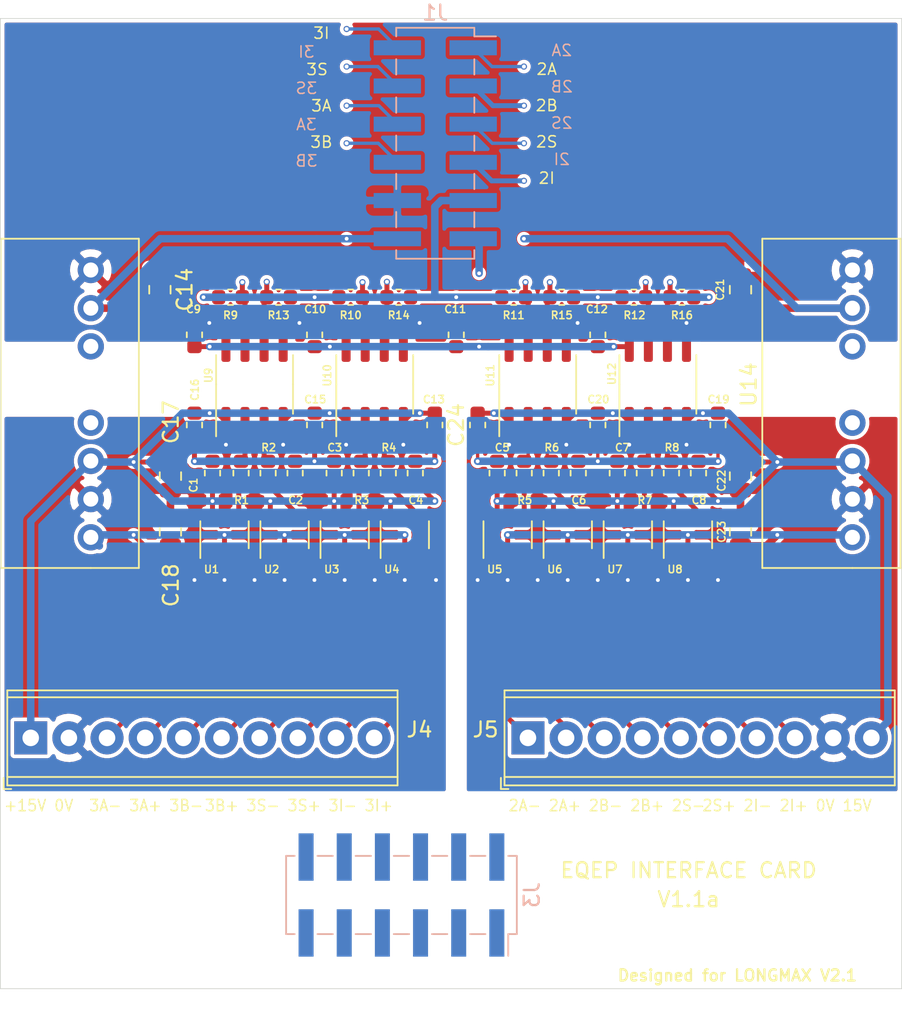
<source format=kicad_pcb>
(kicad_pcb (version 20171130) (host pcbnew "(5.1.6)-1")

  (general
    (thickness 1.6)
    (drawings 27)
    (tracks 413)
    (zones 0)
    (modules 58)
    (nets 51)
  )

  (page A0)
  (layers
    (0 F.Cu signal hide)
    (1 In1.Cu signal hide)
    (2 In2.Cu signal hide)
    (31 B.Cu signal)
    (32 B.Adhes user)
    (33 F.Adhes user)
    (34 B.Paste user)
    (35 F.Paste user)
    (36 B.SilkS user)
    (37 F.SilkS user)
    (38 B.Mask user)
    (39 F.Mask user)
    (40 Dwgs.User user)
    (41 Cmts.User user hide)
    (42 Eco1.User user)
    (43 Eco2.User user)
    (44 Edge.Cuts user)
    (45 Margin user)
    (46 B.CrtYd user)
    (47 F.CrtYd user)
    (48 B.Fab user)
    (49 F.Fab user hide)
  )

  (setup
    (last_trace_width 0.6)
    (user_trace_width 0.22)
    (user_trace_width 0.254)
    (user_trace_width 0.33)
    (user_trace_width 0.4)
    (user_trace_width 0.5)
    (user_trace_width 0.8)
    (user_trace_width 1.3)
    (user_trace_width 1.8)
    (user_trace_width 2)
    (user_trace_width 3)
    (user_trace_width 4)
    (user_trace_width 5)
    (user_trace_width 10)
    (trace_clearance 0.2)
    (zone_clearance 0.254)
    (zone_45_only no)
    (trace_min 0)
    (via_size 0.41)
    (via_drill 0.255)
    (via_min_size 0.4)
    (via_min_drill 0.254)
    (user_via 0.4 0.3)
    (user_via 0.41 0.255)
    (user_via 0.5 0.35)
    (user_via 1.3 0.9)
    (user_via 1.8 1.3)
    (uvia_size 0.3)
    (uvia_drill 0.2)
    (uvias_allowed no)
    (uvia_min_size 0.2)
    (uvia_min_drill 0.1)
    (edge_width 0.05)
    (segment_width 0.2)
    (pcb_text_width 0.3)
    (pcb_text_size 1.5 1.5)
    (mod_edge_width 0.28)
    (mod_text_size 1 1)
    (mod_text_width 0.15)
    (pad_size 1.06 0.65)
    (pad_drill 0)
    (pad_to_mask_clearance 0.051)
    (solder_mask_min_width 0.25)
    (aux_axis_origin 0 0)
    (grid_origin 543.48 604.85)
    (visible_elements 7FFFEF7F)
    (pcbplotparams
      (layerselection 0x010fc_ffffffff)
      (usegerberextensions false)
      (usegerberattributes false)
      (usegerberadvancedattributes false)
      (creategerberjobfile false)
      (excludeedgelayer true)
      (linewidth 0.100000)
      (plotframeref false)
      (viasonmask false)
      (mode 1)
      (useauxorigin false)
      (hpglpennumber 1)
      (hpglpenspeed 20)
      (hpglpendiameter 15.000000)
      (psnegative false)
      (psa4output false)
      (plotreference true)
      (plotvalue true)
      (plotinvisibletext false)
      (padsonsilk false)
      (subtractmaskfromsilk false)
      (outputformat 1)
      (mirror false)
      (drillshape 0)
      (scaleselection 1)
      (outputdirectory "Gerbers/"))
  )

  (net 0 "")
  (net 1 GND)
  (net 2 +5V)
  (net 3 +3V3)
  (net 4 +12V)
  (net 5 "Net-(R6-Pad1)")
  (net 6 "Net-(R1-Pad1)")
  (net 7 "Net-(R2-Pad1)")
  (net 8 "Net-(R4-Pad1)")
  (net 9 EQEP3A)
  (net 10 EQEP3S)
  (net 11 EQEP2A)
  (net 12 EQEP2S)
  (net 13 EQEP3B)
  (net 14 EQEP2B)
  (net 15 EQEP3A-)
  (net 16 EQEP3B-)
  (net 17 EQEP3S-)
  (net 18 EQEP2A+)
  (net 19 EQEP2B+)
  (net 20 EQEP2S+)
  (net 21 EQEP3A+)
  (net 22 EQEP3B+)
  (net 23 EQEP3S+)
  (net 24 EQEP2A-)
  (net 25 EQEP2B-)
  (net 26 EQEP2S-)
  (net 27 "Net-(R1-Pad2)")
  (net 28 "Net-(R2-Pad2)")
  (net 29 "Net-(R3-Pad2)")
  (net 30 "Net-(R3-Pad1)")
  (net 31 "Net-(R4-Pad2)")
  (net 32 "Net-(R5-Pad2)")
  (net 33 "Net-(R5-Pad1)")
  (net 34 "Net-(R6-Pad2)")
  (net 35 "Net-(R7-Pad2)")
  (net 36 "Net-(R7-Pad1)")
  (net 37 "Net-(R8-Pad2)")
  (net 38 "Net-(R8-Pad1)")
  (net 39 +15V_A)
  (net 40 -15V_A)
  (net 41 +15V_B)
  (net 42 -15V_B)
  (net 43 0V_A)
  (net 44 0V_B)
  (net 45 EQEP3I+)
  (net 46 EQEP3I-)
  (net 47 EQEP2I+)
  (net 48 EQEP2I-)
  (net 49 EQEP2I)
  (net 50 EQEP3I)

  (net_class Default "This is the default net class."
    (clearance 0.2)
    (trace_width 0.6)
    (via_dia 0.41)
    (via_drill 0.255)
    (uvia_dia 0.3)
    (uvia_drill 0.2)
    (diff_pair_width 0.22)
    (diff_pair_gap 0.25)
    (add_net +12V)
    (add_net +15V_A)
    (add_net +15V_B)
    (add_net +3V3)
    (add_net +5V)
    (add_net -15V_A)
    (add_net -15V_B)
    (add_net 0V_A)
    (add_net 0V_B)
    (add_net EQEP2A)
    (add_net EQEP2A+)
    (add_net EQEP2A-)
    (add_net EQEP2B)
    (add_net EQEP2B+)
    (add_net EQEP2B-)
    (add_net EQEP2I)
    (add_net EQEP2I+)
    (add_net EQEP2I-)
    (add_net EQEP2S)
    (add_net EQEP2S+)
    (add_net EQEP2S-)
    (add_net EQEP3A)
    (add_net EQEP3A+)
    (add_net EQEP3A-)
    (add_net EQEP3B)
    (add_net EQEP3B+)
    (add_net EQEP3B-)
    (add_net EQEP3I)
    (add_net EQEP3I+)
    (add_net EQEP3I-)
    (add_net EQEP3S)
    (add_net EQEP3S+)
    (add_net EQEP3S-)
    (add_net GND)
    (add_net "Net-(R1-Pad1)")
    (add_net "Net-(R1-Pad2)")
    (add_net "Net-(R2-Pad1)")
    (add_net "Net-(R2-Pad2)")
    (add_net "Net-(R3-Pad1)")
    (add_net "Net-(R3-Pad2)")
    (add_net "Net-(R4-Pad1)")
    (add_net "Net-(R4-Pad2)")
    (add_net "Net-(R5-Pad1)")
    (add_net "Net-(R5-Pad2)")
    (add_net "Net-(R6-Pad1)")
    (add_net "Net-(R6-Pad2)")
    (add_net "Net-(R7-Pad1)")
    (add_net "Net-(R7-Pad2)")
    (add_net "Net-(R8-Pad1)")
    (add_net "Net-(R8-Pad2)")
  )

  (module custom_footprints:RECOM_RS3 (layer F.Cu) (tedit 5F1E2B60) (tstamp 5FBF14D6)
    (at 479.35 671 270)
    (path /5FC25E0E)
    (fp_text reference U14 (at 0 6.9 90) (layer F.SilkS)
      (effects (font (size 1 1) (thickness 0.15)))
    )
    (fp_text value RS3-1215D (at 0 -4.1 90) (layer F.Fab)
      (effects (font (size 1 1) (thickness 0.15)))
    )
    (fp_line (start -9.7 6) (end -9.7 -3.2) (layer F.CrtYd) (width 0.12))
    (fp_line (start 12.2 6) (end -9.7 6) (layer F.CrtYd) (width 0.12))
    (fp_line (start 12.2 -3.2) (end 12.2 6) (layer F.CrtYd) (width 0.12))
    (fp_line (start -9.7 -3.2) (end 12.2 -3.2) (layer F.CrtYd) (width 0.12))
    (fp_line (start 12.2 0) (end 12.2 6) (layer F.SilkS) (width 0.12))
    (fp_line (start -9.7 6) (end -9.7 -3.2) (layer F.SilkS) (width 0.12))
    (fp_line (start 12.2 -3.2) (end -9.7 -3.2) (layer F.SilkS) (width 0.12))
    (fp_line (start 12.2 6) (end -9.7 6) (layer F.SilkS) (width 0.12))
    (fp_line (start 12.2 0) (end 12.2 -3.2) (layer F.SilkS) (width 0.12))
    (pad 8 thru_hole circle (at 10.16 0 270) (size 1.75 1.75) (drill 1) (layers *.Cu *.Mask)
      (net 42 -15V_B))
    (pad 7 thru_hole circle (at 7.62 0 270) (size 1.75 1.75) (drill 1) (layers *.Cu *.Mask)
      (net 44 0V_B))
    (pad 6 thru_hole circle (at 5.08 0 270) (size 1.75 1.75) (drill 1) (layers *.Cu *.Mask)
      (net 41 +15V_B))
    (pad 5 thru_hole circle (at 2.54 0 270) (size 1.75 1.75) (drill 1) (layers *.Cu *.Mask))
    (pad 3 thru_hole circle (at -2.54 0 270) (size 1.75 1.75) (drill 1) (layers *.Cu *.Mask))
    (pad 2 thru_hole circle (at -5.08 0 270) (size 1.75 1.75) (drill 1) (layers *.Cu *.Mask)
      (net 4 +12V))
    (pad 1 thru_hole circle (at -7.62 0 270) (size 1.75 1.75) (drill 1) (layers *.Cu *.Mask)
      (net 1 GND))
  )

  (module TerminalBlock_Phoenix:TerminalBlock_Phoenix_MPT-0,5-10-2.54_1x10_P2.54mm_Horizontal (layer F.Cu) (tedit 5B294F9E) (tstamp 5FBF1094)
    (at 457.75 694.5)
    (descr "Terminal Block Phoenix MPT-0,5-10-2.54, 10 pins, pitch 2.54mm, size 25.9x6.2mm^2, drill diamater 1.1mm, pad diameter 2.2mm, see http://www.mouser.com/ds/2/324/ItemDetail_1725672-916605.pdf, script-generated using https://github.com/pointhi/kicad-footprint-generator/scripts/TerminalBlock_Phoenix")
    (tags "THT Terminal Block Phoenix MPT-0,5-10-2.54 pitch 2.54mm size 25.9x6.2mm^2 drill 1.1mm pad 2.2mm")
    (path /600A3718)
    (fp_text reference J5 (at -2.82 -0.55) (layer F.SilkS)
      (effects (font (size 1 1) (thickness 0.15)))
    )
    (fp_text value Screw_Terminal_01x10 (at 11.43 4.16) (layer F.Fab)
      (effects (font (size 1 1) (thickness 0.15)))
    )
    (fp_line (start 24.86 -3.6) (end -2 -3.6) (layer F.CrtYd) (width 0.05))
    (fp_line (start 24.86 3.6) (end 24.86 -3.6) (layer F.CrtYd) (width 0.05))
    (fp_line (start -2 3.6) (end 24.86 3.6) (layer F.CrtYd) (width 0.05))
    (fp_line (start -2 -3.6) (end -2 3.6) (layer F.CrtYd) (width 0.05))
    (fp_line (start -1.8 3.4) (end -1.3 3.4) (layer F.SilkS) (width 0.12))
    (fp_line (start -1.8 2.66) (end -1.8 3.4) (layer F.SilkS) (width 0.12))
    (fp_line (start 23.561 -0.835) (end 22.026 0.7) (layer F.Fab) (width 0.1))
    (fp_line (start 23.695 -0.7) (end 22.16 0.835) (layer F.Fab) (width 0.1))
    (fp_line (start 21.021 -0.835) (end 19.486 0.7) (layer F.Fab) (width 0.1))
    (fp_line (start 21.155 -0.7) (end 19.62 0.835) (layer F.Fab) (width 0.1))
    (fp_line (start 18.481 -0.835) (end 16.946 0.7) (layer F.Fab) (width 0.1))
    (fp_line (start 18.615 -0.7) (end 17.08 0.835) (layer F.Fab) (width 0.1))
    (fp_line (start 15.941 -0.835) (end 14.406 0.7) (layer F.Fab) (width 0.1))
    (fp_line (start 16.075 -0.7) (end 14.54 0.835) (layer F.Fab) (width 0.1))
    (fp_line (start 13.401 -0.835) (end 11.866 0.7) (layer F.Fab) (width 0.1))
    (fp_line (start 13.535 -0.7) (end 12 0.835) (layer F.Fab) (width 0.1))
    (fp_line (start 10.861 -0.835) (end 9.326 0.7) (layer F.Fab) (width 0.1))
    (fp_line (start 10.995 -0.7) (end 9.46 0.835) (layer F.Fab) (width 0.1))
    (fp_line (start 8.321 -0.835) (end 6.786 0.7) (layer F.Fab) (width 0.1))
    (fp_line (start 8.455 -0.7) (end 6.92 0.835) (layer F.Fab) (width 0.1))
    (fp_line (start 5.781 -0.835) (end 4.246 0.7) (layer F.Fab) (width 0.1))
    (fp_line (start 5.915 -0.7) (end 4.38 0.835) (layer F.Fab) (width 0.1))
    (fp_line (start 3.241 -0.835) (end 1.706 0.7) (layer F.Fab) (width 0.1))
    (fp_line (start 3.375 -0.7) (end 1.84 0.835) (layer F.Fab) (width 0.1))
    (fp_line (start 0.701 -0.835) (end -0.835 0.7) (layer F.Fab) (width 0.1))
    (fp_line (start 0.835 -0.7) (end -0.701 0.835) (layer F.Fab) (width 0.1))
    (fp_line (start 24.42 -3.16) (end 24.42 3.16) (layer F.SilkS) (width 0.12))
    (fp_line (start -1.56 -3.16) (end -1.56 3.16) (layer F.SilkS) (width 0.12))
    (fp_line (start -1.56 3.16) (end 24.42 3.16) (layer F.SilkS) (width 0.12))
    (fp_line (start -1.56 -3.16) (end 24.42 -3.16) (layer F.SilkS) (width 0.12))
    (fp_line (start -1.56 -2.7) (end 24.42 -2.7) (layer F.SilkS) (width 0.12))
    (fp_line (start -1.5 -2.7) (end 24.36 -2.7) (layer F.Fab) (width 0.1))
    (fp_line (start -1.56 2.6) (end 24.42 2.6) (layer F.SilkS) (width 0.12))
    (fp_line (start -1.5 2.6) (end 24.36 2.6) (layer F.Fab) (width 0.1))
    (fp_line (start -1.5 2.6) (end -1.5 -3.1) (layer F.Fab) (width 0.1))
    (fp_line (start -1 3.1) (end -1.5 2.6) (layer F.Fab) (width 0.1))
    (fp_line (start 24.36 3.1) (end -1 3.1) (layer F.Fab) (width 0.1))
    (fp_line (start 24.36 -3.1) (end 24.36 3.1) (layer F.Fab) (width 0.1))
    (fp_line (start -1.5 -3.1) (end 24.36 -3.1) (layer F.Fab) (width 0.1))
    (fp_circle (center 22.86 0) (end 23.96 0) (layer F.Fab) (width 0.1))
    (fp_circle (center 20.32 0) (end 21.42 0) (layer F.Fab) (width 0.1))
    (fp_circle (center 17.78 0) (end 18.88 0) (layer F.Fab) (width 0.1))
    (fp_circle (center 15.24 0) (end 16.34 0) (layer F.Fab) (width 0.1))
    (fp_circle (center 12.7 0) (end 13.8 0) (layer F.Fab) (width 0.1))
    (fp_circle (center 10.16 0) (end 11.26 0) (layer F.Fab) (width 0.1))
    (fp_circle (center 7.62 0) (end 8.72 0) (layer F.Fab) (width 0.1))
    (fp_circle (center 5.08 0) (end 6.18 0) (layer F.Fab) (width 0.1))
    (fp_circle (center 2.54 0) (end 3.64 0) (layer F.Fab) (width 0.1))
    (fp_circle (center 0 0) (end 1.1 0) (layer F.Fab) (width 0.1))
    (fp_text user %R (at 11.43 2) (layer F.Fab)
      (effects (font (size 1 1) (thickness 0.15)))
    )
    (pad 10 thru_hole circle (at 22.86 0) (size 2.2 2.2) (drill 1.1) (layers *.Cu *.Mask)
      (net 41 +15V_B))
    (pad 9 thru_hole circle (at 20.32 0) (size 2.2 2.2) (drill 1.1) (layers *.Cu *.Mask)
      (net 44 0V_B))
    (pad 8 thru_hole circle (at 17.78 0) (size 2.2 2.2) (drill 1.1) (layers *.Cu *.Mask)
      (net 47 EQEP2I+))
    (pad 7 thru_hole circle (at 15.24 0) (size 2.2 2.2) (drill 1.1) (layers *.Cu *.Mask)
      (net 48 EQEP2I-))
    (pad 6 thru_hole circle (at 12.7 0) (size 2.2 2.2) (drill 1.1) (layers *.Cu *.Mask)
      (net 20 EQEP2S+))
    (pad 5 thru_hole circle (at 10.16 0) (size 2.2 2.2) (drill 1.1) (layers *.Cu *.Mask)
      (net 26 EQEP2S-))
    (pad 4 thru_hole circle (at 7.62 0) (size 2.2 2.2) (drill 1.1) (layers *.Cu *.Mask)
      (net 19 EQEP2B+))
    (pad 3 thru_hole circle (at 5.08 0) (size 2.2 2.2) (drill 1.1) (layers *.Cu *.Mask)
      (net 25 EQEP2B-))
    (pad 2 thru_hole circle (at 2.54 0) (size 2.2 2.2) (drill 1.1) (layers *.Cu *.Mask)
      (net 18 EQEP2A+))
    (pad 1 thru_hole rect (at 0 0) (size 2.2 2.2) (drill 1.1) (layers *.Cu *.Mask)
      (net 24 EQEP2A-))
    (model ${KISYS3DMOD}/TerminalBlock_Phoenix.3dshapes/TerminalBlock_Phoenix_MPT-0,5-10-2.54_1x10_P2.54mm_Horizontal.wrl
      (at (xyz 0 0 0))
      (scale (xyz 1 1 1))
      (rotate (xyz 0 0 0))
    )
  )

  (module TerminalBlock_Phoenix:TerminalBlock_Phoenix_MPT-0,5-10-2.54_1x10_P2.54mm_Horizontal (layer F.Cu) (tedit 5B294F9E) (tstamp 5FBF1054)
    (at 424.65 694.5)
    (descr "Terminal Block Phoenix MPT-0,5-10-2.54, 10 pins, pitch 2.54mm, size 25.9x6.2mm^2, drill diamater 1.1mm, pad diameter 2.2mm, see http://www.mouser.com/ds/2/324/ItemDetail_1725672-916605.pdf, script-generated using https://github.com/pointhi/kicad-footprint-generator/scripts/TerminalBlock_Phoenix")
    (tags "THT Terminal Block Phoenix MPT-0,5-10-2.54 pitch 2.54mm size 25.9x6.2mm^2 drill 1.1mm pad 2.2mm")
    (path /5FF88D5E)
    (fp_text reference J4 (at 25.88 -0.55) (layer F.SilkS)
      (effects (font (size 1 1) (thickness 0.15)))
    )
    (fp_text value Screw_Terminal_01x10 (at 11.43 4.16) (layer F.Fab)
      (effects (font (size 1 1) (thickness 0.15)))
    )
    (fp_line (start 24.86 -3.6) (end -2 -3.6) (layer F.CrtYd) (width 0.05))
    (fp_line (start 24.86 3.6) (end 24.86 -3.6) (layer F.CrtYd) (width 0.05))
    (fp_line (start -2 3.6) (end 24.86 3.6) (layer F.CrtYd) (width 0.05))
    (fp_line (start -2 -3.6) (end -2 3.6) (layer F.CrtYd) (width 0.05))
    (fp_line (start -1.8 3.4) (end -1.3 3.4) (layer F.SilkS) (width 0.12))
    (fp_line (start -1.8 2.66) (end -1.8 3.4) (layer F.SilkS) (width 0.12))
    (fp_line (start 23.561 -0.835) (end 22.026 0.7) (layer F.Fab) (width 0.1))
    (fp_line (start 23.695 -0.7) (end 22.16 0.835) (layer F.Fab) (width 0.1))
    (fp_line (start 21.021 -0.835) (end 19.486 0.7) (layer F.Fab) (width 0.1))
    (fp_line (start 21.155 -0.7) (end 19.62 0.835) (layer F.Fab) (width 0.1))
    (fp_line (start 18.481 -0.835) (end 16.946 0.7) (layer F.Fab) (width 0.1))
    (fp_line (start 18.615 -0.7) (end 17.08 0.835) (layer F.Fab) (width 0.1))
    (fp_line (start 15.941 -0.835) (end 14.406 0.7) (layer F.Fab) (width 0.1))
    (fp_line (start 16.075 -0.7) (end 14.54 0.835) (layer F.Fab) (width 0.1))
    (fp_line (start 13.401 -0.835) (end 11.866 0.7) (layer F.Fab) (width 0.1))
    (fp_line (start 13.535 -0.7) (end 12 0.835) (layer F.Fab) (width 0.1))
    (fp_line (start 10.861 -0.835) (end 9.326 0.7) (layer F.Fab) (width 0.1))
    (fp_line (start 10.995 -0.7) (end 9.46 0.835) (layer F.Fab) (width 0.1))
    (fp_line (start 8.321 -0.835) (end 6.786 0.7) (layer F.Fab) (width 0.1))
    (fp_line (start 8.455 -0.7) (end 6.92 0.835) (layer F.Fab) (width 0.1))
    (fp_line (start 5.781 -0.835) (end 4.246 0.7) (layer F.Fab) (width 0.1))
    (fp_line (start 5.915 -0.7) (end 4.38 0.835) (layer F.Fab) (width 0.1))
    (fp_line (start 3.241 -0.835) (end 1.706 0.7) (layer F.Fab) (width 0.1))
    (fp_line (start 3.375 -0.7) (end 1.84 0.835) (layer F.Fab) (width 0.1))
    (fp_line (start 0.701 -0.835) (end -0.835 0.7) (layer F.Fab) (width 0.1))
    (fp_line (start 0.835 -0.7) (end -0.701 0.835) (layer F.Fab) (width 0.1))
    (fp_line (start 24.42 -3.16) (end 24.42 3.16) (layer F.SilkS) (width 0.12))
    (fp_line (start -1.56 -3.16) (end -1.56 3.16) (layer F.SilkS) (width 0.12))
    (fp_line (start -1.56 3.16) (end 24.42 3.16) (layer F.SilkS) (width 0.12))
    (fp_line (start -1.56 -3.16) (end 24.42 -3.16) (layer F.SilkS) (width 0.12))
    (fp_line (start -1.56 -2.7) (end 24.42 -2.7) (layer F.SilkS) (width 0.12))
    (fp_line (start -1.5 -2.7) (end 24.36 -2.7) (layer F.Fab) (width 0.1))
    (fp_line (start -1.56 2.6) (end 24.42 2.6) (layer F.SilkS) (width 0.12))
    (fp_line (start -1.5 2.6) (end 24.36 2.6) (layer F.Fab) (width 0.1))
    (fp_line (start -1.5 2.6) (end -1.5 -3.1) (layer F.Fab) (width 0.1))
    (fp_line (start -1 3.1) (end -1.5 2.6) (layer F.Fab) (width 0.1))
    (fp_line (start 24.36 3.1) (end -1 3.1) (layer F.Fab) (width 0.1))
    (fp_line (start 24.36 -3.1) (end 24.36 3.1) (layer F.Fab) (width 0.1))
    (fp_line (start -1.5 -3.1) (end 24.36 -3.1) (layer F.Fab) (width 0.1))
    (fp_circle (center 22.86 0) (end 23.96 0) (layer F.Fab) (width 0.1))
    (fp_circle (center 20.32 0) (end 21.42 0) (layer F.Fab) (width 0.1))
    (fp_circle (center 17.78 0) (end 18.88 0) (layer F.Fab) (width 0.1))
    (fp_circle (center 15.24 0) (end 16.34 0) (layer F.Fab) (width 0.1))
    (fp_circle (center 12.7 0) (end 13.8 0) (layer F.Fab) (width 0.1))
    (fp_circle (center 10.16 0) (end 11.26 0) (layer F.Fab) (width 0.1))
    (fp_circle (center 7.62 0) (end 8.72 0) (layer F.Fab) (width 0.1))
    (fp_circle (center 5.08 0) (end 6.18 0) (layer F.Fab) (width 0.1))
    (fp_circle (center 2.54 0) (end 3.64 0) (layer F.Fab) (width 0.1))
    (fp_circle (center 0 0) (end 1.1 0) (layer F.Fab) (width 0.1))
    (fp_text user %R (at 11.43 2) (layer F.Fab)
      (effects (font (size 1 1) (thickness 0.15)))
    )
    (pad 10 thru_hole circle (at 22.86 0) (size 2.2 2.2) (drill 1.1) (layers *.Cu *.Mask)
      (net 45 EQEP3I+))
    (pad 9 thru_hole circle (at 20.32 0) (size 2.2 2.2) (drill 1.1) (layers *.Cu *.Mask)
      (net 46 EQEP3I-))
    (pad 8 thru_hole circle (at 17.78 0) (size 2.2 2.2) (drill 1.1) (layers *.Cu *.Mask)
      (net 23 EQEP3S+))
    (pad 7 thru_hole circle (at 15.24 0) (size 2.2 2.2) (drill 1.1) (layers *.Cu *.Mask)
      (net 17 EQEP3S-))
    (pad 6 thru_hole circle (at 12.7 0) (size 2.2 2.2) (drill 1.1) (layers *.Cu *.Mask)
      (net 22 EQEP3B+))
    (pad 5 thru_hole circle (at 10.16 0) (size 2.2 2.2) (drill 1.1) (layers *.Cu *.Mask)
      (net 16 EQEP3B-))
    (pad 4 thru_hole circle (at 7.62 0) (size 2.2 2.2) (drill 1.1) (layers *.Cu *.Mask)
      (net 21 EQEP3A+))
    (pad 3 thru_hole circle (at 5.08 0) (size 2.2 2.2) (drill 1.1) (layers *.Cu *.Mask)
      (net 15 EQEP3A-))
    (pad 2 thru_hole circle (at 2.54 0) (size 2.2 2.2) (drill 1.1) (layers *.Cu *.Mask)
      (net 43 0V_A))
    (pad 1 thru_hole rect (at 0 0) (size 2.2 2.2) (drill 1.1) (layers *.Cu *.Mask)
      (net 39 +15V_A))
    (model ${KISYS3DMOD}/TerminalBlock_Phoenix.3dshapes/TerminalBlock_Phoenix_MPT-0,5-10-2.54_1x10_P2.54mm_Horizontal.wrl
      (at (xyz 0 0 0))
      (scale (xyz 1 1 1))
      (rotate (xyz 0 0 0))
    )
  )

  (module Capacitor_SMD:C_0603_1608Metric (layer F.Cu) (tedit 5B301BBE) (tstamp 5FBF0EDC)
    (at 454.4 673.69 90)
    (descr "Capacitor SMD 0603 (1608 Metric), square (rectangular) end terminal, IPC_7351 nominal, (Body size source: http://www.tortai-tech.com/upload/download/2011102023233369053.pdf), generated with kicad-footprint-generator")
    (tags capacitor)
    (path /5FD8F803)
    (attr smd)
    (fp_text reference C24 (at 0 -1.43 90) (layer F.SilkS)
      (effects (font (size 1 1) (thickness 0.15)))
    )
    (fp_text value "100n 16V" (at 0 1.43 90) (layer F.Fab)
      (effects (font (size 1 1) (thickness 0.15)))
    )
    (fp_line (start 1.48 0.73) (end -1.48 0.73) (layer F.CrtYd) (width 0.05))
    (fp_line (start 1.48 -0.73) (end 1.48 0.73) (layer F.CrtYd) (width 0.05))
    (fp_line (start -1.48 -0.73) (end 1.48 -0.73) (layer F.CrtYd) (width 0.05))
    (fp_line (start -1.48 0.73) (end -1.48 -0.73) (layer F.CrtYd) (width 0.05))
    (fp_line (start -0.162779 0.51) (end 0.162779 0.51) (layer F.SilkS) (width 0.12))
    (fp_line (start -0.162779 -0.51) (end 0.162779 -0.51) (layer F.SilkS) (width 0.12))
    (fp_line (start 0.8 0.4) (end -0.8 0.4) (layer F.Fab) (width 0.1))
    (fp_line (start 0.8 -0.4) (end 0.8 0.4) (layer F.Fab) (width 0.1))
    (fp_line (start -0.8 -0.4) (end 0.8 -0.4) (layer F.Fab) (width 0.1))
    (fp_line (start -0.8 0.4) (end -0.8 -0.4) (layer F.Fab) (width 0.1))
    (fp_text user %R (at 0 0 90) (layer F.Fab)
      (effects (font (size 0.4 0.4) (thickness 0.06)))
    )
    (pad 2 smd roundrect (at 0.7875 0 90) (size 0.875 0.95) (layers F.Cu F.Paste F.Mask) (roundrect_rratio 0.25)
      (net 41 +15V_B))
    (pad 1 smd roundrect (at -0.7875 0 90) (size 0.875 0.95) (layers F.Cu F.Paste F.Mask) (roundrect_rratio 0.25)
      (net 42 -15V_B))
    (model ${KISYS3DMOD}/Capacitor_SMD.3dshapes/C_0603_1608Metric.wrl
      (at (xyz 0 0 0))
      (scale (xyz 1 1 1))
      (rotate (xyz 0 0 0))
    )
  )

  (module Capacitor_SMD:C_0805_2012Metric (layer F.Cu) (tedit 5B36C52B) (tstamp 5FBF0ECB)
    (at 433.95 680.79 270)
    (descr "Capacitor SMD 0805 (2012 Metric), square (rectangular) end terminal, IPC_7351 nominal, (Body size source: https://docs.google.com/spreadsheets/d/1BsfQQcO9C6DZCsRaXUlFlo91Tg2WpOkGARC1WS5S8t0/edit?usp=sharing), generated with kicad-footprint-generator")
    (tags capacitor)
    (path /5FC25E2A)
    (attr smd)
    (fp_text reference C18 (at 3.56 -0.03 90) (layer F.SilkS)
      (effects (font (size 1 1) (thickness 0.15)))
    )
    (fp_text value "10u 25V" (at 0 1.65 90) (layer F.Fab)
      (effects (font (size 1 1) (thickness 0.15)))
    )
    (fp_line (start 1.68 0.95) (end -1.68 0.95) (layer F.CrtYd) (width 0.05))
    (fp_line (start 1.68 -0.95) (end 1.68 0.95) (layer F.CrtYd) (width 0.05))
    (fp_line (start -1.68 -0.95) (end 1.68 -0.95) (layer F.CrtYd) (width 0.05))
    (fp_line (start -1.68 0.95) (end -1.68 -0.95) (layer F.CrtYd) (width 0.05))
    (fp_line (start -0.258578 0.71) (end 0.258578 0.71) (layer F.SilkS) (width 0.12))
    (fp_line (start -0.258578 -0.71) (end 0.258578 -0.71) (layer F.SilkS) (width 0.12))
    (fp_line (start 1 0.6) (end -1 0.6) (layer F.Fab) (width 0.1))
    (fp_line (start 1 -0.6) (end 1 0.6) (layer F.Fab) (width 0.1))
    (fp_line (start -1 -0.6) (end 1 -0.6) (layer F.Fab) (width 0.1))
    (fp_line (start -1 0.6) (end -1 -0.6) (layer F.Fab) (width 0.1))
    (fp_text user %R (at 0 0 90) (layer F.Fab)
      (effects (font (size 0.5 0.5) (thickness 0.08)))
    )
    (pad 2 smd roundrect (at 0.9375 0 270) (size 0.975 1.4) (layers F.Cu F.Paste F.Mask) (roundrect_rratio 0.25)
      (net 40 -15V_A))
    (pad 1 smd roundrect (at -0.9375 0 270) (size 0.975 1.4) (layers F.Cu F.Paste F.Mask) (roundrect_rratio 0.25)
      (net 43 0V_A))
    (model ${KISYS3DMOD}/Capacitor_SMD.3dshapes/C_0805_2012Metric.wrl
      (at (xyz 0 0 0))
      (scale (xyz 1 1 1))
      (rotate (xyz 0 0 0))
    )
  )

  (module Capacitor_SMD:C_0805_2012Metric (layer F.Cu) (tedit 5B36C52B) (tstamp 5FBF0EBA)
    (at 433.95 677.09 270)
    (descr "Capacitor SMD 0805 (2012 Metric), square (rectangular) end terminal, IPC_7351 nominal, (Body size source: https://docs.google.com/spreadsheets/d/1BsfQQcO9C6DZCsRaXUlFlo91Tg2WpOkGARC1WS5S8t0/edit?usp=sharing), generated with kicad-footprint-generator")
    (tags capacitor)
    (path /5FC25E34)
    (attr smd)
    (fp_text reference C17 (at -3.59 -0.03 90) (layer F.SilkS)
      (effects (font (size 1 1) (thickness 0.15)))
    )
    (fp_text value "10u 25V" (at 0 1.65 90) (layer F.Fab)
      (effects (font (size 1 1) (thickness 0.15)))
    )
    (fp_line (start 1.68 0.95) (end -1.68 0.95) (layer F.CrtYd) (width 0.05))
    (fp_line (start 1.68 -0.95) (end 1.68 0.95) (layer F.CrtYd) (width 0.05))
    (fp_line (start -1.68 -0.95) (end 1.68 -0.95) (layer F.CrtYd) (width 0.05))
    (fp_line (start -1.68 0.95) (end -1.68 -0.95) (layer F.CrtYd) (width 0.05))
    (fp_line (start -0.258578 0.71) (end 0.258578 0.71) (layer F.SilkS) (width 0.12))
    (fp_line (start -0.258578 -0.71) (end 0.258578 -0.71) (layer F.SilkS) (width 0.12))
    (fp_line (start 1 0.6) (end -1 0.6) (layer F.Fab) (width 0.1))
    (fp_line (start 1 -0.6) (end 1 0.6) (layer F.Fab) (width 0.1))
    (fp_line (start -1 -0.6) (end 1 -0.6) (layer F.Fab) (width 0.1))
    (fp_line (start -1 0.6) (end -1 -0.6) (layer F.Fab) (width 0.1))
    (fp_text user %R (at 0 0 90) (layer F.Fab)
      (effects (font (size 0.5 0.5) (thickness 0.08)))
    )
    (pad 2 smd roundrect (at 0.9375 0 270) (size 0.975 1.4) (layers F.Cu F.Paste F.Mask) (roundrect_rratio 0.25)
      (net 43 0V_A))
    (pad 1 smd roundrect (at -0.9375 0 270) (size 0.975 1.4) (layers F.Cu F.Paste F.Mask) (roundrect_rratio 0.25)
      (net 39 +15V_A))
    (model ${KISYS3DMOD}/Capacitor_SMD.3dshapes/C_0805_2012Metric.wrl
      (at (xyz 0 0 0))
      (scale (xyz 1 1 1))
      (rotate (xyz 0 0 0))
    )
  )

  (module Capacitor_SMD:C_0805_2012Metric (layer F.Cu) (tedit 5B36C52B) (tstamp 5FBF0EA9)
    (at 433.25 664.69 270)
    (descr "Capacitor SMD 0805 (2012 Metric), square (rectangular) end terminal, IPC_7351 nominal, (Body size source: https://docs.google.com/spreadsheets/d/1BsfQQcO9C6DZCsRaXUlFlo91Tg2WpOkGARC1WS5S8t0/edit?usp=sharing), generated with kicad-footprint-generator")
    (tags capacitor)
    (path /5FC25E3C)
    (attr smd)
    (fp_text reference C14 (at 0 -1.65 90) (layer F.SilkS)
      (effects (font (size 1 1) (thickness 0.15)))
    )
    (fp_text value "10u 25V" (at 0 1.65 90) (layer F.Fab)
      (effects (font (size 1 1) (thickness 0.15)))
    )
    (fp_line (start 1.68 0.95) (end -1.68 0.95) (layer F.CrtYd) (width 0.05))
    (fp_line (start 1.68 -0.95) (end 1.68 0.95) (layer F.CrtYd) (width 0.05))
    (fp_line (start -1.68 -0.95) (end 1.68 -0.95) (layer F.CrtYd) (width 0.05))
    (fp_line (start -1.68 0.95) (end -1.68 -0.95) (layer F.CrtYd) (width 0.05))
    (fp_line (start -0.258578 0.71) (end 0.258578 0.71) (layer F.SilkS) (width 0.12))
    (fp_line (start -0.258578 -0.71) (end 0.258578 -0.71) (layer F.SilkS) (width 0.12))
    (fp_line (start 1 0.6) (end -1 0.6) (layer F.Fab) (width 0.1))
    (fp_line (start 1 -0.6) (end 1 0.6) (layer F.Fab) (width 0.1))
    (fp_line (start -1 -0.6) (end 1 -0.6) (layer F.Fab) (width 0.1))
    (fp_line (start -1 0.6) (end -1 -0.6) (layer F.Fab) (width 0.1))
    (fp_text user %R (at 0 0 90) (layer F.Fab)
      (effects (font (size 0.5 0.5) (thickness 0.08)))
    )
    (pad 2 smd roundrect (at 0.9375 0 270) (size 0.975 1.4) (layers F.Cu F.Paste F.Mask) (roundrect_rratio 0.25)
      (net 4 +12V))
    (pad 1 smd roundrect (at -0.9375 0 270) (size 0.975 1.4) (layers F.Cu F.Paste F.Mask) (roundrect_rratio 0.25)
      (net 1 GND))
    (model ${KISYS3DMOD}/Capacitor_SMD.3dshapes/C_0805_2012Metric.wrl
      (at (xyz 0 0 0))
      (scale (xyz 1 1 1))
      (rotate (xyz 0 0 0))
    )
  )

  (module Connector_PinHeader_2.54mm:PinHeader_2x06_P2.54mm_Vertical_SMD (layer B.Cu) (tedit 59FED5CC) (tstamp 5F20D116)
    (at 449.33 704.95 90)
    (descr "surface-mounted straight pin header, 2x06, 2.54mm pitch, double rows")
    (tags "Surface mounted pin header SMD 2x06 2.54mm double row")
    (path /61E16F9D)
    (attr smd)
    (fp_text reference J3 (at 0 8.68 90) (layer B.SilkS)
      (effects (font (size 1 1) (thickness 0.15)) (justify mirror))
    )
    (fp_text value Conn_02x06_Odd_Even (at 0 -8.68 90) (layer B.Fab)
      (effects (font (size 1 1) (thickness 0.15)) (justify mirror))
    )
    (fp_line (start 2.54 -7.62) (end -2.54 -7.62) (layer B.Fab) (width 0.1))
    (fp_line (start -1.59 7.62) (end 2.54 7.62) (layer B.Fab) (width 0.1))
    (fp_line (start -2.54 -7.62) (end -2.54 6.67) (layer B.Fab) (width 0.1))
    (fp_line (start -2.54 6.67) (end -1.59 7.62) (layer B.Fab) (width 0.1))
    (fp_line (start 2.54 7.62) (end 2.54 -7.62) (layer B.Fab) (width 0.1))
    (fp_line (start -2.54 6.67) (end -3.6 6.67) (layer B.Fab) (width 0.1))
    (fp_line (start -3.6 6.67) (end -3.6 6.03) (layer B.Fab) (width 0.1))
    (fp_line (start -3.6 6.03) (end -2.54 6.03) (layer B.Fab) (width 0.1))
    (fp_line (start 2.54 6.67) (end 3.6 6.67) (layer B.Fab) (width 0.1))
    (fp_line (start 3.6 6.67) (end 3.6 6.03) (layer B.Fab) (width 0.1))
    (fp_line (start 3.6 6.03) (end 2.54 6.03) (layer B.Fab) (width 0.1))
    (fp_line (start -2.54 4.13) (end -3.6 4.13) (layer B.Fab) (width 0.1))
    (fp_line (start -3.6 4.13) (end -3.6 3.49) (layer B.Fab) (width 0.1))
    (fp_line (start -3.6 3.49) (end -2.54 3.49) (layer B.Fab) (width 0.1))
    (fp_line (start 2.54 4.13) (end 3.6 4.13) (layer B.Fab) (width 0.1))
    (fp_line (start 3.6 4.13) (end 3.6 3.49) (layer B.Fab) (width 0.1))
    (fp_line (start 3.6 3.49) (end 2.54 3.49) (layer B.Fab) (width 0.1))
    (fp_line (start -2.54 1.59) (end -3.6 1.59) (layer B.Fab) (width 0.1))
    (fp_line (start -3.6 1.59) (end -3.6 0.95) (layer B.Fab) (width 0.1))
    (fp_line (start -3.6 0.95) (end -2.54 0.95) (layer B.Fab) (width 0.1))
    (fp_line (start 2.54 1.59) (end 3.6 1.59) (layer B.Fab) (width 0.1))
    (fp_line (start 3.6 1.59) (end 3.6 0.95) (layer B.Fab) (width 0.1))
    (fp_line (start 3.6 0.95) (end 2.54 0.95) (layer B.Fab) (width 0.1))
    (fp_line (start -2.54 -0.95) (end -3.6 -0.95) (layer B.Fab) (width 0.1))
    (fp_line (start -3.6 -0.95) (end -3.6 -1.59) (layer B.Fab) (width 0.1))
    (fp_line (start -3.6 -1.59) (end -2.54 -1.59) (layer B.Fab) (width 0.1))
    (fp_line (start 2.54 -0.95) (end 3.6 -0.95) (layer B.Fab) (width 0.1))
    (fp_line (start 3.6 -0.95) (end 3.6 -1.59) (layer B.Fab) (width 0.1))
    (fp_line (start 3.6 -1.59) (end 2.54 -1.59) (layer B.Fab) (width 0.1))
    (fp_line (start -2.54 -3.49) (end -3.6 -3.49) (layer B.Fab) (width 0.1))
    (fp_line (start -3.6 -3.49) (end -3.6 -4.13) (layer B.Fab) (width 0.1))
    (fp_line (start -3.6 -4.13) (end -2.54 -4.13) (layer B.Fab) (width 0.1))
    (fp_line (start 2.54 -3.49) (end 3.6 -3.49) (layer B.Fab) (width 0.1))
    (fp_line (start 3.6 -3.49) (end 3.6 -4.13) (layer B.Fab) (width 0.1))
    (fp_line (start 3.6 -4.13) (end 2.54 -4.13) (layer B.Fab) (width 0.1))
    (fp_line (start -2.54 -6.03) (end -3.6 -6.03) (layer B.Fab) (width 0.1))
    (fp_line (start -3.6 -6.03) (end -3.6 -6.67) (layer B.Fab) (width 0.1))
    (fp_line (start -3.6 -6.67) (end -2.54 -6.67) (layer B.Fab) (width 0.1))
    (fp_line (start 2.54 -6.03) (end 3.6 -6.03) (layer B.Fab) (width 0.1))
    (fp_line (start 3.6 -6.03) (end 3.6 -6.67) (layer B.Fab) (width 0.1))
    (fp_line (start 3.6 -6.67) (end 2.54 -6.67) (layer B.Fab) (width 0.1))
    (fp_line (start -2.6 7.68) (end 2.6 7.68) (layer B.SilkS) (width 0.12))
    (fp_line (start -2.6 -7.68) (end 2.6 -7.68) (layer B.SilkS) (width 0.12))
    (fp_line (start -4.04 7.11) (end -2.6 7.11) (layer B.SilkS) (width 0.12))
    (fp_line (start -2.6 7.68) (end -2.6 7.11) (layer B.SilkS) (width 0.12))
    (fp_line (start 2.6 7.68) (end 2.6 7.11) (layer B.SilkS) (width 0.12))
    (fp_line (start -2.6 -7.11) (end -2.6 -7.68) (layer B.SilkS) (width 0.12))
    (fp_line (start 2.6 -7.11) (end 2.6 -7.68) (layer B.SilkS) (width 0.12))
    (fp_line (start -2.6 5.59) (end -2.6 4.57) (layer B.SilkS) (width 0.12))
    (fp_line (start 2.6 5.59) (end 2.6 4.57) (layer B.SilkS) (width 0.12))
    (fp_line (start -2.6 3.05) (end -2.6 2.03) (layer B.SilkS) (width 0.12))
    (fp_line (start 2.6 3.05) (end 2.6 2.03) (layer B.SilkS) (width 0.12))
    (fp_line (start -2.6 0.51) (end -2.6 -0.51) (layer B.SilkS) (width 0.12))
    (fp_line (start 2.6 0.51) (end 2.6 -0.51) (layer B.SilkS) (width 0.12))
    (fp_line (start -2.6 -2.03) (end -2.6 -3.05) (layer B.SilkS) (width 0.12))
    (fp_line (start 2.6 -2.03) (end 2.6 -3.05) (layer B.SilkS) (width 0.12))
    (fp_line (start -2.6 -4.57) (end -2.6 -5.59) (layer B.SilkS) (width 0.12))
    (fp_line (start 2.6 -4.57) (end 2.6 -5.59) (layer B.SilkS) (width 0.12))
    (fp_line (start -5.9 8.15) (end -5.9 -8.15) (layer B.CrtYd) (width 0.05))
    (fp_line (start -5.9 -8.15) (end 5.9 -8.15) (layer B.CrtYd) (width 0.05))
    (fp_line (start 5.9 -8.15) (end 5.9 8.15) (layer B.CrtYd) (width 0.05))
    (fp_line (start 5.9 8.15) (end -5.9 8.15) (layer B.CrtYd) (width 0.05))
    (fp_text user %R (at 0 0.01 180) (layer B.Fab)
      (effects (font (size 1 1) (thickness 0.15)) (justify mirror))
    )
    (pad 12 smd rect (at 2.525 -6.35 90) (size 3.15 1) (layers B.Cu B.Paste B.Mask))
    (pad 11 smd rect (at -2.525 -6.35 90) (size 3.15 1) (layers B.Cu B.Paste B.Mask))
    (pad 10 smd rect (at 2.525 -3.81 90) (size 3.15 1) (layers B.Cu B.Paste B.Mask))
    (pad 9 smd rect (at -2.525 -3.81 90) (size 3.15 1) (layers B.Cu B.Paste B.Mask))
    (pad 8 smd rect (at 2.525 -1.27 90) (size 3.15 1) (layers B.Cu B.Paste B.Mask))
    (pad 7 smd rect (at -2.525 -1.27 90) (size 3.15 1) (layers B.Cu B.Paste B.Mask))
    (pad 6 smd rect (at 2.525 1.27 90) (size 3.15 1) (layers B.Cu B.Paste B.Mask))
    (pad 5 smd rect (at -2.525 1.27 90) (size 3.15 1) (layers B.Cu B.Paste B.Mask))
    (pad 4 smd rect (at 2.525 3.81 90) (size 3.15 1) (layers B.Cu B.Paste B.Mask))
    (pad 3 smd rect (at -2.525 3.81 90) (size 3.15 1) (layers B.Cu B.Paste B.Mask))
    (pad 2 smd rect (at 2.525 6.35 90) (size 3.15 1) (layers B.Cu B.Paste B.Mask))
    (pad 1 smd rect (at -2.525 6.35 90) (size 3.15 1) (layers B.Cu B.Paste B.Mask))
    (model ${KISYS3DMOD}/Connector_PinHeader_2.54mm.3dshapes/PinHeader_2x06_P2.54mm_Vertical_SMD.wrl
      (at (xyz 0 0 0))
      (scale (xyz 1 1 1))
      (rotate (xyz 0 0 0))
    )
  )

  (module Connector_PinHeader_2.54mm:PinHeader_2x06_P2.54mm_Vertical_SMD (layer B.Cu) (tedit 59FED5CC) (tstamp 5F2095B5)
    (at 451.58 654.95 180)
    (descr "surface-mounted straight pin header, 2x06, 2.54mm pitch, double rows")
    (tags "Surface mounted pin header SMD 2x06 2.54mm double row")
    (path /61C95F22)
    (attr smd)
    (fp_text reference J1 (at 0 8.68) (layer B.SilkS)
      (effects (font (size 1 1) (thickness 0.15)) (justify mirror))
    )
    (fp_text value Conn_02x06_Odd_Even (at 0 -8.68) (layer B.Fab)
      (effects (font (size 1 1) (thickness 0.15)) (justify mirror))
    )
    (fp_line (start 2.54 -7.62) (end -2.54 -7.62) (layer B.Fab) (width 0.1))
    (fp_line (start -1.59 7.62) (end 2.54 7.62) (layer B.Fab) (width 0.1))
    (fp_line (start -2.54 -7.62) (end -2.54 6.67) (layer B.Fab) (width 0.1))
    (fp_line (start -2.54 6.67) (end -1.59 7.62) (layer B.Fab) (width 0.1))
    (fp_line (start 2.54 7.62) (end 2.54 -7.62) (layer B.Fab) (width 0.1))
    (fp_line (start -2.54 6.67) (end -3.6 6.67) (layer B.Fab) (width 0.1))
    (fp_line (start -3.6 6.67) (end -3.6 6.03) (layer B.Fab) (width 0.1))
    (fp_line (start -3.6 6.03) (end -2.54 6.03) (layer B.Fab) (width 0.1))
    (fp_line (start 2.54 6.67) (end 3.6 6.67) (layer B.Fab) (width 0.1))
    (fp_line (start 3.6 6.67) (end 3.6 6.03) (layer B.Fab) (width 0.1))
    (fp_line (start 3.6 6.03) (end 2.54 6.03) (layer B.Fab) (width 0.1))
    (fp_line (start -2.54 4.13) (end -3.6 4.13) (layer B.Fab) (width 0.1))
    (fp_line (start -3.6 4.13) (end -3.6 3.49) (layer B.Fab) (width 0.1))
    (fp_line (start -3.6 3.49) (end -2.54 3.49) (layer B.Fab) (width 0.1))
    (fp_line (start 2.54 4.13) (end 3.6 4.13) (layer B.Fab) (width 0.1))
    (fp_line (start 3.6 4.13) (end 3.6 3.49) (layer B.Fab) (width 0.1))
    (fp_line (start 3.6 3.49) (end 2.54 3.49) (layer B.Fab) (width 0.1))
    (fp_line (start -2.54 1.59) (end -3.6 1.59) (layer B.Fab) (width 0.1))
    (fp_line (start -3.6 1.59) (end -3.6 0.95) (layer B.Fab) (width 0.1))
    (fp_line (start -3.6 0.95) (end -2.54 0.95) (layer B.Fab) (width 0.1))
    (fp_line (start 2.54 1.59) (end 3.6 1.59) (layer B.Fab) (width 0.1))
    (fp_line (start 3.6 1.59) (end 3.6 0.95) (layer B.Fab) (width 0.1))
    (fp_line (start 3.6 0.95) (end 2.54 0.95) (layer B.Fab) (width 0.1))
    (fp_line (start -2.54 -0.95) (end -3.6 -0.95) (layer B.Fab) (width 0.1))
    (fp_line (start -3.6 -0.95) (end -3.6 -1.59) (layer B.Fab) (width 0.1))
    (fp_line (start -3.6 -1.59) (end -2.54 -1.59) (layer B.Fab) (width 0.1))
    (fp_line (start 2.54 -0.95) (end 3.6 -0.95) (layer B.Fab) (width 0.1))
    (fp_line (start 3.6 -0.95) (end 3.6 -1.59) (layer B.Fab) (width 0.1))
    (fp_line (start 3.6 -1.59) (end 2.54 -1.59) (layer B.Fab) (width 0.1))
    (fp_line (start -2.54 -3.49) (end -3.6 -3.49) (layer B.Fab) (width 0.1))
    (fp_line (start -3.6 -3.49) (end -3.6 -4.13) (layer B.Fab) (width 0.1))
    (fp_line (start -3.6 -4.13) (end -2.54 -4.13) (layer B.Fab) (width 0.1))
    (fp_line (start 2.54 -3.49) (end 3.6 -3.49) (layer B.Fab) (width 0.1))
    (fp_line (start 3.6 -3.49) (end 3.6 -4.13) (layer B.Fab) (width 0.1))
    (fp_line (start 3.6 -4.13) (end 2.54 -4.13) (layer B.Fab) (width 0.1))
    (fp_line (start -2.54 -6.03) (end -3.6 -6.03) (layer B.Fab) (width 0.1))
    (fp_line (start -3.6 -6.03) (end -3.6 -6.67) (layer B.Fab) (width 0.1))
    (fp_line (start -3.6 -6.67) (end -2.54 -6.67) (layer B.Fab) (width 0.1))
    (fp_line (start 2.54 -6.03) (end 3.6 -6.03) (layer B.Fab) (width 0.1))
    (fp_line (start 3.6 -6.03) (end 3.6 -6.67) (layer B.Fab) (width 0.1))
    (fp_line (start 3.6 -6.67) (end 2.54 -6.67) (layer B.Fab) (width 0.1))
    (fp_line (start -2.6 7.68) (end 2.6 7.68) (layer B.SilkS) (width 0.12))
    (fp_line (start -2.6 -7.68) (end 2.6 -7.68) (layer B.SilkS) (width 0.12))
    (fp_line (start -4.04 7.11) (end -2.6 7.11) (layer B.SilkS) (width 0.12))
    (fp_line (start -2.6 7.68) (end -2.6 7.11) (layer B.SilkS) (width 0.12))
    (fp_line (start 2.6 7.68) (end 2.6 7.11) (layer B.SilkS) (width 0.12))
    (fp_line (start -2.6 -7.11) (end -2.6 -7.68) (layer B.SilkS) (width 0.12))
    (fp_line (start 2.6 -7.11) (end 2.6 -7.68) (layer B.SilkS) (width 0.12))
    (fp_line (start -2.6 5.59) (end -2.6 4.57) (layer B.SilkS) (width 0.12))
    (fp_line (start 2.6 5.59) (end 2.6 4.57) (layer B.SilkS) (width 0.12))
    (fp_line (start -2.6 3.05) (end -2.6 2.03) (layer B.SilkS) (width 0.12))
    (fp_line (start 2.6 3.05) (end 2.6 2.03) (layer B.SilkS) (width 0.12))
    (fp_line (start -2.6 0.51) (end -2.6 -0.51) (layer B.SilkS) (width 0.12))
    (fp_line (start 2.6 0.51) (end 2.6 -0.51) (layer B.SilkS) (width 0.12))
    (fp_line (start -2.6 -2.03) (end -2.6 -3.05) (layer B.SilkS) (width 0.12))
    (fp_line (start 2.6 -2.03) (end 2.6 -3.05) (layer B.SilkS) (width 0.12))
    (fp_line (start -2.6 -4.57) (end -2.6 -5.59) (layer B.SilkS) (width 0.12))
    (fp_line (start 2.6 -4.57) (end 2.6 -5.59) (layer B.SilkS) (width 0.12))
    (fp_line (start -5.9 8.15) (end -5.9 -8.15) (layer B.CrtYd) (width 0.05))
    (fp_line (start -5.9 -8.15) (end 5.9 -8.15) (layer B.CrtYd) (width 0.05))
    (fp_line (start 5.9 -8.15) (end 5.9 8.15) (layer B.CrtYd) (width 0.05))
    (fp_line (start 5.9 8.15) (end -5.9 8.15) (layer B.CrtYd) (width 0.05))
    (fp_text user %R (at 0 0 270) (layer B.Fab)
      (effects (font (size 1 1) (thickness 0.15)) (justify mirror))
    )
    (pad 12 smd rect (at 2.525 -6.35 180) (size 3.15 1) (layers B.Cu B.Paste B.Mask)
      (net 4 +12V))
    (pad 11 smd rect (at -2.525 -6.35 180) (size 3.15 1) (layers B.Cu B.Paste B.Mask)
      (net 2 +5V))
    (pad 10 smd rect (at 2.525 -3.81 180) (size 3.15 1) (layers B.Cu B.Paste B.Mask)
      (net 1 GND))
    (pad 9 smd rect (at -2.525 -3.81 180) (size 3.15 1) (layers B.Cu B.Paste B.Mask)
      (net 3 +3V3))
    (pad 8 smd rect (at 2.525 -1.27 180) (size 3.15 1) (layers B.Cu B.Paste B.Mask)
      (net 13 EQEP3B))
    (pad 7 smd rect (at -2.525 -1.27 180) (size 3.15 1) (layers B.Cu B.Paste B.Mask)
      (net 49 EQEP2I))
    (pad 6 smd rect (at 2.525 1.27 180) (size 3.15 1) (layers B.Cu B.Paste B.Mask)
      (net 9 EQEP3A))
    (pad 5 smd rect (at -2.525 1.27 180) (size 3.15 1) (layers B.Cu B.Paste B.Mask)
      (net 12 EQEP2S))
    (pad 4 smd rect (at 2.525 3.81 180) (size 3.15 1) (layers B.Cu B.Paste B.Mask)
      (net 10 EQEP3S))
    (pad 3 smd rect (at -2.525 3.81 180) (size 3.15 1) (layers B.Cu B.Paste B.Mask)
      (net 14 EQEP2B))
    (pad 2 smd rect (at 2.525 6.35 180) (size 3.15 1) (layers B.Cu B.Paste B.Mask)
      (net 50 EQEP3I))
    (pad 1 smd rect (at -2.525 6.35 180) (size 3.15 1) (layers B.Cu B.Paste B.Mask)
      (net 11 EQEP2A))
    (model ${KISYS3DMOD}/Connector_PinHeader_2.54mm.3dshapes/PinHeader_2x06_P2.54mm_Vertical_SMD.wrl
      (at (xyz 0 0 0))
      (scale (xyz 1 1 1))
      (rotate (xyz 0 0 0))
    )
  )

  (module Capacitor_SMD:C_0603_1608Metric (layer F.Cu) (tedit 5B301BBE) (tstamp 5FA7DCDB)
    (at 462.4 673.69 90)
    (descr "Capacitor SMD 0603 (1608 Metric), square (rectangular) end terminal, IPC_7351 nominal, (Body size source: http://www.tortai-tech.com/upload/download/2011102023233369053.pdf), generated with kicad-footprint-generator")
    (tags capacitor)
    (path /C1BFDBBB)
    (attr smd)
    (fp_text reference C20 (at 1.7 0.04 180) (layer F.SilkS)
      (effects (font (size 0.5 0.5) (thickness 0.1)))
    )
    (fp_text value "100n 16V" (at 0 1.43 90) (layer F.Fab)
      (effects (font (size 0.5 0.5) (thickness 0.1)))
    )
    (fp_line (start -0.8 0.4) (end -0.8 -0.4) (layer F.Fab) (width 0.1))
    (fp_line (start -0.8 -0.4) (end 0.8 -0.4) (layer F.Fab) (width 0.1))
    (fp_line (start 0.8 -0.4) (end 0.8 0.4) (layer F.Fab) (width 0.1))
    (fp_line (start 0.8 0.4) (end -0.8 0.4) (layer F.Fab) (width 0.1))
    (fp_line (start -0.162779 -0.51) (end 0.162779 -0.51) (layer F.SilkS) (width 0.12))
    (fp_line (start -0.162779 0.51) (end 0.162779 0.51) (layer F.SilkS) (width 0.12))
    (fp_line (start -1.48 0.73) (end -1.48 -0.73) (layer F.CrtYd) (width 0.05))
    (fp_line (start -1.48 -0.73) (end 1.48 -0.73) (layer F.CrtYd) (width 0.05))
    (fp_line (start 1.48 -0.73) (end 1.48 0.73) (layer F.CrtYd) (width 0.05))
    (fp_line (start 1.48 0.73) (end -1.48 0.73) (layer F.CrtYd) (width 0.05))
    (fp_text user %R (at 0 0 90) (layer F.Fab)
      (effects (font (size 0.5 0.5) (thickness 0.1)))
    )
    (pad 2 smd roundrect (at 0.7875 0 90) (size 0.875 0.95) (layers F.Cu F.Paste F.Mask) (roundrect_rratio 0.25)
      (net 41 +15V_B))
    (pad 1 smd roundrect (at -0.7875 0 90) (size 0.875 0.95) (layers F.Cu F.Paste F.Mask) (roundrect_rratio 0.25)
      (net 42 -15V_B))
    (model ${KISYS3DMOD}/Capacitor_SMD.3dshapes/C_0603_1608Metric.wrl
      (at (xyz 0 0 0))
      (scale (xyz 1 1 1))
      (rotate (xyz 0 0 0))
    )
  )

  (module Capacitor_SMD:C_0603_1608Metric (layer F.Cu) (tedit 5B301BBE) (tstamp 5FA7DCAB)
    (at 470.4 673.69 90)
    (descr "Capacitor SMD 0603 (1608 Metric), square (rectangular) end terminal, IPC_7351 nominal, (Body size source: http://www.tortai-tech.com/upload/download/2011102023233369053.pdf), generated with kicad-footprint-generator")
    (tags capacitor)
    (path /C09C85E2)
    (attr smd)
    (fp_text reference C19 (at 1.7 0.04 180) (layer F.SilkS)
      (effects (font (size 0.5 0.5) (thickness 0.1)))
    )
    (fp_text value "100n 16V" (at 0 1.43 90) (layer F.Fab)
      (effects (font (size 0.5 0.5) (thickness 0.1)))
    )
    (fp_line (start -0.8 0.4) (end -0.8 -0.4) (layer F.Fab) (width 0.1))
    (fp_line (start -0.8 -0.4) (end 0.8 -0.4) (layer F.Fab) (width 0.1))
    (fp_line (start 0.8 -0.4) (end 0.8 0.4) (layer F.Fab) (width 0.1))
    (fp_line (start 0.8 0.4) (end -0.8 0.4) (layer F.Fab) (width 0.1))
    (fp_line (start -0.162779 -0.51) (end 0.162779 -0.51) (layer F.SilkS) (width 0.12))
    (fp_line (start -0.162779 0.51) (end 0.162779 0.51) (layer F.SilkS) (width 0.12))
    (fp_line (start -1.48 0.73) (end -1.48 -0.73) (layer F.CrtYd) (width 0.05))
    (fp_line (start -1.48 -0.73) (end 1.48 -0.73) (layer F.CrtYd) (width 0.05))
    (fp_line (start 1.48 -0.73) (end 1.48 0.73) (layer F.CrtYd) (width 0.05))
    (fp_line (start 1.48 0.73) (end -1.48 0.73) (layer F.CrtYd) (width 0.05))
    (fp_text user %R (at 0 0 90) (layer F.Fab)
      (effects (font (size 0.5 0.5) (thickness 0.1)))
    )
    (pad 2 smd roundrect (at 0.7875 0 90) (size 0.875 0.95) (layers F.Cu F.Paste F.Mask) (roundrect_rratio 0.25)
      (net 41 +15V_B))
    (pad 1 smd roundrect (at -0.7875 0 90) (size 0.875 0.95) (layers F.Cu F.Paste F.Mask) (roundrect_rratio 0.25)
      (net 42 -15V_B))
    (model ${KISYS3DMOD}/Capacitor_SMD.3dshapes/C_0603_1608Metric.wrl
      (at (xyz 0 0 0))
      (scale (xyz 1 1 1))
      (rotate (xyz 0 0 0))
    )
  )

  (module Capacitor_SMD:C_0603_1608Metric (layer F.Cu) (tedit 5B301BBE) (tstamp 5FA7DC7B)
    (at 435.55 673.69 90)
    (descr "Capacitor SMD 0603 (1608 Metric), square (rectangular) end terminal, IPC_7351 nominal, (Body size source: http://www.tortai-tech.com/upload/download/2011102023233369053.pdf), generated with kicad-footprint-generator")
    (tags capacitor)
    (path /C09C85EE)
    (attr smd)
    (fp_text reference C16 (at 2.34 0.03 90) (layer F.SilkS)
      (effects (font (size 0.5 0.5) (thickness 0.1)))
    )
    (fp_text value "100n 16V" (at 0 1.43 90) (layer F.Fab)
      (effects (font (size 0.5 0.5) (thickness 0.1)))
    )
    (fp_line (start 1.48 0.73) (end -1.48 0.73) (layer F.CrtYd) (width 0.05))
    (fp_line (start 1.48 -0.73) (end 1.48 0.73) (layer F.CrtYd) (width 0.05))
    (fp_line (start -1.48 -0.73) (end 1.48 -0.73) (layer F.CrtYd) (width 0.05))
    (fp_line (start -1.48 0.73) (end -1.48 -0.73) (layer F.CrtYd) (width 0.05))
    (fp_line (start -0.162779 0.51) (end 0.162779 0.51) (layer F.SilkS) (width 0.12))
    (fp_line (start -0.162779 -0.51) (end 0.162779 -0.51) (layer F.SilkS) (width 0.12))
    (fp_line (start 0.8 0.4) (end -0.8 0.4) (layer F.Fab) (width 0.1))
    (fp_line (start 0.8 -0.4) (end 0.8 0.4) (layer F.Fab) (width 0.1))
    (fp_line (start -0.8 -0.4) (end 0.8 -0.4) (layer F.Fab) (width 0.1))
    (fp_line (start -0.8 0.4) (end -0.8 -0.4) (layer F.Fab) (width 0.1))
    (fp_text user %R (at 0 0 90) (layer F.Fab)
      (effects (font (size 0.5 0.5) (thickness 0.1)))
    )
    (pad 1 smd roundrect (at -0.7875 0 90) (size 0.875 0.95) (layers F.Cu F.Paste F.Mask) (roundrect_rratio 0.25)
      (net 40 -15V_A))
    (pad 2 smd roundrect (at 0.7875 0 90) (size 0.875 0.95) (layers F.Cu F.Paste F.Mask) (roundrect_rratio 0.25)
      (net 39 +15V_A))
    (model ${KISYS3DMOD}/Capacitor_SMD.3dshapes/C_0603_1608Metric.wrl
      (at (xyz 0 0 0))
      (scale (xyz 1 1 1))
      (rotate (xyz 0 0 0))
    )
  )

  (module Capacitor_SMD:C_0603_1608Metric (layer F.Cu) (tedit 5B301BBE) (tstamp 5FA7DDA1)
    (at 451.55 673.69 90)
    (descr "Capacitor SMD 0603 (1608 Metric), square (rectangular) end terminal, IPC_7351 nominal, (Body size source: http://www.tortai-tech.com/upload/download/2011102023233369053.pdf), generated with kicad-footprint-generator")
    (tags capacitor)
    (path /B65BA3B0)
    (attr smd)
    (fp_text reference C13 (at 1.7 -0.06 180) (layer F.SilkS)
      (effects (font (size 0.5 0.5) (thickness 0.1)))
    )
    (fp_text value "100n 16V" (at 0 1.43 90) (layer F.Fab)
      (effects (font (size 0.5 0.5) (thickness 0.1)))
    )
    (fp_line (start 1.48 0.73) (end -1.48 0.73) (layer F.CrtYd) (width 0.05))
    (fp_line (start 1.48 -0.73) (end 1.48 0.73) (layer F.CrtYd) (width 0.05))
    (fp_line (start -1.48 -0.73) (end 1.48 -0.73) (layer F.CrtYd) (width 0.05))
    (fp_line (start -1.48 0.73) (end -1.48 -0.73) (layer F.CrtYd) (width 0.05))
    (fp_line (start -0.162779 0.51) (end 0.162779 0.51) (layer F.SilkS) (width 0.12))
    (fp_line (start -0.162779 -0.51) (end 0.162779 -0.51) (layer F.SilkS) (width 0.12))
    (fp_line (start 0.8 0.4) (end -0.8 0.4) (layer F.Fab) (width 0.1))
    (fp_line (start 0.8 -0.4) (end 0.8 0.4) (layer F.Fab) (width 0.1))
    (fp_line (start -0.8 -0.4) (end 0.8 -0.4) (layer F.Fab) (width 0.1))
    (fp_line (start -0.8 0.4) (end -0.8 -0.4) (layer F.Fab) (width 0.1))
    (fp_text user %R (at 0 0 90) (layer F.Fab)
      (effects (font (size 0.5 0.5) (thickness 0.1)))
    )
    (pad 1 smd roundrect (at -0.7875 0 90) (size 0.875 0.95) (layers F.Cu F.Paste F.Mask) (roundrect_rratio 0.25)
      (net 40 -15V_A))
    (pad 2 smd roundrect (at 0.7875 0 90) (size 0.875 0.95) (layers F.Cu F.Paste F.Mask) (roundrect_rratio 0.25)
      (net 39 +15V_A))
    (model ${KISYS3DMOD}/Capacitor_SMD.3dshapes/C_0603_1608Metric.wrl
      (at (xyz 0 0 0))
      (scale (xyz 1 1 1))
      (rotate (xyz 0 0 0))
    )
  )

  (module Capacitor_SMD:C_0603_1608Metric (layer F.Cu) (tedit 5B301BBE) (tstamp 5FA7DD47)
    (at 443.55 673.69 90)
    (descr "Capacitor SMD 0603 (1608 Metric), square (rectangular) end terminal, IPC_7351 nominal, (Body size source: http://www.tortai-tech.com/upload/download/2011102023233369053.pdf), generated with kicad-footprint-generator")
    (tags capacitor)
    (path /AD38F472)
    (attr smd)
    (fp_text reference C15 (at 1.7 0.04 180) (layer F.SilkS)
      (effects (font (size 0.5 0.5) (thickness 0.1)))
    )
    (fp_text value "100n 16V" (at 0 1.43 90) (layer F.Fab)
      (effects (font (size 0.5 0.5) (thickness 0.1)))
    )
    (fp_line (start 1.48 0.73) (end -1.48 0.73) (layer F.CrtYd) (width 0.05))
    (fp_line (start 1.48 -0.73) (end 1.48 0.73) (layer F.CrtYd) (width 0.05))
    (fp_line (start -1.48 -0.73) (end 1.48 -0.73) (layer F.CrtYd) (width 0.05))
    (fp_line (start -1.48 0.73) (end -1.48 -0.73) (layer F.CrtYd) (width 0.05))
    (fp_line (start -0.162779 0.51) (end 0.162779 0.51) (layer F.SilkS) (width 0.12))
    (fp_line (start -0.162779 -0.51) (end 0.162779 -0.51) (layer F.SilkS) (width 0.12))
    (fp_line (start 0.8 0.4) (end -0.8 0.4) (layer F.Fab) (width 0.1))
    (fp_line (start 0.8 -0.4) (end 0.8 0.4) (layer F.Fab) (width 0.1))
    (fp_line (start -0.8 -0.4) (end 0.8 -0.4) (layer F.Fab) (width 0.1))
    (fp_line (start -0.8 0.4) (end -0.8 -0.4) (layer F.Fab) (width 0.1))
    (fp_text user %R (at 0 0 90) (layer F.Fab)
      (effects (font (size 0.5 0.5) (thickness 0.1)))
    )
    (pad 1 smd roundrect (at -0.7875 0 90) (size 0.875 0.95) (layers F.Cu F.Paste F.Mask) (roundrect_rratio 0.25)
      (net 40 -15V_A))
    (pad 2 smd roundrect (at 0.7875 0 90) (size 0.875 0.95) (layers F.Cu F.Paste F.Mask) (roundrect_rratio 0.25)
      (net 39 +15V_A))
    (model ${KISYS3DMOD}/Capacitor_SMD.3dshapes/C_0603_1608Metric.wrl
      (at (xyz 0 0 0))
      (scale (xyz 1 1 1))
      (rotate (xyz 0 0 0))
    )
  )

  (module custom_footprints:RECOM_RS3 (layer F.Cu) (tedit 5F1E2B60) (tstamp 5FA7DC45)
    (at 428.65 671 270)
    (path /AF3C94DB)
    (fp_text reference U13 (at -1.7 6.46 90) (layer F.SilkS)
      (effects (font (size 0.5 0.5) (thickness 0.1)))
    )
    (fp_text value RS3-1215D (at 0 -7 90) (layer F.Fab)
      (effects (font (size 0.5 0.5) (thickness 0.1)))
    )
    (fp_line (start 12.2 0) (end 12.2 -3.2) (layer F.SilkS) (width 0.12))
    (fp_line (start 12.2 6) (end -9.7 6) (layer F.SilkS) (width 0.12))
    (fp_line (start 12.2 -3.2) (end -9.7 -3.2) (layer F.SilkS) (width 0.12))
    (fp_line (start -9.7 6) (end -9.7 -3.2) (layer F.SilkS) (width 0.12))
    (fp_line (start 12.2 0) (end 12.2 6) (layer F.SilkS) (width 0.12))
    (fp_line (start -9.7 -3.2) (end 12.2 -3.2) (layer F.CrtYd) (width 0.12))
    (fp_line (start 12.2 -3.2) (end 12.2 6) (layer F.CrtYd) (width 0.12))
    (fp_line (start 12.2 6) (end -9.7 6) (layer F.CrtYd) (width 0.12))
    (fp_line (start -9.7 6) (end -9.7 -3.2) (layer F.CrtYd) (width 0.12))
    (pad 8 thru_hole circle (at 10.16 0 270) (size 1.75 1.75) (drill 1) (layers *.Cu *.Mask)
      (net 40 -15V_A))
    (pad 7 thru_hole circle (at 7.62 0 270) (size 1.75 1.75) (drill 1) (layers *.Cu *.Mask)
      (net 43 0V_A))
    (pad 6 thru_hole circle (at 5.08 0 270) (size 1.75 1.75) (drill 1) (layers *.Cu *.Mask)
      (net 39 +15V_A))
    (pad 5 thru_hole circle (at 2.54 0 270) (size 1.75 1.75) (drill 1) (layers *.Cu *.Mask))
    (pad 3 thru_hole circle (at -2.54 0 270) (size 1.75 1.75) (drill 1) (layers *.Cu *.Mask))
    (pad 2 thru_hole circle (at -5.08 0 270) (size 1.75 1.75) (drill 1) (layers *.Cu *.Mask)
      (net 4 +12V))
    (pad 1 thru_hole circle (at -7.62 0 270) (size 1.75 1.75) (drill 1) (layers *.Cu *.Mask)
      (net 1 GND))
  )

  (module Package_TO_SOT_SMD:SOT-23-5 (layer F.Cu) (tedit 5A02FF57) (tstamp 5FA7D9F4)
    (at 468.4 680.99 90)
    (descr "5-pin SOT23 package")
    (tags SOT-23-5)
    (path /BC6B2520)
    (attr smd)
    (fp_text reference U8 (at -2.3 -0.86 180) (layer F.SilkS)
      (effects (font (size 0.5 0.5) (thickness 0.1)))
    )
    (fp_text value TL331IDBVR (at 0 2.9 90) (layer F.Fab)
      (effects (font (size 0.5 0.5) (thickness 0.1)))
    )
    (fp_line (start -0.9 1.61) (end 0.9 1.61) (layer F.SilkS) (width 0.12))
    (fp_line (start 0.9 -1.61) (end -1.55 -1.61) (layer F.SilkS) (width 0.12))
    (fp_line (start -1.9 -1.8) (end 1.9 -1.8) (layer F.CrtYd) (width 0.05))
    (fp_line (start 1.9 -1.8) (end 1.9 1.8) (layer F.CrtYd) (width 0.05))
    (fp_line (start 1.9 1.8) (end -1.9 1.8) (layer F.CrtYd) (width 0.05))
    (fp_line (start -1.9 1.8) (end -1.9 -1.8) (layer F.CrtYd) (width 0.05))
    (fp_line (start -0.9 -0.9) (end -0.25 -1.55) (layer F.Fab) (width 0.1))
    (fp_line (start 0.9 -1.55) (end -0.25 -1.55) (layer F.Fab) (width 0.1))
    (fp_line (start -0.9 -0.9) (end -0.9 1.55) (layer F.Fab) (width 0.1))
    (fp_line (start 0.9 1.55) (end -0.9 1.55) (layer F.Fab) (width 0.1))
    (fp_line (start 0.9 -1.55) (end 0.9 1.55) (layer F.Fab) (width 0.1))
    (fp_text user %R (at 0 0) (layer F.Fab)
      (effects (font (size 0.5 0.5) (thickness 0.1)))
    )
    (pad 5 smd rect (at 1.1 -0.95 90) (size 1.06 0.65) (layers F.Cu F.Paste F.Mask)
      (net 41 +15V_B))
    (pad 4 smd rect (at 1.1 0.95 90) (size 1.06 0.65) (layers F.Cu F.Paste F.Mask)
      (net 37 "Net-(R8-Pad2)"))
    (pad 3 smd rect (at -1.1 0.95 90) (size 1.06 0.65) (layers F.Cu F.Paste F.Mask)
      (net 47 EQEP2I+))
    (pad 2 smd rect (at -1.1 0 90) (size 1.06 0.65) (layers F.Cu F.Paste F.Mask)
      (net 42 -15V_B))
    (pad 1 smd rect (at -1.1 -0.95 90) (size 1.06 0.65) (layers F.Cu F.Paste F.Mask)
      (net 48 EQEP2I-))
    (model ${KISYS3DMOD}/Package_TO_SOT_SMD.3dshapes/SOT-23-5.wrl
      (at (xyz 0 0 0))
      (scale (xyz 1 1 1))
      (rotate (xyz 0 0 0))
    )
  )

  (module Package_TO_SOT_SMD:SOT-23-5 (layer F.Cu) (tedit 5A02FF57) (tstamp 5FA7DA30)
    (at 464.4 680.99 90)
    (descr "5-pin SOT23 package")
    (tags SOT-23-5)
    (path /BC6B24D7)
    (attr smd)
    (fp_text reference U7 (at -2.3 -0.86 180) (layer F.SilkS)
      (effects (font (size 0.5 0.5) (thickness 0.1)))
    )
    (fp_text value TL331IDBVR (at 0 2.9 90) (layer F.Fab)
      (effects (font (size 0.5 0.5) (thickness 0.1)))
    )
    (fp_line (start -0.9 1.61) (end 0.9 1.61) (layer F.SilkS) (width 0.12))
    (fp_line (start 0.9 -1.61) (end -1.55 -1.61) (layer F.SilkS) (width 0.12))
    (fp_line (start -1.9 -1.8) (end 1.9 -1.8) (layer F.CrtYd) (width 0.05))
    (fp_line (start 1.9 -1.8) (end 1.9 1.8) (layer F.CrtYd) (width 0.05))
    (fp_line (start 1.9 1.8) (end -1.9 1.8) (layer F.CrtYd) (width 0.05))
    (fp_line (start -1.9 1.8) (end -1.9 -1.8) (layer F.CrtYd) (width 0.05))
    (fp_line (start -0.9 -0.9) (end -0.25 -1.55) (layer F.Fab) (width 0.1))
    (fp_line (start 0.9 -1.55) (end -0.25 -1.55) (layer F.Fab) (width 0.1))
    (fp_line (start -0.9 -0.9) (end -0.9 1.55) (layer F.Fab) (width 0.1))
    (fp_line (start 0.9 1.55) (end -0.9 1.55) (layer F.Fab) (width 0.1))
    (fp_line (start 0.9 -1.55) (end 0.9 1.55) (layer F.Fab) (width 0.1))
    (fp_text user %R (at 0 0) (layer F.Fab)
      (effects (font (size 0.5 0.5) (thickness 0.1)))
    )
    (pad 5 smd rect (at 1.1 -0.95 90) (size 1.06 0.65) (layers F.Cu F.Paste F.Mask)
      (net 41 +15V_B))
    (pad 4 smd rect (at 1.1 0.95 90) (size 1.06 0.65) (layers F.Cu F.Paste F.Mask)
      (net 35 "Net-(R7-Pad2)"))
    (pad 3 smd rect (at -1.1 0.95 90) (size 1.06 0.65) (layers F.Cu F.Paste F.Mask)
      (net 20 EQEP2S+))
    (pad 2 smd rect (at -1.1 0 90) (size 1.06 0.65) (layers F.Cu F.Paste F.Mask)
      (net 42 -15V_B))
    (pad 1 smd rect (at -1.1 -0.95 90) (size 1.06 0.65) (layers F.Cu F.Paste F.Mask)
      (net 26 EQEP2S-))
    (model ${KISYS3DMOD}/Package_TO_SOT_SMD.3dshapes/SOT-23-5.wrl
      (at (xyz 0 0 0))
      (scale (xyz 1 1 1))
      (rotate (xyz 0 0 0))
    )
  )

  (module Package_TO_SOT_SMD:SOT-23-5 (layer F.Cu) (tedit 5A02FF57) (tstamp 5FA7DAA8)
    (at 460.4 680.99 90)
    (descr "5-pin SOT23 package")
    (tags SOT-23-5)
    (path /BB4A55F7)
    (attr smd)
    (fp_text reference U6 (at -2.3 -0.86 180) (layer F.SilkS)
      (effects (font (size 0.5 0.5) (thickness 0.1)))
    )
    (fp_text value TL331IDBVR (at 0 2.9 90) (layer F.Fab)
      (effects (font (size 0.5 0.5) (thickness 0.1)))
    )
    (fp_line (start -0.9 1.61) (end 0.9 1.61) (layer F.SilkS) (width 0.12))
    (fp_line (start 0.9 -1.61) (end -1.55 -1.61) (layer F.SilkS) (width 0.12))
    (fp_line (start -1.9 -1.8) (end 1.9 -1.8) (layer F.CrtYd) (width 0.05))
    (fp_line (start 1.9 -1.8) (end 1.9 1.8) (layer F.CrtYd) (width 0.05))
    (fp_line (start 1.9 1.8) (end -1.9 1.8) (layer F.CrtYd) (width 0.05))
    (fp_line (start -1.9 1.8) (end -1.9 -1.8) (layer F.CrtYd) (width 0.05))
    (fp_line (start -0.9 -0.9) (end -0.25 -1.55) (layer F.Fab) (width 0.1))
    (fp_line (start 0.9 -1.55) (end -0.25 -1.55) (layer F.Fab) (width 0.1))
    (fp_line (start -0.9 -0.9) (end -0.9 1.55) (layer F.Fab) (width 0.1))
    (fp_line (start 0.9 1.55) (end -0.9 1.55) (layer F.Fab) (width 0.1))
    (fp_line (start 0.9 -1.55) (end 0.9 1.55) (layer F.Fab) (width 0.1))
    (fp_text user %R (at 0 0) (layer F.Fab)
      (effects (font (size 0.5 0.5) (thickness 0.1)))
    )
    (pad 5 smd rect (at 1.1 -0.95 90) (size 1.06 0.65) (layers F.Cu F.Paste F.Mask)
      (net 41 +15V_B))
    (pad 4 smd rect (at 1.1 0.95 90) (size 1.06 0.65) (layers F.Cu F.Paste F.Mask)
      (net 34 "Net-(R6-Pad2)"))
    (pad 3 smd rect (at -1.1 0.95 90) (size 1.06 0.65) (layers F.Cu F.Paste F.Mask)
      (net 19 EQEP2B+))
    (pad 2 smd rect (at -1.1 0 90) (size 1.06 0.65) (layers F.Cu F.Paste F.Mask)
      (net 42 -15V_B))
    (pad 1 smd rect (at -1.1 -0.95 90) (size 1.06 0.65) (layers F.Cu F.Paste F.Mask)
      (net 25 EQEP2B-))
    (model ${KISYS3DMOD}/Package_TO_SOT_SMD.3dshapes/SOT-23-5.wrl
      (at (xyz 0 0 0))
      (scale (xyz 1 1 1))
      (rotate (xyz 0 0 0))
    )
  )

  (module Package_TO_SOT_SMD:SOT-23-5 (layer F.Cu) (tedit 5A02FF57) (tstamp 5FA7D97C)
    (at 456.4 680.99 90)
    (descr "5-pin SOT23 package")
    (tags SOT-23-5)
    (path /BB4A55AE)
    (attr smd)
    (fp_text reference U5 (at -2.3 -0.86 180) (layer F.SilkS)
      (effects (font (size 0.5 0.5) (thickness 0.1)))
    )
    (fp_text value TL331IDBVR (at 0 2.9 90) (layer F.Fab)
      (effects (font (size 0.5 0.5) (thickness 0.1)))
    )
    (fp_line (start -0.9 1.61) (end 0.9 1.61) (layer F.SilkS) (width 0.12))
    (fp_line (start 0.9 -1.61) (end -1.55 -1.61) (layer F.SilkS) (width 0.12))
    (fp_line (start -1.9 -1.8) (end 1.9 -1.8) (layer F.CrtYd) (width 0.05))
    (fp_line (start 1.9 -1.8) (end 1.9 1.8) (layer F.CrtYd) (width 0.05))
    (fp_line (start 1.9 1.8) (end -1.9 1.8) (layer F.CrtYd) (width 0.05))
    (fp_line (start -1.9 1.8) (end -1.9 -1.8) (layer F.CrtYd) (width 0.05))
    (fp_line (start -0.9 -0.9) (end -0.25 -1.55) (layer F.Fab) (width 0.1))
    (fp_line (start 0.9 -1.55) (end -0.25 -1.55) (layer F.Fab) (width 0.1))
    (fp_line (start -0.9 -0.9) (end -0.9 1.55) (layer F.Fab) (width 0.1))
    (fp_line (start 0.9 1.55) (end -0.9 1.55) (layer F.Fab) (width 0.1))
    (fp_line (start 0.9 -1.55) (end 0.9 1.55) (layer F.Fab) (width 0.1))
    (fp_text user %R (at 0 0) (layer F.Fab)
      (effects (font (size 0.5 0.5) (thickness 0.1)))
    )
    (pad 5 smd rect (at 1.1 -0.95 90) (size 1.06 0.65) (layers F.Cu F.Paste F.Mask)
      (net 41 +15V_B))
    (pad 4 smd rect (at 1.1 0.95 90) (size 1.06 0.65) (layers F.Cu F.Paste F.Mask)
      (net 32 "Net-(R5-Pad2)"))
    (pad 3 smd rect (at -1.1 0.95 90) (size 1.06 0.65) (layers F.Cu F.Paste F.Mask)
      (net 18 EQEP2A+))
    (pad 2 smd rect (at -1.1 0 90) (size 1.06 0.65) (layers F.Cu F.Paste F.Mask)
      (net 42 -15V_B))
    (pad 1 smd rect (at -1.1 -0.95 90) (size 1.06 0.65) (layers F.Cu F.Paste F.Mask)
      (net 24 EQEP2A-))
    (model ${KISYS3DMOD}/Package_TO_SOT_SMD.3dshapes/SOT-23-5.wrl
      (at (xyz 0 0 0))
      (scale (xyz 1 1 1))
      (rotate (xyz 0 0 0))
    )
  )

  (module Package_TO_SOT_SMD:SOT-23-5 (layer F.Cu) (tedit 5A02FF57) (tstamp 5FA7DA6C)
    (at 449.55 680.99 90)
    (descr "5-pin SOT23 package")
    (tags SOT-23-5)
    (path /B59C2D52)
    (attr smd)
    (fp_text reference U4 (at -2.3 -0.86 180) (layer F.SilkS)
      (effects (font (size 0.5 0.5) (thickness 0.1)))
    )
    (fp_text value TL331IDBVR (at 0 2.9 90) (layer F.Fab)
      (effects (font (size 0.5 0.5) (thickness 0.1)))
    )
    (fp_line (start -0.9 1.61) (end 0.9 1.61) (layer F.SilkS) (width 0.12))
    (fp_line (start 0.9 -1.61) (end -1.55 -1.61) (layer F.SilkS) (width 0.12))
    (fp_line (start -1.9 -1.8) (end 1.9 -1.8) (layer F.CrtYd) (width 0.05))
    (fp_line (start 1.9 -1.8) (end 1.9 1.8) (layer F.CrtYd) (width 0.05))
    (fp_line (start 1.9 1.8) (end -1.9 1.8) (layer F.CrtYd) (width 0.05))
    (fp_line (start -1.9 1.8) (end -1.9 -1.8) (layer F.CrtYd) (width 0.05))
    (fp_line (start -0.9 -0.9) (end -0.25 -1.55) (layer F.Fab) (width 0.1))
    (fp_line (start 0.9 -1.55) (end -0.25 -1.55) (layer F.Fab) (width 0.1))
    (fp_line (start -0.9 -0.9) (end -0.9 1.55) (layer F.Fab) (width 0.1))
    (fp_line (start 0.9 1.55) (end -0.9 1.55) (layer F.Fab) (width 0.1))
    (fp_line (start 0.9 -1.55) (end 0.9 1.55) (layer F.Fab) (width 0.1))
    (fp_text user %R (at 0 0) (layer F.Fab)
      (effects (font (size 0.5 0.5) (thickness 0.1)))
    )
    (pad 5 smd rect (at 1.1 -0.95 90) (size 1.06 0.65) (layers F.Cu F.Paste F.Mask)
      (net 39 +15V_A))
    (pad 4 smd rect (at 1.1 0.95 90) (size 1.06 0.65) (layers F.Cu F.Paste F.Mask)
      (net 31 "Net-(R4-Pad2)"))
    (pad 3 smd rect (at -1.1 0.95 90) (size 1.06 0.65) (layers F.Cu F.Paste F.Mask)
      (net 45 EQEP3I+))
    (pad 2 smd rect (at -1.1 0 90) (size 1.06 0.65) (layers F.Cu F.Paste F.Mask)
      (net 40 -15V_A))
    (pad 1 smd rect (at -1.1 -0.95 90) (size 1.06 0.65) (layers F.Cu F.Paste F.Mask)
      (net 46 EQEP3I-))
    (model ${KISYS3DMOD}/Package_TO_SOT_SMD.3dshapes/SOT-23-5.wrl
      (at (xyz 0 0 0))
      (scale (xyz 1 1 1))
      (rotate (xyz 0 0 0))
    )
  )

  (module Package_TO_SOT_SMD:SOT-23-5 (layer F.Cu) (tedit 5A02FF57) (tstamp 5FA7D9B8)
    (at 445.55 680.99 90)
    (descr "5-pin SOT23 package")
    (tags SOT-23-5)
    (path /B59C2D09)
    (attr smd)
    (fp_text reference U3 (at -2.3 -0.86 180) (layer F.SilkS)
      (effects (font (size 0.5 0.5) (thickness 0.1)))
    )
    (fp_text value TL331IDBVR (at 0 2.9 90) (layer F.Fab)
      (effects (font (size 0.5 0.5) (thickness 0.1)))
    )
    (fp_line (start -0.9 1.61) (end 0.9 1.61) (layer F.SilkS) (width 0.12))
    (fp_line (start 0.9 -1.61) (end -1.55 -1.61) (layer F.SilkS) (width 0.12))
    (fp_line (start -1.9 -1.8) (end 1.9 -1.8) (layer F.CrtYd) (width 0.05))
    (fp_line (start 1.9 -1.8) (end 1.9 1.8) (layer F.CrtYd) (width 0.05))
    (fp_line (start 1.9 1.8) (end -1.9 1.8) (layer F.CrtYd) (width 0.05))
    (fp_line (start -1.9 1.8) (end -1.9 -1.8) (layer F.CrtYd) (width 0.05))
    (fp_line (start -0.9 -0.9) (end -0.25 -1.55) (layer F.Fab) (width 0.1))
    (fp_line (start 0.9 -1.55) (end -0.25 -1.55) (layer F.Fab) (width 0.1))
    (fp_line (start -0.9 -0.9) (end -0.9 1.55) (layer F.Fab) (width 0.1))
    (fp_line (start 0.9 1.55) (end -0.9 1.55) (layer F.Fab) (width 0.1))
    (fp_line (start 0.9 -1.55) (end 0.9 1.55) (layer F.Fab) (width 0.1))
    (fp_text user %R (at 0 0) (layer F.Fab)
      (effects (font (size 0.5 0.5) (thickness 0.1)))
    )
    (pad 5 smd rect (at 1.1 -0.95 90) (size 1.06 0.65) (layers F.Cu F.Paste F.Mask)
      (net 39 +15V_A))
    (pad 4 smd rect (at 1.1 0.95 90) (size 1.06 0.65) (layers F.Cu F.Paste F.Mask)
      (net 29 "Net-(R3-Pad2)"))
    (pad 3 smd rect (at -1.1 0.95 90) (size 1.06 0.65) (layers F.Cu F.Paste F.Mask)
      (net 23 EQEP3S+))
    (pad 2 smd rect (at -1.1 0 90) (size 1.06 0.65) (layers F.Cu F.Paste F.Mask)
      (net 40 -15V_A))
    (pad 1 smd rect (at -1.1 -0.95 90) (size 1.06 0.65) (layers F.Cu F.Paste F.Mask)
      (net 17 EQEP3S-))
    (model ${KISYS3DMOD}/Package_TO_SOT_SMD.3dshapes/SOT-23-5.wrl
      (at (xyz 0 0 0))
      (scale (xyz 1 1 1))
      (rotate (xyz 0 0 0))
    )
  )

  (module Package_TO_SOT_SMD:SOT-23-5 (layer F.Cu) (tedit 5A02FF57) (tstamp 5FA7D904)
    (at 441.55 680.99 90)
    (descr "5-pin SOT23 package")
    (tags SOT-23-5)
    (path /EEA65D05)
    (attr smd)
    (fp_text reference U2 (at -2.3 -0.86 180) (layer F.SilkS)
      (effects (font (size 0.5 0.5) (thickness 0.1)))
    )
    (fp_text value TL331IDBVR (at 0 2.9 90) (layer F.Fab)
      (effects (font (size 0.5 0.5) (thickness 0.1)))
    )
    (fp_line (start -0.9 1.61) (end 0.9 1.61) (layer F.SilkS) (width 0.12))
    (fp_line (start 0.9 -1.61) (end -1.55 -1.61) (layer F.SilkS) (width 0.12))
    (fp_line (start -1.9 -1.8) (end 1.9 -1.8) (layer F.CrtYd) (width 0.05))
    (fp_line (start 1.9 -1.8) (end 1.9 1.8) (layer F.CrtYd) (width 0.05))
    (fp_line (start 1.9 1.8) (end -1.9 1.8) (layer F.CrtYd) (width 0.05))
    (fp_line (start -1.9 1.8) (end -1.9 -1.8) (layer F.CrtYd) (width 0.05))
    (fp_line (start -0.9 -0.9) (end -0.25 -1.55) (layer F.Fab) (width 0.1))
    (fp_line (start 0.9 -1.55) (end -0.25 -1.55) (layer F.Fab) (width 0.1))
    (fp_line (start -0.9 -0.9) (end -0.9 1.55) (layer F.Fab) (width 0.1))
    (fp_line (start 0.9 1.55) (end -0.9 1.55) (layer F.Fab) (width 0.1))
    (fp_line (start 0.9 -1.55) (end 0.9 1.55) (layer F.Fab) (width 0.1))
    (fp_text user %R (at 0 0) (layer F.Fab)
      (effects (font (size 0.5 0.5) (thickness 0.1)))
    )
    (pad 5 smd rect (at 1.1 -0.95 90) (size 1.06 0.65) (layers F.Cu F.Paste F.Mask)
      (net 39 +15V_A))
    (pad 4 smd rect (at 1.1 0.95 90) (size 1.06 0.65) (layers F.Cu F.Paste F.Mask)
      (net 28 "Net-(R2-Pad2)"))
    (pad 3 smd rect (at -1.1 0.95 90) (size 1.06 0.65) (layers F.Cu F.Paste F.Mask)
      (net 22 EQEP3B+))
    (pad 2 smd rect (at -1.1 0 90) (size 1.06 0.65) (layers F.Cu F.Paste F.Mask)
      (net 40 -15V_A))
    (pad 1 smd rect (at -1.1 -0.95 90) (size 1.06 0.65) (layers F.Cu F.Paste F.Mask)
      (net 16 EQEP3B-))
    (model ${KISYS3DMOD}/Package_TO_SOT_SMD.3dshapes/SOT-23-5.wrl
      (at (xyz 0 0 0))
      (scale (xyz 1 1 1))
      (rotate (xyz 0 0 0))
    )
  )

  (module Package_TO_SOT_SMD:SOT-23-5 (layer F.Cu) (tedit 5A02FF57) (tstamp 5FA7D940)
    (at 437.55 680.99 90)
    (descr "5-pin SOT23 package")
    (tags SOT-23-5)
    (path /FDB00D8F)
    (attr smd)
    (fp_text reference U1 (at -2.3 -0.86 180) (layer F.SilkS)
      (effects (font (size 0.5 0.5) (thickness 0.1)))
    )
    (fp_text value TL331IDBVR (at 0 2.9 90) (layer F.Fab)
      (effects (font (size 0.5 0.5) (thickness 0.1)))
    )
    (fp_line (start -0.9 1.61) (end 0.9 1.61) (layer F.SilkS) (width 0.12))
    (fp_line (start 0.9 -1.61) (end -1.55 -1.61) (layer F.SilkS) (width 0.12))
    (fp_line (start -1.9 -1.8) (end 1.9 -1.8) (layer F.CrtYd) (width 0.05))
    (fp_line (start 1.9 -1.8) (end 1.9 1.8) (layer F.CrtYd) (width 0.05))
    (fp_line (start 1.9 1.8) (end -1.9 1.8) (layer F.CrtYd) (width 0.05))
    (fp_line (start -1.9 1.8) (end -1.9 -1.8) (layer F.CrtYd) (width 0.05))
    (fp_line (start -0.9 -0.9) (end -0.25 -1.55) (layer F.Fab) (width 0.1))
    (fp_line (start 0.9 -1.55) (end -0.25 -1.55) (layer F.Fab) (width 0.1))
    (fp_line (start -0.9 -0.9) (end -0.9 1.55) (layer F.Fab) (width 0.1))
    (fp_line (start 0.9 1.55) (end -0.9 1.55) (layer F.Fab) (width 0.1))
    (fp_line (start 0.9 -1.55) (end 0.9 1.55) (layer F.Fab) (width 0.1))
    (fp_text user %R (at 0 0) (layer F.Fab)
      (effects (font (size 0.5 0.5) (thickness 0.1)))
    )
    (pad 5 smd rect (at 1.1 -0.95 90) (size 1.06 0.65) (layers F.Cu F.Paste F.Mask)
      (net 39 +15V_A))
    (pad 4 smd rect (at 1.1 0.95 90) (size 1.06 0.65) (layers F.Cu F.Paste F.Mask)
      (net 27 "Net-(R1-Pad2)"))
    (pad 3 smd rect (at -1.1 0.95 90) (size 1.06 0.65) (layers F.Cu F.Paste F.Mask)
      (net 21 EQEP3A+))
    (pad 2 smd rect (at -1.1 0 90) (size 1.06 0.65) (layers F.Cu F.Paste F.Mask)
      (net 40 -15V_A))
    (pad 1 smd rect (at -1.1 -0.95 90) (size 1.06 0.65) (layers F.Cu F.Paste F.Mask)
      (net 15 EQEP3A-))
    (model ${KISYS3DMOD}/Package_TO_SOT_SMD.3dshapes/SOT-23-5.wrl
      (at (xyz 0 0 0))
      (scale (xyz 1 1 1))
      (rotate (xyz 0 0 0))
    )
  )

  (module Package_SO:SOIC-8_3.9x4.9mm_P1.27mm (layer F.Cu) (tedit 5D9F72B1) (tstamp 5FA7DF1E)
    (at 466.4 670.99 90)
    (descr "SOIC, 8 Pin (JEDEC MS-012AA, https://www.analog.com/media/en/package-pcb-resources/package/pkg_pdf/soic_narrow-r/r_8.pdf), generated with kicad-footprint-generator ipc_gullwing_generator.py")
    (tags "SOIC SO")
    (path /BC6B247A)
    (attr smd)
    (fp_text reference U12 (at 0.7 -3.06 90) (layer F.SilkS)
      (effects (font (size 0.5 0.5) (thickness 0.1)))
    )
    (fp_text value HCPL-0630 (at 0 3.4 90) (layer F.Fab)
      (effects (font (size 0.5 0.5) (thickness 0.1)))
    )
    (fp_line (start 0 2.56) (end 1.95 2.56) (layer F.SilkS) (width 0.12))
    (fp_line (start 0 2.56) (end -1.95 2.56) (layer F.SilkS) (width 0.12))
    (fp_line (start 0 -2.56) (end 1.95 -2.56) (layer F.SilkS) (width 0.12))
    (fp_line (start 0 -2.56) (end -3.45 -2.56) (layer F.SilkS) (width 0.12))
    (fp_line (start -0.975 -2.45) (end 1.95 -2.45) (layer F.Fab) (width 0.1))
    (fp_line (start 1.95 -2.45) (end 1.95 2.45) (layer F.Fab) (width 0.1))
    (fp_line (start 1.95 2.45) (end -1.95 2.45) (layer F.Fab) (width 0.1))
    (fp_line (start -1.95 2.45) (end -1.95 -1.475) (layer F.Fab) (width 0.1))
    (fp_line (start -1.95 -1.475) (end -0.975 -2.45) (layer F.Fab) (width 0.1))
    (fp_line (start -3.7 -2.7) (end -3.7 2.7) (layer F.CrtYd) (width 0.05))
    (fp_line (start -3.7 2.7) (end 3.7 2.7) (layer F.CrtYd) (width 0.05))
    (fp_line (start 3.7 2.7) (end 3.7 -2.7) (layer F.CrtYd) (width 0.05))
    (fp_line (start 3.7 -2.7) (end -3.7 -2.7) (layer F.CrtYd) (width 0.05))
    (fp_text user %R (at 0 0 90) (layer F.Fab)
      (effects (font (size 0.5 0.5) (thickness 0.1)))
    )
    (pad 8 smd roundrect (at 2.475 -1.905 90) (size 1.95 0.6) (layers F.Cu F.Paste F.Mask) (roundrect_rratio 0.25)
      (net 2 +5V))
    (pad 7 smd roundrect (at 2.475 -0.635 90) (size 1.95 0.6) (layers F.Cu F.Paste F.Mask) (roundrect_rratio 0.25)
      (net 12 EQEP2S))
    (pad 6 smd roundrect (at 2.475 0.635 90) (size 1.95 0.6) (layers F.Cu F.Paste F.Mask) (roundrect_rratio 0.25)
      (net 49 EQEP2I))
    (pad 5 smd roundrect (at 2.475 1.905 90) (size 1.95 0.6) (layers F.Cu F.Paste F.Mask) (roundrect_rratio 0.25)
      (net 1 GND))
    (pad 4 smd roundrect (at -2.475 1.905 90) (size 1.95 0.6) (layers F.Cu F.Paste F.Mask) (roundrect_rratio 0.25)
      (net 41 +15V_B))
    (pad 3 smd roundrect (at -2.475 0.635 90) (size 1.95 0.6) (layers F.Cu F.Paste F.Mask) (roundrect_rratio 0.25)
      (net 38 "Net-(R8-Pad1)"))
    (pad 2 smd roundrect (at -2.475 -0.635 90) (size 1.95 0.6) (layers F.Cu F.Paste F.Mask) (roundrect_rratio 0.25)
      (net 36 "Net-(R7-Pad1)"))
    (pad 1 smd roundrect (at -2.475 -1.905 90) (size 1.95 0.6) (layers F.Cu F.Paste F.Mask) (roundrect_rratio 0.25)
      (net 41 +15V_B))
    (model ${KISYS3DMOD}/Package_SO.3dshapes/SOIC-8_3.9x4.9mm_P1.27mm.wrl
      (at (xyz 0 0 0))
      (scale (xyz 1 1 1))
      (rotate (xyz 0 0 0))
    )
  )

  (module Package_SO:SOIC-8_3.9x4.9mm_P1.27mm (layer F.Cu) (tedit 5D9F72B1) (tstamp 5FA7DF69)
    (at 458.4 670.99 90)
    (descr "SOIC, 8 Pin (JEDEC MS-012AA, https://www.analog.com/media/en/package-pcb-resources/package/pkg_pdf/soic_narrow-r/r_8.pdf), generated with kicad-footprint-generator ipc_gullwing_generator.py")
    (tags "SOIC SO")
    (path /BB4A5551)
    (attr smd)
    (fp_text reference U11 (at 0.6 -3.16 90) (layer F.SilkS)
      (effects (font (size 0.5 0.5) (thickness 0.1)))
    )
    (fp_text value HCPL-0630 (at 0 3.4 90) (layer F.Fab)
      (effects (font (size 0.5 0.5) (thickness 0.1)))
    )
    (fp_line (start 0 2.56) (end 1.95 2.56) (layer F.SilkS) (width 0.12))
    (fp_line (start 0 2.56) (end -1.95 2.56) (layer F.SilkS) (width 0.12))
    (fp_line (start 0 -2.56) (end 1.95 -2.56) (layer F.SilkS) (width 0.12))
    (fp_line (start 0 -2.56) (end -3.45 -2.56) (layer F.SilkS) (width 0.12))
    (fp_line (start -0.975 -2.45) (end 1.95 -2.45) (layer F.Fab) (width 0.1))
    (fp_line (start 1.95 -2.45) (end 1.95 2.45) (layer F.Fab) (width 0.1))
    (fp_line (start 1.95 2.45) (end -1.95 2.45) (layer F.Fab) (width 0.1))
    (fp_line (start -1.95 2.45) (end -1.95 -1.475) (layer F.Fab) (width 0.1))
    (fp_line (start -1.95 -1.475) (end -0.975 -2.45) (layer F.Fab) (width 0.1))
    (fp_line (start -3.7 -2.7) (end -3.7 2.7) (layer F.CrtYd) (width 0.05))
    (fp_line (start -3.7 2.7) (end 3.7 2.7) (layer F.CrtYd) (width 0.05))
    (fp_line (start 3.7 2.7) (end 3.7 -2.7) (layer F.CrtYd) (width 0.05))
    (fp_line (start 3.7 -2.7) (end -3.7 -2.7) (layer F.CrtYd) (width 0.05))
    (fp_text user %R (at 0 0 90) (layer F.Fab)
      (effects (font (size 0.5 0.5) (thickness 0.1)))
    )
    (pad 8 smd roundrect (at 2.475 -1.905 90) (size 1.95 0.6) (layers F.Cu F.Paste F.Mask) (roundrect_rratio 0.25)
      (net 2 +5V))
    (pad 7 smd roundrect (at 2.475 -0.635 90) (size 1.95 0.6) (layers F.Cu F.Paste F.Mask) (roundrect_rratio 0.25)
      (net 11 EQEP2A))
    (pad 6 smd roundrect (at 2.475 0.635 90) (size 1.95 0.6) (layers F.Cu F.Paste F.Mask) (roundrect_rratio 0.25)
      (net 14 EQEP2B))
    (pad 5 smd roundrect (at 2.475 1.905 90) (size 1.95 0.6) (layers F.Cu F.Paste F.Mask) (roundrect_rratio 0.25)
      (net 1 GND))
    (pad 4 smd roundrect (at -2.475 1.905 90) (size 1.95 0.6) (layers F.Cu F.Paste F.Mask) (roundrect_rratio 0.25)
      (net 41 +15V_B))
    (pad 3 smd roundrect (at -2.475 0.635 90) (size 1.95 0.6) (layers F.Cu F.Paste F.Mask) (roundrect_rratio 0.25)
      (net 5 "Net-(R6-Pad1)"))
    (pad 2 smd roundrect (at -2.475 -0.635 90) (size 1.95 0.6) (layers F.Cu F.Paste F.Mask) (roundrect_rratio 0.25)
      (net 33 "Net-(R5-Pad1)"))
    (pad 1 smd roundrect (at -2.475 -1.905 90) (size 1.95 0.6) (layers F.Cu F.Paste F.Mask) (roundrect_rratio 0.25)
      (net 41 +15V_B))
    (model ${KISYS3DMOD}/Package_SO.3dshapes/SOIC-8_3.9x4.9mm_P1.27mm.wrl
      (at (xyz 0 0 0))
      (scale (xyz 1 1 1))
      (rotate (xyz 0 0 0))
    )
  )

  (module Package_SO:SOIC-8_3.9x4.9mm_P1.27mm (layer F.Cu) (tedit 5D9F72B1) (tstamp 5FA7DFB4)
    (at 447.55 670.99 90)
    (descr "SOIC, 8 Pin (JEDEC MS-012AA, https://www.analog.com/media/en/package-pcb-resources/package/pkg_pdf/soic_narrow-r/r_8.pdf), generated with kicad-footprint-generator ipc_gullwing_generator.py")
    (tags "SOIC SO")
    (path /B59C2CAC)
    (attr smd)
    (fp_text reference U10 (at 0.6 -3.16 90) (layer F.SilkS)
      (effects (font (size 0.5 0.5) (thickness 0.1)))
    )
    (fp_text value HCPL-0630 (at 0 3.4 90) (layer F.Fab)
      (effects (font (size 0.5 0.5) (thickness 0.1)))
    )
    (fp_line (start 0 2.56) (end 1.95 2.56) (layer F.SilkS) (width 0.12))
    (fp_line (start 0 2.56) (end -1.95 2.56) (layer F.SilkS) (width 0.12))
    (fp_line (start 0 -2.56) (end 1.95 -2.56) (layer F.SilkS) (width 0.12))
    (fp_line (start 0 -2.56) (end -3.45 -2.56) (layer F.SilkS) (width 0.12))
    (fp_line (start -0.975 -2.45) (end 1.95 -2.45) (layer F.Fab) (width 0.1))
    (fp_line (start 1.95 -2.45) (end 1.95 2.45) (layer F.Fab) (width 0.1))
    (fp_line (start 1.95 2.45) (end -1.95 2.45) (layer F.Fab) (width 0.1))
    (fp_line (start -1.95 2.45) (end -1.95 -1.475) (layer F.Fab) (width 0.1))
    (fp_line (start -1.95 -1.475) (end -0.975 -2.45) (layer F.Fab) (width 0.1))
    (fp_line (start -3.7 -2.7) (end -3.7 2.7) (layer F.CrtYd) (width 0.05))
    (fp_line (start -3.7 2.7) (end 3.7 2.7) (layer F.CrtYd) (width 0.05))
    (fp_line (start 3.7 2.7) (end 3.7 -2.7) (layer F.CrtYd) (width 0.05))
    (fp_line (start 3.7 -2.7) (end -3.7 -2.7) (layer F.CrtYd) (width 0.05))
    (fp_text user %R (at 0 0 90) (layer F.Fab)
      (effects (font (size 0.5 0.5) (thickness 0.1)))
    )
    (pad 8 smd roundrect (at 2.475 -1.905 90) (size 1.95 0.6) (layers F.Cu F.Paste F.Mask) (roundrect_rratio 0.25)
      (net 2 +5V))
    (pad 7 smd roundrect (at 2.475 -0.635 90) (size 1.95 0.6) (layers F.Cu F.Paste F.Mask) (roundrect_rratio 0.25)
      (net 10 EQEP3S))
    (pad 6 smd roundrect (at 2.475 0.635 90) (size 1.95 0.6) (layers F.Cu F.Paste F.Mask) (roundrect_rratio 0.25)
      (net 50 EQEP3I))
    (pad 5 smd roundrect (at 2.475 1.905 90) (size 1.95 0.6) (layers F.Cu F.Paste F.Mask) (roundrect_rratio 0.25)
      (net 1 GND))
    (pad 4 smd roundrect (at -2.475 1.905 90) (size 1.95 0.6) (layers F.Cu F.Paste F.Mask) (roundrect_rratio 0.25)
      (net 39 +15V_A))
    (pad 3 smd roundrect (at -2.475 0.635 90) (size 1.95 0.6) (layers F.Cu F.Paste F.Mask) (roundrect_rratio 0.25)
      (net 8 "Net-(R4-Pad1)"))
    (pad 2 smd roundrect (at -2.475 -0.635 90) (size 1.95 0.6) (layers F.Cu F.Paste F.Mask) (roundrect_rratio 0.25)
      (net 30 "Net-(R3-Pad1)"))
    (pad 1 smd roundrect (at -2.475 -1.905 90) (size 1.95 0.6) (layers F.Cu F.Paste F.Mask) (roundrect_rratio 0.25)
      (net 39 +15V_A))
    (model ${KISYS3DMOD}/Package_SO.3dshapes/SOIC-8_3.9x4.9mm_P1.27mm.wrl
      (at (xyz 0 0 0))
      (scale (xyz 1 1 1))
      (rotate (xyz 0 0 0))
    )
  )

  (module Package_SO:SOIC-8_3.9x4.9mm_P1.27mm (layer F.Cu) (tedit 5D9F72B1) (tstamp 5FA7DFFF)
    (at 439.55 670.99 90)
    (descr "SOIC, 8 Pin (JEDEC MS-012AA, https://www.analog.com/media/en/package-pcb-resources/package/pkg_pdf/soic_narrow-r/r_8.pdf), generated with kicad-footprint-generator ipc_gullwing_generator.py")
    (tags "SOIC SO")
    (path /D6160082)
    (attr smd)
    (fp_text reference U9 (at 0.6 -3.06 90) (layer F.SilkS)
      (effects (font (size 0.5 0.5) (thickness 0.1)))
    )
    (fp_text value HCPL-0630 (at 0 3.4 90) (layer F.Fab)
      (effects (font (size 0.5 0.5) (thickness 0.1)))
    )
    (fp_line (start 0 2.56) (end 1.95 2.56) (layer F.SilkS) (width 0.12))
    (fp_line (start 0 2.56) (end -1.95 2.56) (layer F.SilkS) (width 0.12))
    (fp_line (start 0 -2.56) (end 1.95 -2.56) (layer F.SilkS) (width 0.12))
    (fp_line (start 0 -2.56) (end -3.45 -2.56) (layer F.SilkS) (width 0.12))
    (fp_line (start -0.975 -2.45) (end 1.95 -2.45) (layer F.Fab) (width 0.1))
    (fp_line (start 1.95 -2.45) (end 1.95 2.45) (layer F.Fab) (width 0.1))
    (fp_line (start 1.95 2.45) (end -1.95 2.45) (layer F.Fab) (width 0.1))
    (fp_line (start -1.95 2.45) (end -1.95 -1.475) (layer F.Fab) (width 0.1))
    (fp_line (start -1.95 -1.475) (end -0.975 -2.45) (layer F.Fab) (width 0.1))
    (fp_line (start -3.7 -2.7) (end -3.7 2.7) (layer F.CrtYd) (width 0.05))
    (fp_line (start -3.7 2.7) (end 3.7 2.7) (layer F.CrtYd) (width 0.05))
    (fp_line (start 3.7 2.7) (end 3.7 -2.7) (layer F.CrtYd) (width 0.05))
    (fp_line (start 3.7 -2.7) (end -3.7 -2.7) (layer F.CrtYd) (width 0.05))
    (fp_text user %R (at 0 0 90) (layer F.Fab)
      (effects (font (size 0.5 0.5) (thickness 0.1)))
    )
    (pad 8 smd roundrect (at 2.475 -1.905 90) (size 1.95 0.6) (layers F.Cu F.Paste F.Mask) (roundrect_rratio 0.25)
      (net 2 +5V))
    (pad 7 smd roundrect (at 2.475 -0.635 90) (size 1.95 0.6) (layers F.Cu F.Paste F.Mask) (roundrect_rratio 0.25)
      (net 9 EQEP3A))
    (pad 6 smd roundrect (at 2.475 0.635 90) (size 1.95 0.6) (layers F.Cu F.Paste F.Mask) (roundrect_rratio 0.25)
      (net 13 EQEP3B))
    (pad 5 smd roundrect (at 2.475 1.905 90) (size 1.95 0.6) (layers F.Cu F.Paste F.Mask) (roundrect_rratio 0.25)
      (net 1 GND))
    (pad 4 smd roundrect (at -2.475 1.905 90) (size 1.95 0.6) (layers F.Cu F.Paste F.Mask) (roundrect_rratio 0.25)
      (net 39 +15V_A))
    (pad 3 smd roundrect (at -2.475 0.635 90) (size 1.95 0.6) (layers F.Cu F.Paste F.Mask) (roundrect_rratio 0.25)
      (net 7 "Net-(R2-Pad1)"))
    (pad 2 smd roundrect (at -2.475 -0.635 90) (size 1.95 0.6) (layers F.Cu F.Paste F.Mask) (roundrect_rratio 0.25)
      (net 6 "Net-(R1-Pad1)"))
    (pad 1 smd roundrect (at -2.475 -1.905 90) (size 1.95 0.6) (layers F.Cu F.Paste F.Mask) (roundrect_rratio 0.25)
      (net 39 +15V_A))
    (model ${KISYS3DMOD}/Package_SO.3dshapes/SOIC-8_3.9x4.9mm_P1.27mm.wrl
      (at (xyz 0 0 0))
      (scale (xyz 1 1 1))
      (rotate (xyz 0 0 0))
    )
  )

  (module Resistor_SMD:R_0603_1608Metric (layer F.Cu) (tedit 5B301BBD) (tstamp 5FA7E101)
    (at 468 665.19)
    (descr "Resistor SMD 0603 (1608 Metric), square (rectangular) end terminal, IPC_7351 nominal, (Body size source: http://www.tortai-tech.com/upload/download/2011102023233369053.pdf), generated with kicad-footprint-generator")
    (tags resistor)
    (path /BC6B248E)
    (attr smd)
    (fp_text reference R16 (at 0 1.2) (layer F.SilkS)
      (effects (font (size 0.5 0.5) (thickness 0.1)))
    )
    (fp_text value 10k (at 0 1.43) (layer F.Fab)
      (effects (font (size 0.5 0.5) (thickness 0.1)))
    )
    (fp_line (start -0.8 0.4) (end -0.8 -0.4) (layer F.Fab) (width 0.1))
    (fp_line (start -0.8 -0.4) (end 0.8 -0.4) (layer F.Fab) (width 0.1))
    (fp_line (start 0.8 -0.4) (end 0.8 0.4) (layer F.Fab) (width 0.1))
    (fp_line (start 0.8 0.4) (end -0.8 0.4) (layer F.Fab) (width 0.1))
    (fp_line (start -0.162779 -0.51) (end 0.162779 -0.51) (layer F.SilkS) (width 0.12))
    (fp_line (start -0.162779 0.51) (end 0.162779 0.51) (layer F.SilkS) (width 0.12))
    (fp_line (start -1.48 0.73) (end -1.48 -0.73) (layer F.CrtYd) (width 0.05))
    (fp_line (start -1.48 -0.73) (end 1.48 -0.73) (layer F.CrtYd) (width 0.05))
    (fp_line (start 1.48 -0.73) (end 1.48 0.73) (layer F.CrtYd) (width 0.05))
    (fp_line (start 1.48 0.73) (end -1.48 0.73) (layer F.CrtYd) (width 0.05))
    (fp_text user %R (at 0 0) (layer F.Fab)
      (effects (font (size 0.5 0.5) (thickness 0.1)))
    )
    (pad 2 smd roundrect (at 0.7875 0) (size 0.875 0.95) (layers F.Cu F.Paste F.Mask) (roundrect_rratio 0.25)
      (net 3 +3V3))
    (pad 1 smd roundrect (at -0.7875 0) (size 0.875 0.95) (layers F.Cu F.Paste F.Mask) (roundrect_rratio 0.25)
      (net 49 EQEP2I))
    (model ${KISYS3DMOD}/Resistor_SMD.3dshapes/R_0603_1608Metric.wrl
      (at (xyz 0 0 0))
      (scale (xyz 1 1 1))
      (rotate (xyz 0 0 0))
    )
  )

  (module Resistor_SMD:R_0603_1608Metric (layer F.Cu) (tedit 5B301BBD) (tstamp 5FA7E131)
    (at 460 665.19)
    (descr "Resistor SMD 0603 (1608 Metric), square (rectangular) end terminal, IPC_7351 nominal, (Body size source: http://www.tortai-tech.com/upload/download/2011102023233369053.pdf), generated with kicad-footprint-generator")
    (tags resistor)
    (path /BB4A5565)
    (attr smd)
    (fp_text reference R15 (at 0 1.2) (layer F.SilkS)
      (effects (font (size 0.5 0.5) (thickness 0.1)))
    )
    (fp_text value 10k (at 0 1.43) (layer F.Fab)
      (effects (font (size 0.5 0.5) (thickness 0.1)))
    )
    (fp_line (start -0.8 0.4) (end -0.8 -0.4) (layer F.Fab) (width 0.1))
    (fp_line (start -0.8 -0.4) (end 0.8 -0.4) (layer F.Fab) (width 0.1))
    (fp_line (start 0.8 -0.4) (end 0.8 0.4) (layer F.Fab) (width 0.1))
    (fp_line (start 0.8 0.4) (end -0.8 0.4) (layer F.Fab) (width 0.1))
    (fp_line (start -0.162779 -0.51) (end 0.162779 -0.51) (layer F.SilkS) (width 0.12))
    (fp_line (start -0.162779 0.51) (end 0.162779 0.51) (layer F.SilkS) (width 0.12))
    (fp_line (start -1.48 0.73) (end -1.48 -0.73) (layer F.CrtYd) (width 0.05))
    (fp_line (start -1.48 -0.73) (end 1.48 -0.73) (layer F.CrtYd) (width 0.05))
    (fp_line (start 1.48 -0.73) (end 1.48 0.73) (layer F.CrtYd) (width 0.05))
    (fp_line (start 1.48 0.73) (end -1.48 0.73) (layer F.CrtYd) (width 0.05))
    (fp_text user %R (at 0 0) (layer F.Fab)
      (effects (font (size 0.5 0.5) (thickness 0.1)))
    )
    (pad 2 smd roundrect (at 0.7875 0) (size 0.875 0.95) (layers F.Cu F.Paste F.Mask) (roundrect_rratio 0.25)
      (net 3 +3V3))
    (pad 1 smd roundrect (at -0.7875 0) (size 0.875 0.95) (layers F.Cu F.Paste F.Mask) (roundrect_rratio 0.25)
      (net 14 EQEP2B))
    (model ${KISYS3DMOD}/Resistor_SMD.3dshapes/R_0603_1608Metric.wrl
      (at (xyz 0 0 0))
      (scale (xyz 1 1 1))
      (rotate (xyz 0 0 0))
    )
  )

  (module Resistor_SMD:R_0603_1608Metric (layer F.Cu) (tedit 5B301BBD) (tstamp 5FA7E161)
    (at 449.15 665.19)
    (descr "Resistor SMD 0603 (1608 Metric), square (rectangular) end terminal, IPC_7351 nominal, (Body size source: http://www.tortai-tech.com/upload/download/2011102023233369053.pdf), generated with kicad-footprint-generator")
    (tags resistor)
    (path /B59C2CC0)
    (attr smd)
    (fp_text reference R14 (at 0 1.2) (layer F.SilkS)
      (effects (font (size 0.5 0.5) (thickness 0.1)))
    )
    (fp_text value 10k (at 0 1.43) (layer F.Fab)
      (effects (font (size 0.5 0.5) (thickness 0.1)))
    )
    (fp_line (start -0.8 0.4) (end -0.8 -0.4) (layer F.Fab) (width 0.1))
    (fp_line (start -0.8 -0.4) (end 0.8 -0.4) (layer F.Fab) (width 0.1))
    (fp_line (start 0.8 -0.4) (end 0.8 0.4) (layer F.Fab) (width 0.1))
    (fp_line (start 0.8 0.4) (end -0.8 0.4) (layer F.Fab) (width 0.1))
    (fp_line (start -0.162779 -0.51) (end 0.162779 -0.51) (layer F.SilkS) (width 0.12))
    (fp_line (start -0.162779 0.51) (end 0.162779 0.51) (layer F.SilkS) (width 0.12))
    (fp_line (start -1.48 0.73) (end -1.48 -0.73) (layer F.CrtYd) (width 0.05))
    (fp_line (start -1.48 -0.73) (end 1.48 -0.73) (layer F.CrtYd) (width 0.05))
    (fp_line (start 1.48 -0.73) (end 1.48 0.73) (layer F.CrtYd) (width 0.05))
    (fp_line (start 1.48 0.73) (end -1.48 0.73) (layer F.CrtYd) (width 0.05))
    (fp_text user %R (at 0 0) (layer F.Fab)
      (effects (font (size 0.5 0.5) (thickness 0.1)))
    )
    (pad 2 smd roundrect (at 0.7875 0) (size 0.875 0.95) (layers F.Cu F.Paste F.Mask) (roundrect_rratio 0.25)
      (net 3 +3V3))
    (pad 1 smd roundrect (at -0.7875 0) (size 0.875 0.95) (layers F.Cu F.Paste F.Mask) (roundrect_rratio 0.25)
      (net 50 EQEP3I))
    (model ${KISYS3DMOD}/Resistor_SMD.3dshapes/R_0603_1608Metric.wrl
      (at (xyz 0 0 0))
      (scale (xyz 1 1 1))
      (rotate (xyz 0 0 0))
    )
  )

  (module Resistor_SMD:R_0603_1608Metric (layer F.Cu) (tedit 5B301BBD) (tstamp 5FA7E191)
    (at 441.15 665.19)
    (descr "Resistor SMD 0603 (1608 Metric), square (rectangular) end terminal, IPC_7351 nominal, (Body size source: http://www.tortai-tech.com/upload/download/2011102023233369053.pdf), generated with kicad-footprint-generator")
    (tags resistor)
    (path /D725CE68)
    (attr smd)
    (fp_text reference R13 (at 0 1.2) (layer F.SilkS)
      (effects (font (size 0.5 0.5) (thickness 0.1)))
    )
    (fp_text value 10k (at 0 1.43) (layer F.Fab)
      (effects (font (size 0.5 0.5) (thickness 0.1)))
    )
    (fp_line (start -0.8 0.4) (end -0.8 -0.4) (layer F.Fab) (width 0.1))
    (fp_line (start -0.8 -0.4) (end 0.8 -0.4) (layer F.Fab) (width 0.1))
    (fp_line (start 0.8 -0.4) (end 0.8 0.4) (layer F.Fab) (width 0.1))
    (fp_line (start 0.8 0.4) (end -0.8 0.4) (layer F.Fab) (width 0.1))
    (fp_line (start -0.162779 -0.51) (end 0.162779 -0.51) (layer F.SilkS) (width 0.12))
    (fp_line (start -0.162779 0.51) (end 0.162779 0.51) (layer F.SilkS) (width 0.12))
    (fp_line (start -1.48 0.73) (end -1.48 -0.73) (layer F.CrtYd) (width 0.05))
    (fp_line (start -1.48 -0.73) (end 1.48 -0.73) (layer F.CrtYd) (width 0.05))
    (fp_line (start 1.48 -0.73) (end 1.48 0.73) (layer F.CrtYd) (width 0.05))
    (fp_line (start 1.48 0.73) (end -1.48 0.73) (layer F.CrtYd) (width 0.05))
    (fp_text user %R (at 0 0) (layer F.Fab)
      (effects (font (size 0.5 0.5) (thickness 0.1)))
    )
    (pad 2 smd roundrect (at 0.7875 0) (size 0.875 0.95) (layers F.Cu F.Paste F.Mask) (roundrect_rratio 0.25)
      (net 3 +3V3))
    (pad 1 smd roundrect (at -0.7875 0) (size 0.875 0.95) (layers F.Cu F.Paste F.Mask) (roundrect_rratio 0.25)
      (net 13 EQEP3B))
    (model ${KISYS3DMOD}/Resistor_SMD.3dshapes/R_0603_1608Metric.wrl
      (at (xyz 0 0 0))
      (scale (xyz 1 1 1))
      (rotate (xyz 0 0 0))
    )
  )

  (module Resistor_SMD:R_0603_1608Metric (layer F.Cu) (tedit 5B301BBD) (tstamp 5FA7E1C1)
    (at 464.8 665.19 180)
    (descr "Resistor SMD 0603 (1608 Metric), square (rectangular) end terminal, IPC_7351 nominal, (Body size source: http://www.tortai-tech.com/upload/download/2011102023233369053.pdf), generated with kicad-footprint-generator")
    (tags resistor)
    (path /BC6B2484)
    (attr smd)
    (fp_text reference R12 (at -0.04 -1.2) (layer F.SilkS)
      (effects (font (size 0.5 0.5) (thickness 0.1)))
    )
    (fp_text value 10k (at 0 1.43) (layer F.Fab)
      (effects (font (size 0.5 0.5) (thickness 0.1)))
    )
    (fp_line (start -0.8 0.4) (end -0.8 -0.4) (layer F.Fab) (width 0.1))
    (fp_line (start -0.8 -0.4) (end 0.8 -0.4) (layer F.Fab) (width 0.1))
    (fp_line (start 0.8 -0.4) (end 0.8 0.4) (layer F.Fab) (width 0.1))
    (fp_line (start 0.8 0.4) (end -0.8 0.4) (layer F.Fab) (width 0.1))
    (fp_line (start -0.162779 -0.51) (end 0.162779 -0.51) (layer F.SilkS) (width 0.12))
    (fp_line (start -0.162779 0.51) (end 0.162779 0.51) (layer F.SilkS) (width 0.12))
    (fp_line (start -1.48 0.73) (end -1.48 -0.73) (layer F.CrtYd) (width 0.05))
    (fp_line (start -1.48 -0.73) (end 1.48 -0.73) (layer F.CrtYd) (width 0.05))
    (fp_line (start 1.48 -0.73) (end 1.48 0.73) (layer F.CrtYd) (width 0.05))
    (fp_line (start 1.48 0.73) (end -1.48 0.73) (layer F.CrtYd) (width 0.05))
    (fp_text user %R (at 0 0) (layer F.Fab)
      (effects (font (size 0.5 0.5) (thickness 0.1)))
    )
    (pad 2 smd roundrect (at 0.7875 0 180) (size 0.875 0.95) (layers F.Cu F.Paste F.Mask) (roundrect_rratio 0.25)
      (net 3 +3V3))
    (pad 1 smd roundrect (at -0.7875 0 180) (size 0.875 0.95) (layers F.Cu F.Paste F.Mask) (roundrect_rratio 0.25)
      (net 12 EQEP2S))
    (model ${KISYS3DMOD}/Resistor_SMD.3dshapes/R_0603_1608Metric.wrl
      (at (xyz 0 0 0))
      (scale (xyz 1 1 1))
      (rotate (xyz 0 0 0))
    )
  )

  (module Resistor_SMD:R_0603_1608Metric (layer F.Cu) (tedit 5B301BBD) (tstamp 5FA7E1F1)
    (at 456.8 665.19 180)
    (descr "Resistor SMD 0603 (1608 Metric), square (rectangular) end terminal, IPC_7351 nominal, (Body size source: http://www.tortai-tech.com/upload/download/2011102023233369053.pdf), generated with kicad-footprint-generator")
    (tags resistor)
    (path /BB4A555B)
    (attr smd)
    (fp_text reference R11 (at 0 -1.2) (layer F.SilkS)
      (effects (font (size 0.5 0.5) (thickness 0.1)))
    )
    (fp_text value 10k (at 0 1.43) (layer F.Fab)
      (effects (font (size 0.5 0.5) (thickness 0.1)))
    )
    (fp_line (start -0.8 0.4) (end -0.8 -0.4) (layer F.Fab) (width 0.1))
    (fp_line (start -0.8 -0.4) (end 0.8 -0.4) (layer F.Fab) (width 0.1))
    (fp_line (start 0.8 -0.4) (end 0.8 0.4) (layer F.Fab) (width 0.1))
    (fp_line (start 0.8 0.4) (end -0.8 0.4) (layer F.Fab) (width 0.1))
    (fp_line (start -0.162779 -0.51) (end 0.162779 -0.51) (layer F.SilkS) (width 0.12))
    (fp_line (start -0.162779 0.51) (end 0.162779 0.51) (layer F.SilkS) (width 0.12))
    (fp_line (start -1.48 0.73) (end -1.48 -0.73) (layer F.CrtYd) (width 0.05))
    (fp_line (start -1.48 -0.73) (end 1.48 -0.73) (layer F.CrtYd) (width 0.05))
    (fp_line (start 1.48 -0.73) (end 1.48 0.73) (layer F.CrtYd) (width 0.05))
    (fp_line (start 1.48 0.73) (end -1.48 0.73) (layer F.CrtYd) (width 0.05))
    (fp_text user %R (at 0 0) (layer F.Fab)
      (effects (font (size 0.5 0.5) (thickness 0.1)))
    )
    (pad 2 smd roundrect (at 0.7875 0 180) (size 0.875 0.95) (layers F.Cu F.Paste F.Mask) (roundrect_rratio 0.25)
      (net 3 +3V3))
    (pad 1 smd roundrect (at -0.7875 0 180) (size 0.875 0.95) (layers F.Cu F.Paste F.Mask) (roundrect_rratio 0.25)
      (net 11 EQEP2A))
    (model ${KISYS3DMOD}/Resistor_SMD.3dshapes/R_0603_1608Metric.wrl
      (at (xyz 0 0 0))
      (scale (xyz 1 1 1))
      (rotate (xyz 0 0 0))
    )
  )

  (module Resistor_SMD:R_0603_1608Metric (layer F.Cu) (tedit 5B301BBD) (tstamp 5FA7E311)
    (at 445.95 665.19 180)
    (descr "Resistor SMD 0603 (1608 Metric), square (rectangular) end terminal, IPC_7351 nominal, (Body size source: http://www.tortai-tech.com/upload/download/2011102023233369053.pdf), generated with kicad-footprint-generator")
    (tags resistor)
    (path /B59C2CB6)
    (attr smd)
    (fp_text reference R10 (at 0 -1.2) (layer F.SilkS)
      (effects (font (size 0.5 0.5) (thickness 0.1)))
    )
    (fp_text value 10k (at 0 1.43) (layer F.Fab)
      (effects (font (size 0.5 0.5) (thickness 0.1)))
    )
    (fp_line (start -0.8 0.4) (end -0.8 -0.4) (layer F.Fab) (width 0.1))
    (fp_line (start -0.8 -0.4) (end 0.8 -0.4) (layer F.Fab) (width 0.1))
    (fp_line (start 0.8 -0.4) (end 0.8 0.4) (layer F.Fab) (width 0.1))
    (fp_line (start 0.8 0.4) (end -0.8 0.4) (layer F.Fab) (width 0.1))
    (fp_line (start -0.162779 -0.51) (end 0.162779 -0.51) (layer F.SilkS) (width 0.12))
    (fp_line (start -0.162779 0.51) (end 0.162779 0.51) (layer F.SilkS) (width 0.12))
    (fp_line (start -1.48 0.73) (end -1.48 -0.73) (layer F.CrtYd) (width 0.05))
    (fp_line (start -1.48 -0.73) (end 1.48 -0.73) (layer F.CrtYd) (width 0.05))
    (fp_line (start 1.48 -0.73) (end 1.48 0.73) (layer F.CrtYd) (width 0.05))
    (fp_line (start 1.48 0.73) (end -1.48 0.73) (layer F.CrtYd) (width 0.05))
    (fp_text user %R (at 0 0) (layer F.Fab)
      (effects (font (size 0.5 0.5) (thickness 0.1)))
    )
    (pad 2 smd roundrect (at 0.7875 0 180) (size 0.875 0.95) (layers F.Cu F.Paste F.Mask) (roundrect_rratio 0.25)
      (net 3 +3V3))
    (pad 1 smd roundrect (at -0.7875 0 180) (size 0.875 0.95) (layers F.Cu F.Paste F.Mask) (roundrect_rratio 0.25)
      (net 10 EQEP3S))
    (model ${KISYS3DMOD}/Resistor_SMD.3dshapes/R_0603_1608Metric.wrl
      (at (xyz 0 0 0))
      (scale (xyz 1 1 1))
      (rotate (xyz 0 0 0))
    )
  )

  (module Resistor_SMD:R_0603_1608Metric (layer F.Cu) (tedit 5B301BBD) (tstamp 5FA7E251)
    (at 437.95 665.19 180)
    (descr "Resistor SMD 0603 (1608 Metric), square (rectangular) end terminal, IPC_7351 nominal, (Body size source: http://www.tortai-tech.com/upload/download/2011102023233369053.pdf), generated with kicad-footprint-generator")
    (tags resistor)
    (path /D725C1D7)
    (attr smd)
    (fp_text reference R9 (at 0 -1.2) (layer F.SilkS)
      (effects (font (size 0.5 0.5) (thickness 0.1)))
    )
    (fp_text value 10k (at 0 1.43) (layer F.Fab)
      (effects (font (size 0.5 0.5) (thickness 0.1)))
    )
    (fp_line (start -0.8 0.4) (end -0.8 -0.4) (layer F.Fab) (width 0.1))
    (fp_line (start -0.8 -0.4) (end 0.8 -0.4) (layer F.Fab) (width 0.1))
    (fp_line (start 0.8 -0.4) (end 0.8 0.4) (layer F.Fab) (width 0.1))
    (fp_line (start 0.8 0.4) (end -0.8 0.4) (layer F.Fab) (width 0.1))
    (fp_line (start -0.162779 -0.51) (end 0.162779 -0.51) (layer F.SilkS) (width 0.12))
    (fp_line (start -0.162779 0.51) (end 0.162779 0.51) (layer F.SilkS) (width 0.12))
    (fp_line (start -1.48 0.73) (end -1.48 -0.73) (layer F.CrtYd) (width 0.05))
    (fp_line (start -1.48 -0.73) (end 1.48 -0.73) (layer F.CrtYd) (width 0.05))
    (fp_line (start 1.48 -0.73) (end 1.48 0.73) (layer F.CrtYd) (width 0.05))
    (fp_line (start 1.48 0.73) (end -1.48 0.73) (layer F.CrtYd) (width 0.05))
    (fp_text user %R (at 0 0) (layer F.Fab)
      (effects (font (size 0.5 0.5) (thickness 0.1)))
    )
    (pad 2 smd roundrect (at 0.7875 0 180) (size 0.875 0.95) (layers F.Cu F.Paste F.Mask) (roundrect_rratio 0.25)
      (net 3 +3V3))
    (pad 1 smd roundrect (at -0.7875 0 180) (size 0.875 0.95) (layers F.Cu F.Paste F.Mask) (roundrect_rratio 0.25)
      (net 9 EQEP3A))
    (model ${KISYS3DMOD}/Resistor_SMD.3dshapes/R_0603_1608Metric.wrl
      (at (xyz 0 0 0))
      (scale (xyz 1 1 1))
      (rotate (xyz 0 0 0))
    )
  )

  (module Resistor_SMD:R_0603_1608Metric (layer F.Cu) (tedit 5B301BBD) (tstamp 5FA7E041)
    (at 467.3 676.89 270)
    (descr "Resistor SMD 0603 (1608 Metric), square (rectangular) end terminal, IPC_7351 nominal, (Body size source: http://www.tortai-tech.com/upload/download/2011102023233369053.pdf), generated with kicad-footprint-generator")
    (tags resistor)
    (path /BC6B24CC)
    (attr smd)
    (fp_text reference R8 (at -1.7 -0.04 180) (layer F.SilkS)
      (effects (font (size 0.5 0.5) (thickness 0.1)))
    )
    (fp_text value 820 (at 0 1.43 90) (layer F.Fab)
      (effects (font (size 0.5 0.5) (thickness 0.1)))
    )
    (fp_line (start -0.8 0.4) (end -0.8 -0.4) (layer F.Fab) (width 0.1))
    (fp_line (start -0.8 -0.4) (end 0.8 -0.4) (layer F.Fab) (width 0.1))
    (fp_line (start 0.8 -0.4) (end 0.8 0.4) (layer F.Fab) (width 0.1))
    (fp_line (start 0.8 0.4) (end -0.8 0.4) (layer F.Fab) (width 0.1))
    (fp_line (start -0.162779 -0.51) (end 0.162779 -0.51) (layer F.SilkS) (width 0.12))
    (fp_line (start -0.162779 0.51) (end 0.162779 0.51) (layer F.SilkS) (width 0.12))
    (fp_line (start -1.48 0.73) (end -1.48 -0.73) (layer F.CrtYd) (width 0.05))
    (fp_line (start -1.48 -0.73) (end 1.48 -0.73) (layer F.CrtYd) (width 0.05))
    (fp_line (start 1.48 -0.73) (end 1.48 0.73) (layer F.CrtYd) (width 0.05))
    (fp_line (start 1.48 0.73) (end -1.48 0.73) (layer F.CrtYd) (width 0.05))
    (fp_text user %R (at 0 0 90) (layer F.Fab)
      (effects (font (size 0.5 0.5) (thickness 0.1)))
    )
    (pad 2 smd roundrect (at 0.7875 0 270) (size 0.875 0.95) (layers F.Cu F.Paste F.Mask) (roundrect_rratio 0.25)
      (net 37 "Net-(R8-Pad2)"))
    (pad 1 smd roundrect (at -0.7875 0 270) (size 0.875 0.95) (layers F.Cu F.Paste F.Mask) (roundrect_rratio 0.25)
      (net 38 "Net-(R8-Pad1)"))
    (model ${KISYS3DMOD}/Resistor_SMD.3dshapes/R_0603_1608Metric.wrl
      (at (xyz 0 0 0))
      (scale (xyz 1 1 1))
      (rotate (xyz 0 0 0))
    )
  )

  (module Resistor_SMD:R_0603_1608Metric (layer F.Cu) (tedit 5B301BBD) (tstamp 5FA7E2E1)
    (at 465.5 676.89 270)
    (descr "Resistor SMD 0603 (1608 Metric), square (rectangular) end terminal, IPC_7351 nominal, (Body size source: http://www.tortai-tech.com/upload/download/2011102023233369053.pdf), generated with kicad-footprint-generator")
    (tags resistor)
    (path /BC6B250E)
    (attr smd)
    (fp_text reference R7 (at 1.8 -0.04 180) (layer F.SilkS)
      (effects (font (size 0.5 0.5) (thickness 0.1)))
    )
    (fp_text value 820 (at 0 1.43 90) (layer F.Fab)
      (effects (font (size 0.5 0.5) (thickness 0.1)))
    )
    (fp_line (start -0.8 0.4) (end -0.8 -0.4) (layer F.Fab) (width 0.1))
    (fp_line (start -0.8 -0.4) (end 0.8 -0.4) (layer F.Fab) (width 0.1))
    (fp_line (start 0.8 -0.4) (end 0.8 0.4) (layer F.Fab) (width 0.1))
    (fp_line (start 0.8 0.4) (end -0.8 0.4) (layer F.Fab) (width 0.1))
    (fp_line (start -0.162779 -0.51) (end 0.162779 -0.51) (layer F.SilkS) (width 0.12))
    (fp_line (start -0.162779 0.51) (end 0.162779 0.51) (layer F.SilkS) (width 0.12))
    (fp_line (start -1.48 0.73) (end -1.48 -0.73) (layer F.CrtYd) (width 0.05))
    (fp_line (start -1.48 -0.73) (end 1.48 -0.73) (layer F.CrtYd) (width 0.05))
    (fp_line (start 1.48 -0.73) (end 1.48 0.73) (layer F.CrtYd) (width 0.05))
    (fp_line (start 1.48 0.73) (end -1.48 0.73) (layer F.CrtYd) (width 0.05))
    (fp_text user %R (at 0 0 90) (layer F.Fab)
      (effects (font (size 0.5 0.5) (thickness 0.1)))
    )
    (pad 2 smd roundrect (at 0.7875 0 270) (size 0.875 0.95) (layers F.Cu F.Paste F.Mask) (roundrect_rratio 0.25)
      (net 35 "Net-(R7-Pad2)"))
    (pad 1 smd roundrect (at -0.7875 0 270) (size 0.875 0.95) (layers F.Cu F.Paste F.Mask) (roundrect_rratio 0.25)
      (net 36 "Net-(R7-Pad1)"))
    (model ${KISYS3DMOD}/Resistor_SMD.3dshapes/R_0603_1608Metric.wrl
      (at (xyz 0 0 0))
      (scale (xyz 1 1 1))
      (rotate (xyz 0 0 0))
    )
  )

  (module Resistor_SMD:R_0603_1608Metric (layer F.Cu) (tedit 5B301BBD) (tstamp 5FA7E0D1)
    (at 459.3 676.89 270)
    (descr "Resistor SMD 0603 (1608 Metric), square (rectangular) end terminal, IPC_7351 nominal, (Body size source: http://www.tortai-tech.com/upload/download/2011102023233369053.pdf), generated with kicad-footprint-generator")
    (tags resistor)
    (path /BB4A55A3)
    (attr smd)
    (fp_text reference R6 (at -1.7 -0.04 180) (layer F.SilkS)
      (effects (font (size 0.5 0.5) (thickness 0.1)))
    )
    (fp_text value 820 (at 0 1.43 90) (layer F.Fab)
      (effects (font (size 0.5 0.5) (thickness 0.1)))
    )
    (fp_line (start -0.8 0.4) (end -0.8 -0.4) (layer F.Fab) (width 0.1))
    (fp_line (start -0.8 -0.4) (end 0.8 -0.4) (layer F.Fab) (width 0.1))
    (fp_line (start 0.8 -0.4) (end 0.8 0.4) (layer F.Fab) (width 0.1))
    (fp_line (start 0.8 0.4) (end -0.8 0.4) (layer F.Fab) (width 0.1))
    (fp_line (start -0.162779 -0.51) (end 0.162779 -0.51) (layer F.SilkS) (width 0.12))
    (fp_line (start -0.162779 0.51) (end 0.162779 0.51) (layer F.SilkS) (width 0.12))
    (fp_line (start -1.48 0.73) (end -1.48 -0.73) (layer F.CrtYd) (width 0.05))
    (fp_line (start -1.48 -0.73) (end 1.48 -0.73) (layer F.CrtYd) (width 0.05))
    (fp_line (start 1.48 -0.73) (end 1.48 0.73) (layer F.CrtYd) (width 0.05))
    (fp_line (start 1.48 0.73) (end -1.48 0.73) (layer F.CrtYd) (width 0.05))
    (fp_text user %R (at 0 0 90) (layer F.Fab)
      (effects (font (size 0.5 0.5) (thickness 0.1)))
    )
    (pad 2 smd roundrect (at 0.7875 0 270) (size 0.875 0.95) (layers F.Cu F.Paste F.Mask) (roundrect_rratio 0.25)
      (net 34 "Net-(R6-Pad2)"))
    (pad 1 smd roundrect (at -0.7875 0 270) (size 0.875 0.95) (layers F.Cu F.Paste F.Mask) (roundrect_rratio 0.25)
      (net 5 "Net-(R6-Pad1)"))
    (model ${KISYS3DMOD}/Resistor_SMD.3dshapes/R_0603_1608Metric.wrl
      (at (xyz 0 0 0))
      (scale (xyz 1 1 1))
      (rotate (xyz 0 0 0))
    )
  )

  (module Resistor_SMD:R_0603_1608Metric (layer F.Cu) (tedit 5B301BBD) (tstamp 5FA7E221)
    (at 457.5 676.89 270)
    (descr "Resistor SMD 0603 (1608 Metric), square (rectangular) end terminal, IPC_7351 nominal, (Body size source: http://www.tortai-tech.com/upload/download/2011102023233369053.pdf), generated with kicad-footprint-generator")
    (tags resistor)
    (path /BB4A55E5)
    (attr smd)
    (fp_text reference R5 (at 1.8 -0.04 180) (layer F.SilkS)
      (effects (font (size 0.5 0.5) (thickness 0.1)))
    )
    (fp_text value 820 (at 0 1.43 90) (layer F.Fab)
      (effects (font (size 0.5 0.5) (thickness 0.1)))
    )
    (fp_line (start -0.8 0.4) (end -0.8 -0.4) (layer F.Fab) (width 0.1))
    (fp_line (start -0.8 -0.4) (end 0.8 -0.4) (layer F.Fab) (width 0.1))
    (fp_line (start 0.8 -0.4) (end 0.8 0.4) (layer F.Fab) (width 0.1))
    (fp_line (start 0.8 0.4) (end -0.8 0.4) (layer F.Fab) (width 0.1))
    (fp_line (start -0.162779 -0.51) (end 0.162779 -0.51) (layer F.SilkS) (width 0.12))
    (fp_line (start -0.162779 0.51) (end 0.162779 0.51) (layer F.SilkS) (width 0.12))
    (fp_line (start -1.48 0.73) (end -1.48 -0.73) (layer F.CrtYd) (width 0.05))
    (fp_line (start -1.48 -0.73) (end 1.48 -0.73) (layer F.CrtYd) (width 0.05))
    (fp_line (start 1.48 -0.73) (end 1.48 0.73) (layer F.CrtYd) (width 0.05))
    (fp_line (start 1.48 0.73) (end -1.48 0.73) (layer F.CrtYd) (width 0.05))
    (fp_text user %R (at 0 0 90) (layer F.Fab)
      (effects (font (size 0.5 0.5) (thickness 0.1)))
    )
    (pad 2 smd roundrect (at 0.7875 0 270) (size 0.875 0.95) (layers F.Cu F.Paste F.Mask) (roundrect_rratio 0.25)
      (net 32 "Net-(R5-Pad2)"))
    (pad 1 smd roundrect (at -0.7875 0 270) (size 0.875 0.95) (layers F.Cu F.Paste F.Mask) (roundrect_rratio 0.25)
      (net 33 "Net-(R5-Pad1)"))
    (model ${KISYS3DMOD}/Resistor_SMD.3dshapes/R_0603_1608Metric.wrl
      (at (xyz 0 0 0))
      (scale (xyz 1 1 1))
      (rotate (xyz 0 0 0))
    )
  )

  (module Resistor_SMD:R_0603_1608Metric (layer F.Cu) (tedit 5B301BBD) (tstamp 5FA7E281)
    (at 448.45 676.89 270)
    (descr "Resistor SMD 0603 (1608 Metric), square (rectangular) end terminal, IPC_7351 nominal, (Body size source: http://www.tortai-tech.com/upload/download/2011102023233369053.pdf), generated with kicad-footprint-generator")
    (tags resistor)
    (path /B59C2CFE)
    (attr smd)
    (fp_text reference R4 (at -1.7 -0.04 180) (layer F.SilkS)
      (effects (font (size 0.5 0.5) (thickness 0.1)))
    )
    (fp_text value 820 (at 0 1.43 90) (layer F.Fab)
      (effects (font (size 0.5 0.5) (thickness 0.1)))
    )
    (fp_line (start -0.8 0.4) (end -0.8 -0.4) (layer F.Fab) (width 0.1))
    (fp_line (start -0.8 -0.4) (end 0.8 -0.4) (layer F.Fab) (width 0.1))
    (fp_line (start 0.8 -0.4) (end 0.8 0.4) (layer F.Fab) (width 0.1))
    (fp_line (start 0.8 0.4) (end -0.8 0.4) (layer F.Fab) (width 0.1))
    (fp_line (start -0.162779 -0.51) (end 0.162779 -0.51) (layer F.SilkS) (width 0.12))
    (fp_line (start -0.162779 0.51) (end 0.162779 0.51) (layer F.SilkS) (width 0.12))
    (fp_line (start -1.48 0.73) (end -1.48 -0.73) (layer F.CrtYd) (width 0.05))
    (fp_line (start -1.48 -0.73) (end 1.48 -0.73) (layer F.CrtYd) (width 0.05))
    (fp_line (start 1.48 -0.73) (end 1.48 0.73) (layer F.CrtYd) (width 0.05))
    (fp_line (start 1.48 0.73) (end -1.48 0.73) (layer F.CrtYd) (width 0.05))
    (fp_text user %R (at 0 0 90) (layer F.Fab)
      (effects (font (size 0.5 0.5) (thickness 0.1)))
    )
    (pad 2 smd roundrect (at 0.7875 0 270) (size 0.875 0.95) (layers F.Cu F.Paste F.Mask) (roundrect_rratio 0.25)
      (net 31 "Net-(R4-Pad2)"))
    (pad 1 smd roundrect (at -0.7875 0 270) (size 0.875 0.95) (layers F.Cu F.Paste F.Mask) (roundrect_rratio 0.25)
      (net 8 "Net-(R4-Pad1)"))
    (model ${KISYS3DMOD}/Resistor_SMD.3dshapes/R_0603_1608Metric.wrl
      (at (xyz 0 0 0))
      (scale (xyz 1 1 1))
      (rotate (xyz 0 0 0))
    )
  )

  (module Resistor_SMD:R_0603_1608Metric (layer F.Cu) (tedit 5B301BBD) (tstamp 5FA7E0A1)
    (at 446.65 676.89 270)
    (descr "Resistor SMD 0603 (1608 Metric), square (rectangular) end terminal, IPC_7351 nominal, (Body size source: http://www.tortai-tech.com/upload/download/2011102023233369053.pdf), generated with kicad-footprint-generator")
    (tags resistor)
    (path /B59C2D40)
    (attr smd)
    (fp_text reference R3 (at 1.8 -0.04 180) (layer F.SilkS)
      (effects (font (size 0.5 0.5) (thickness 0.1)))
    )
    (fp_text value 820 (at 0 1.43 90) (layer F.Fab)
      (effects (font (size 0.5 0.5) (thickness 0.1)))
    )
    (fp_line (start -0.8 0.4) (end -0.8 -0.4) (layer F.Fab) (width 0.1))
    (fp_line (start -0.8 -0.4) (end 0.8 -0.4) (layer F.Fab) (width 0.1))
    (fp_line (start 0.8 -0.4) (end 0.8 0.4) (layer F.Fab) (width 0.1))
    (fp_line (start 0.8 0.4) (end -0.8 0.4) (layer F.Fab) (width 0.1))
    (fp_line (start -0.162779 -0.51) (end 0.162779 -0.51) (layer F.SilkS) (width 0.12))
    (fp_line (start -0.162779 0.51) (end 0.162779 0.51) (layer F.SilkS) (width 0.12))
    (fp_line (start -1.48 0.73) (end -1.48 -0.73) (layer F.CrtYd) (width 0.05))
    (fp_line (start -1.48 -0.73) (end 1.48 -0.73) (layer F.CrtYd) (width 0.05))
    (fp_line (start 1.48 -0.73) (end 1.48 0.73) (layer F.CrtYd) (width 0.05))
    (fp_line (start 1.48 0.73) (end -1.48 0.73) (layer F.CrtYd) (width 0.05))
    (fp_text user %R (at 0 0 90) (layer F.Fab)
      (effects (font (size 0.5 0.5) (thickness 0.1)))
    )
    (pad 2 smd roundrect (at 0.7875 0 270) (size 0.875 0.95) (layers F.Cu F.Paste F.Mask) (roundrect_rratio 0.25)
      (net 29 "Net-(R3-Pad2)"))
    (pad 1 smd roundrect (at -0.7875 0 270) (size 0.875 0.95) (layers F.Cu F.Paste F.Mask) (roundrect_rratio 0.25)
      (net 30 "Net-(R3-Pad1)"))
    (model ${KISYS3DMOD}/Resistor_SMD.3dshapes/R_0603_1608Metric.wrl
      (at (xyz 0 0 0))
      (scale (xyz 1 1 1))
      (rotate (xyz 0 0 0))
    )
  )

  (module Resistor_SMD:R_0603_1608Metric (layer F.Cu) (tedit 5B301BBD) (tstamp 5FA7E071)
    (at 440.45 676.89 270)
    (descr "Resistor SMD 0603 (1608 Metric), square (rectangular) end terminal, IPC_7351 nominal, (Body size source: http://www.tortai-tech.com/upload/download/2011102023233369053.pdf), generated with kicad-footprint-generator")
    (tags resistor)
    (path /F5148847)
    (attr smd)
    (fp_text reference R2 (at -1.7 -0.04 180) (layer F.SilkS)
      (effects (font (size 0.5 0.5) (thickness 0.1)))
    )
    (fp_text value 820 (at 0 1.43 90) (layer F.Fab)
      (effects (font (size 0.5 0.5) (thickness 0.1)))
    )
    (fp_line (start -0.8 0.4) (end -0.8 -0.4) (layer F.Fab) (width 0.1))
    (fp_line (start -0.8 -0.4) (end 0.8 -0.4) (layer F.Fab) (width 0.1))
    (fp_line (start 0.8 -0.4) (end 0.8 0.4) (layer F.Fab) (width 0.1))
    (fp_line (start 0.8 0.4) (end -0.8 0.4) (layer F.Fab) (width 0.1))
    (fp_line (start -0.162779 -0.51) (end 0.162779 -0.51) (layer F.SilkS) (width 0.12))
    (fp_line (start -0.162779 0.51) (end 0.162779 0.51) (layer F.SilkS) (width 0.12))
    (fp_line (start -1.48 0.73) (end -1.48 -0.73) (layer F.CrtYd) (width 0.05))
    (fp_line (start -1.48 -0.73) (end 1.48 -0.73) (layer F.CrtYd) (width 0.05))
    (fp_line (start 1.48 -0.73) (end 1.48 0.73) (layer F.CrtYd) (width 0.05))
    (fp_line (start 1.48 0.73) (end -1.48 0.73) (layer F.CrtYd) (width 0.05))
    (fp_text user %R (at 0 0 90) (layer F.Fab)
      (effects (font (size 0.5 0.5) (thickness 0.1)))
    )
    (pad 2 smd roundrect (at 0.7875 0 270) (size 0.875 0.95) (layers F.Cu F.Paste F.Mask) (roundrect_rratio 0.25)
      (net 28 "Net-(R2-Pad2)"))
    (pad 1 smd roundrect (at -0.7875 0 270) (size 0.875 0.95) (layers F.Cu F.Paste F.Mask) (roundrect_rratio 0.25)
      (net 7 "Net-(R2-Pad1)"))
    (model ${KISYS3DMOD}/Resistor_SMD.3dshapes/R_0603_1608Metric.wrl
      (at (xyz 0 0 0))
      (scale (xyz 1 1 1))
      (rotate (xyz 0 0 0))
    )
  )

  (module Resistor_SMD:R_0603_1608Metric (layer F.Cu) (tedit 5B301BBD) (tstamp 5FA7E2B1)
    (at 438.65 676.89 270)
    (descr "Resistor SMD 0603 (1608 Metric), square (rectangular) end terminal, IPC_7351 nominal, (Body size source: http://www.tortai-tech.com/upload/download/2011102023233369053.pdf), generated with kicad-footprint-generator")
    (tags resistor)
    (path /9D709C90)
    (attr smd)
    (fp_text reference R1 (at 1.8 -0.04 180) (layer F.SilkS)
      (effects (font (size 0.5 0.5) (thickness 0.1)))
    )
    (fp_text value 820 (at 0 1.43 90) (layer F.Fab)
      (effects (font (size 0.5 0.5) (thickness 0.1)))
    )
    (fp_line (start -0.8 0.4) (end -0.8 -0.4) (layer F.Fab) (width 0.1))
    (fp_line (start -0.8 -0.4) (end 0.8 -0.4) (layer F.Fab) (width 0.1))
    (fp_line (start 0.8 -0.4) (end 0.8 0.4) (layer F.Fab) (width 0.1))
    (fp_line (start 0.8 0.4) (end -0.8 0.4) (layer F.Fab) (width 0.1))
    (fp_line (start -0.162779 -0.51) (end 0.162779 -0.51) (layer F.SilkS) (width 0.12))
    (fp_line (start -0.162779 0.51) (end 0.162779 0.51) (layer F.SilkS) (width 0.12))
    (fp_line (start -1.48 0.73) (end -1.48 -0.73) (layer F.CrtYd) (width 0.05))
    (fp_line (start -1.48 -0.73) (end 1.48 -0.73) (layer F.CrtYd) (width 0.05))
    (fp_line (start 1.48 -0.73) (end 1.48 0.73) (layer F.CrtYd) (width 0.05))
    (fp_line (start 1.48 0.73) (end -1.48 0.73) (layer F.CrtYd) (width 0.05))
    (fp_text user %R (at 0 0 90) (layer F.Fab)
      (effects (font (size 0.5 0.5) (thickness 0.1)))
    )
    (pad 2 smd roundrect (at 0.7875 0 270) (size 0.875 0.95) (layers F.Cu F.Paste F.Mask) (roundrect_rratio 0.25)
      (net 27 "Net-(R1-Pad2)"))
    (pad 1 smd roundrect (at -0.7875 0 270) (size 0.875 0.95) (layers F.Cu F.Paste F.Mask) (roundrect_rratio 0.25)
      (net 6 "Net-(R1-Pad1)"))
    (model ${KISYS3DMOD}/Resistor_SMD.3dshapes/R_0603_1608Metric.wrl
      (at (xyz 0 0 0))
      (scale (xyz 1 1 1))
      (rotate (xyz 0 0 0))
    )
  )

  (module Capacitor_SMD:C_0805_2012Metric (layer F.Cu) (tedit 5B36C52B) (tstamp 5FA7E341)
    (at 471.9 680.79 270)
    (descr "Capacitor SMD 0805 (2012 Metric), square (rectangular) end terminal, IPC_7351 nominal, (Body size source: https://docs.google.com/spreadsheets/d/1BsfQQcO9C6DZCsRaXUlFlo91Tg2WpOkGARC1WS5S8t0/edit?usp=sharing), generated with kicad-footprint-generator")
    (tags capacitor)
    (path /60DBCBC8)
    (attr smd)
    (fp_text reference C23 (at 0 1.26 90) (layer F.SilkS)
      (effects (font (size 0.5 0.5) (thickness 0.1)))
    )
    (fp_text value "10u 25V" (at 0 1.65 90) (layer F.Fab)
      (effects (font (size 0.5 0.5) (thickness 0.1)))
    )
    (fp_line (start -1 0.6) (end -1 -0.6) (layer F.Fab) (width 0.1))
    (fp_line (start -1 -0.6) (end 1 -0.6) (layer F.Fab) (width 0.1))
    (fp_line (start 1 -0.6) (end 1 0.6) (layer F.Fab) (width 0.1))
    (fp_line (start 1 0.6) (end -1 0.6) (layer F.Fab) (width 0.1))
    (fp_line (start -0.258578 -0.71) (end 0.258578 -0.71) (layer F.SilkS) (width 0.12))
    (fp_line (start -0.258578 0.71) (end 0.258578 0.71) (layer F.SilkS) (width 0.12))
    (fp_line (start -1.68 0.95) (end -1.68 -0.95) (layer F.CrtYd) (width 0.05))
    (fp_line (start -1.68 -0.95) (end 1.68 -0.95) (layer F.CrtYd) (width 0.05))
    (fp_line (start 1.68 -0.95) (end 1.68 0.95) (layer F.CrtYd) (width 0.05))
    (fp_line (start 1.68 0.95) (end -1.68 0.95) (layer F.CrtYd) (width 0.05))
    (fp_text user %R (at 0 0 90) (layer F.Fab)
      (effects (font (size 0.5 0.5) (thickness 0.1)))
    )
    (pad 2 smd roundrect (at 0.9375 0 270) (size 0.975 1.4) (layers F.Cu F.Paste F.Mask) (roundrect_rratio 0.25)
      (net 42 -15V_B))
    (pad 1 smd roundrect (at -0.9375 0 270) (size 0.975 1.4) (layers F.Cu F.Paste F.Mask) (roundrect_rratio 0.25)
      (net 44 0V_B))
    (model ${KISYS3DMOD}/Capacitor_SMD.3dshapes/C_0805_2012Metric.wrl
      (at (xyz 0 0 0))
      (scale (xyz 1 1 1))
      (rotate (xyz 0 0 0))
    )
  )

  (module Capacitor_SMD:C_0805_2012Metric (layer F.Cu) (tedit 5B36C52B) (tstamp 5FA7E3A1)
    (at 471.9 677.09 270)
    (descr "Capacitor SMD 0805 (2012 Metric), square (rectangular) end terminal, IPC_7351 nominal, (Body size source: https://docs.google.com/spreadsheets/d/1BsfQQcO9C6DZCsRaXUlFlo91Tg2WpOkGARC1WS5S8t0/edit?usp=sharing), generated with kicad-footprint-generator")
    (tags capacitor)
    (path /60DBF793)
    (attr smd)
    (fp_text reference C22 (at 0.3 1.26 270) (layer F.SilkS)
      (effects (font (size 0.5 0.5) (thickness 0.1)))
    )
    (fp_text value "10u 25V" (at 0 1.65 90) (layer F.Fab)
      (effects (font (size 0.5 0.5) (thickness 0.1)))
    )
    (fp_line (start -1 0.6) (end -1 -0.6) (layer F.Fab) (width 0.1))
    (fp_line (start -1 -0.6) (end 1 -0.6) (layer F.Fab) (width 0.1))
    (fp_line (start 1 -0.6) (end 1 0.6) (layer F.Fab) (width 0.1))
    (fp_line (start 1 0.6) (end -1 0.6) (layer F.Fab) (width 0.1))
    (fp_line (start -0.258578 -0.71) (end 0.258578 -0.71) (layer F.SilkS) (width 0.12))
    (fp_line (start -0.258578 0.71) (end 0.258578 0.71) (layer F.SilkS) (width 0.12))
    (fp_line (start -1.68 0.95) (end -1.68 -0.95) (layer F.CrtYd) (width 0.05))
    (fp_line (start -1.68 -0.95) (end 1.68 -0.95) (layer F.CrtYd) (width 0.05))
    (fp_line (start 1.68 -0.95) (end 1.68 0.95) (layer F.CrtYd) (width 0.05))
    (fp_line (start 1.68 0.95) (end -1.68 0.95) (layer F.CrtYd) (width 0.05))
    (fp_text user %R (at 0 0 90) (layer F.Fab)
      (effects (font (size 0.5 0.5) (thickness 0.1)))
    )
    (pad 2 smd roundrect (at 0.9375 0 270) (size 0.975 1.4) (layers F.Cu F.Paste F.Mask) (roundrect_rratio 0.25)
      (net 44 0V_B))
    (pad 1 smd roundrect (at -0.9375 0 270) (size 0.975 1.4) (layers F.Cu F.Paste F.Mask) (roundrect_rratio 0.25)
      (net 41 +15V_B))
    (model ${KISYS3DMOD}/Capacitor_SMD.3dshapes/C_0805_2012Metric.wrl
      (at (xyz 0 0 0))
      (scale (xyz 1 1 1))
      (rotate (xyz 0 0 0))
    )
  )

  (module Capacitor_SMD:C_0805_2012Metric (layer F.Cu) (tedit 5B36C52B) (tstamp 5FA7E371)
    (at 471.9 664.69 270)
    (descr "Capacitor SMD 0805 (2012 Metric), square (rectangular) end terminal, IPC_7351 nominal, (Body size source: https://docs.google.com/spreadsheets/d/1BsfQQcO9C6DZCsRaXUlFlo91Tg2WpOkGARC1WS5S8t0/edit?usp=sharing), generated with kicad-footprint-generator")
    (tags capacitor)
    (path /60DC09E1)
    (attr smd)
    (fp_text reference C21 (at 0 1.36 90) (layer F.SilkS)
      (effects (font (size 0.5 0.5) (thickness 0.1)))
    )
    (fp_text value "10u 25V" (at 0 1.65 90) (layer F.Fab)
      (effects (font (size 0.5 0.5) (thickness 0.1)))
    )
    (fp_line (start -1 0.6) (end -1 -0.6) (layer F.Fab) (width 0.1))
    (fp_line (start -1 -0.6) (end 1 -0.6) (layer F.Fab) (width 0.1))
    (fp_line (start 1 -0.6) (end 1 0.6) (layer F.Fab) (width 0.1))
    (fp_line (start 1 0.6) (end -1 0.6) (layer F.Fab) (width 0.1))
    (fp_line (start -0.258578 -0.71) (end 0.258578 -0.71) (layer F.SilkS) (width 0.12))
    (fp_line (start -0.258578 0.71) (end 0.258578 0.71) (layer F.SilkS) (width 0.12))
    (fp_line (start -1.68 0.95) (end -1.68 -0.95) (layer F.CrtYd) (width 0.05))
    (fp_line (start -1.68 -0.95) (end 1.68 -0.95) (layer F.CrtYd) (width 0.05))
    (fp_line (start 1.68 -0.95) (end 1.68 0.95) (layer F.CrtYd) (width 0.05))
    (fp_line (start 1.68 0.95) (end -1.68 0.95) (layer F.CrtYd) (width 0.05))
    (fp_text user %R (at 0 0 90) (layer F.Fab)
      (effects (font (size 0.5 0.5) (thickness 0.1)))
    )
    (pad 2 smd roundrect (at 0.9375 0 270) (size 0.975 1.4) (layers F.Cu F.Paste F.Mask) (roundrect_rratio 0.25)
      (net 4 +12V))
    (pad 1 smd roundrect (at -0.9375 0 270) (size 0.975 1.4) (layers F.Cu F.Paste F.Mask) (roundrect_rratio 0.25)
      (net 1 GND))
    (model ${KISYS3DMOD}/Capacitor_SMD.3dshapes/C_0805_2012Metric.wrl
      (at (xyz 0 0 0))
      (scale (xyz 1 1 1))
      (rotate (xyz 0 0 0))
    )
  )

  (module Capacitor_SMD:C_0603_1608Metric (layer F.Cu) (tedit 5B301BBE) (tstamp 5FA7E551)
    (at 462.4 667.69 270)
    (descr "Capacitor SMD 0603 (1608 Metric), square (rectangular) end terminal, IPC_7351 nominal, (Body size source: http://www.tortai-tech.com/upload/download/2011102023233369053.pdf), generated with kicad-footprint-generator")
    (tags capacitor)
    (path /BC6B24E3)
    (attr smd)
    (fp_text reference C12 (at -1.7 0.06 180) (layer F.SilkS)
      (effects (font (size 0.5 0.5) (thickness 0.1)))
    )
    (fp_text value "100n 16V" (at 0 1.43 90) (layer F.Fab)
      (effects (font (size 0.5 0.5) (thickness 0.1)))
    )
    (fp_line (start -0.8 0.4) (end -0.8 -0.4) (layer F.Fab) (width 0.1))
    (fp_line (start -0.8 -0.4) (end 0.8 -0.4) (layer F.Fab) (width 0.1))
    (fp_line (start 0.8 -0.4) (end 0.8 0.4) (layer F.Fab) (width 0.1))
    (fp_line (start 0.8 0.4) (end -0.8 0.4) (layer F.Fab) (width 0.1))
    (fp_line (start -0.162779 -0.51) (end 0.162779 -0.51) (layer F.SilkS) (width 0.12))
    (fp_line (start -0.162779 0.51) (end 0.162779 0.51) (layer F.SilkS) (width 0.12))
    (fp_line (start -1.48 0.73) (end -1.48 -0.73) (layer F.CrtYd) (width 0.05))
    (fp_line (start -1.48 -0.73) (end 1.48 -0.73) (layer F.CrtYd) (width 0.05))
    (fp_line (start 1.48 -0.73) (end 1.48 0.73) (layer F.CrtYd) (width 0.05))
    (fp_line (start 1.48 0.73) (end -1.48 0.73) (layer F.CrtYd) (width 0.05))
    (fp_text user %R (at 0 0 90) (layer F.Fab)
      (effects (font (size 0.5 0.5) (thickness 0.1)))
    )
    (pad 2 smd roundrect (at 0.7875 0 270) (size 0.875 0.95) (layers F.Cu F.Paste F.Mask) (roundrect_rratio 0.25)
      (net 2 +5V))
    (pad 1 smd roundrect (at -0.7875 0 270) (size 0.875 0.95) (layers F.Cu F.Paste F.Mask) (roundrect_rratio 0.25)
      (net 1 GND))
    (model ${KISYS3DMOD}/Capacitor_SMD.3dshapes/C_0603_1608Metric.wrl
      (at (xyz 0 0 0))
      (scale (xyz 1 1 1))
      (rotate (xyz 0 0 0))
    )
  )

  (module Capacitor_SMD:C_0603_1608Metric (layer F.Cu) (tedit 5B301BBE) (tstamp 5FA7E3D1)
    (at 452.975 667.69 270)
    (descr "Capacitor SMD 0603 (1608 Metric), square (rectangular) end terminal, IPC_7351 nominal, (Body size source: http://www.tortai-tech.com/upload/download/2011102023233369053.pdf), generated with kicad-footprint-generator")
    (tags capacitor)
    (path /BB4A55BA)
    (attr smd)
    (fp_text reference C11 (at -1.7 0.06 180) (layer F.SilkS)
      (effects (font (size 0.5 0.5) (thickness 0.1)))
    )
    (fp_text value "100n 16V" (at 0 1.43 90) (layer F.Fab)
      (effects (font (size 0.5 0.5) (thickness 0.1)))
    )
    (fp_line (start -0.8 0.4) (end -0.8 -0.4) (layer F.Fab) (width 0.1))
    (fp_line (start -0.8 -0.4) (end 0.8 -0.4) (layer F.Fab) (width 0.1))
    (fp_line (start 0.8 -0.4) (end 0.8 0.4) (layer F.Fab) (width 0.1))
    (fp_line (start 0.8 0.4) (end -0.8 0.4) (layer F.Fab) (width 0.1))
    (fp_line (start -0.162779 -0.51) (end 0.162779 -0.51) (layer F.SilkS) (width 0.12))
    (fp_line (start -0.162779 0.51) (end 0.162779 0.51) (layer F.SilkS) (width 0.12))
    (fp_line (start -1.48 0.73) (end -1.48 -0.73) (layer F.CrtYd) (width 0.05))
    (fp_line (start -1.48 -0.73) (end 1.48 -0.73) (layer F.CrtYd) (width 0.05))
    (fp_line (start 1.48 -0.73) (end 1.48 0.73) (layer F.CrtYd) (width 0.05))
    (fp_line (start 1.48 0.73) (end -1.48 0.73) (layer F.CrtYd) (width 0.05))
    (fp_text user %R (at 0 0 90) (layer F.Fab)
      (effects (font (size 0.5 0.5) (thickness 0.1)))
    )
    (pad 2 smd roundrect (at 0.7875 0 270) (size 0.875 0.95) (layers F.Cu F.Paste F.Mask) (roundrect_rratio 0.25)
      (net 2 +5V))
    (pad 1 smd roundrect (at -0.7875 0 270) (size 0.875 0.95) (layers F.Cu F.Paste F.Mask) (roundrect_rratio 0.25)
      (net 1 GND))
    (model ${KISYS3DMOD}/Capacitor_SMD.3dshapes/C_0603_1608Metric.wrl
      (at (xyz 0 0 0))
      (scale (xyz 1 1 1))
      (rotate (xyz 0 0 0))
    )
  )

  (module Capacitor_SMD:C_0603_1608Metric (layer F.Cu) (tedit 5B301BBE) (tstamp 5FA7E581)
    (at 443.55 667.69 270)
    (descr "Capacitor SMD 0603 (1608 Metric), square (rectangular) end terminal, IPC_7351 nominal, (Body size source: http://www.tortai-tech.com/upload/download/2011102023233369053.pdf), generated with kicad-footprint-generator")
    (tags capacitor)
    (path /B59C2D15)
    (attr smd)
    (fp_text reference C10 (at -1.7 -0.04) (layer F.SilkS)
      (effects (font (size 0.5 0.5) (thickness 0.1)))
    )
    (fp_text value "100n 16V" (at 0 1.43 90) (layer F.Fab)
      (effects (font (size 0.5 0.5) (thickness 0.1)))
    )
    (fp_line (start -0.8 0.4) (end -0.8 -0.4) (layer F.Fab) (width 0.1))
    (fp_line (start -0.8 -0.4) (end 0.8 -0.4) (layer F.Fab) (width 0.1))
    (fp_line (start 0.8 -0.4) (end 0.8 0.4) (layer F.Fab) (width 0.1))
    (fp_line (start 0.8 0.4) (end -0.8 0.4) (layer F.Fab) (width 0.1))
    (fp_line (start -0.162779 -0.51) (end 0.162779 -0.51) (layer F.SilkS) (width 0.12))
    (fp_line (start -0.162779 0.51) (end 0.162779 0.51) (layer F.SilkS) (width 0.12))
    (fp_line (start -1.48 0.73) (end -1.48 -0.73) (layer F.CrtYd) (width 0.05))
    (fp_line (start -1.48 -0.73) (end 1.48 -0.73) (layer F.CrtYd) (width 0.05))
    (fp_line (start 1.48 -0.73) (end 1.48 0.73) (layer F.CrtYd) (width 0.05))
    (fp_line (start 1.48 0.73) (end -1.48 0.73) (layer F.CrtYd) (width 0.05))
    (fp_text user %R (at 0 0 90) (layer F.Fab)
      (effects (font (size 0.5 0.5) (thickness 0.1)))
    )
    (pad 2 smd roundrect (at 0.7875 0 270) (size 0.875 0.95) (layers F.Cu F.Paste F.Mask) (roundrect_rratio 0.25)
      (net 2 +5V))
    (pad 1 smd roundrect (at -0.7875 0 270) (size 0.875 0.95) (layers F.Cu F.Paste F.Mask) (roundrect_rratio 0.25)
      (net 1 GND))
    (model ${KISYS3DMOD}/Capacitor_SMD.3dshapes/C_0603_1608Metric.wrl
      (at (xyz 0 0 0))
      (scale (xyz 1 1 1))
      (rotate (xyz 0 0 0))
    )
  )

  (module Capacitor_SMD:C_0603_1608Metric (layer F.Cu) (tedit 5B301BBE) (tstamp 5FA7E401)
    (at 435.55 667.69 270)
    (descr "Capacitor SMD 0603 (1608 Metric), square (rectangular) end terminal, IPC_7351 nominal, (Body size source: http://www.tortai-tech.com/upload/download/2011102023233369053.pdf), generated with kicad-footprint-generator")
    (tags capacitor)
    (path /830F2565)
    (attr smd)
    (fp_text reference C9 (at -1.7 0.06) (layer F.SilkS)
      (effects (font (size 0.5 0.5) (thickness 0.1)))
    )
    (fp_text value "100n 16V" (at 0 1.43 90) (layer F.Fab)
      (effects (font (size 0.5 0.5) (thickness 0.1)))
    )
    (fp_line (start -0.8 0.4) (end -0.8 -0.4) (layer F.Fab) (width 0.1))
    (fp_line (start -0.8 -0.4) (end 0.8 -0.4) (layer F.Fab) (width 0.1))
    (fp_line (start 0.8 -0.4) (end 0.8 0.4) (layer F.Fab) (width 0.1))
    (fp_line (start 0.8 0.4) (end -0.8 0.4) (layer F.Fab) (width 0.1))
    (fp_line (start -0.162779 -0.51) (end 0.162779 -0.51) (layer F.SilkS) (width 0.12))
    (fp_line (start -0.162779 0.51) (end 0.162779 0.51) (layer F.SilkS) (width 0.12))
    (fp_line (start -1.48 0.73) (end -1.48 -0.73) (layer F.CrtYd) (width 0.05))
    (fp_line (start -1.48 -0.73) (end 1.48 -0.73) (layer F.CrtYd) (width 0.05))
    (fp_line (start 1.48 -0.73) (end 1.48 0.73) (layer F.CrtYd) (width 0.05))
    (fp_line (start 1.48 0.73) (end -1.48 0.73) (layer F.CrtYd) (width 0.05))
    (fp_text user %R (at 0 0 90) (layer F.Fab)
      (effects (font (size 0.5 0.5) (thickness 0.1)))
    )
    (pad 2 smd roundrect (at 0.7875 0 270) (size 0.875 0.95) (layers F.Cu F.Paste F.Mask) (roundrect_rratio 0.25)
      (net 2 +5V))
    (pad 1 smd roundrect (at -0.7875 0 270) (size 0.875 0.95) (layers F.Cu F.Paste F.Mask) (roundrect_rratio 0.25)
      (net 1 GND))
    (model ${KISYS3DMOD}/Capacitor_SMD.3dshapes/C_0603_1608Metric.wrl
      (at (xyz 0 0 0))
      (scale (xyz 1 1 1))
      (rotate (xyz 0 0 0))
    )
  )

  (module Capacitor_SMD:C_0603_1608Metric (layer F.Cu) (tedit 5B301BBE) (tstamp 5FA7E5B1)
    (at 469.1 676.89 270)
    (descr "Capacitor SMD 0603 (1608 Metric), square (rectangular) end terminal, IPC_7351 nominal, (Body size source: http://www.tortai-tech.com/upload/download/2011102023233369053.pdf), generated with kicad-footprint-generator")
    (tags capacitor)
    (path /BC6B2500)
    (attr smd)
    (fp_text reference C8 (at 1.8 -0.04 180) (layer F.SilkS)
      (effects (font (size 0.5 0.5) (thickness 0.1)))
    )
    (fp_text value "100n 16V" (at 0 1.43 90) (layer F.Fab)
      (effects (font (size 0.5 0.5) (thickness 0.1)))
    )
    (fp_line (start -0.8 0.4) (end -0.8 -0.4) (layer F.Fab) (width 0.1))
    (fp_line (start -0.8 -0.4) (end 0.8 -0.4) (layer F.Fab) (width 0.1))
    (fp_line (start 0.8 -0.4) (end 0.8 0.4) (layer F.Fab) (width 0.1))
    (fp_line (start 0.8 0.4) (end -0.8 0.4) (layer F.Fab) (width 0.1))
    (fp_line (start -0.162779 -0.51) (end 0.162779 -0.51) (layer F.SilkS) (width 0.12))
    (fp_line (start -0.162779 0.51) (end 0.162779 0.51) (layer F.SilkS) (width 0.12))
    (fp_line (start -1.48 0.73) (end -1.48 -0.73) (layer F.CrtYd) (width 0.05))
    (fp_line (start -1.48 -0.73) (end 1.48 -0.73) (layer F.CrtYd) (width 0.05))
    (fp_line (start 1.48 -0.73) (end 1.48 0.73) (layer F.CrtYd) (width 0.05))
    (fp_line (start 1.48 0.73) (end -1.48 0.73) (layer F.CrtYd) (width 0.05))
    (fp_text user %R (at 0 0 90) (layer F.Fab)
      (effects (font (size 0.5 0.5) (thickness 0.1)))
    )
    (pad 2 smd roundrect (at 0.7875 0 270) (size 0.875 0.95) (layers F.Cu F.Paste F.Mask) (roundrect_rratio 0.25)
      (net 41 +15V_B))
    (pad 1 smd roundrect (at -0.7875 0 270) (size 0.875 0.95) (layers F.Cu F.Paste F.Mask) (roundrect_rratio 0.25)
      (net 42 -15V_B))
    (model ${KISYS3DMOD}/Capacitor_SMD.3dshapes/C_0603_1608Metric.wrl
      (at (xyz 0 0 0))
      (scale (xyz 1 1 1))
      (rotate (xyz 0 0 0))
    )
  )

  (module Capacitor_SMD:C_0603_1608Metric (layer F.Cu) (tedit 5B301BBE) (tstamp 5FA7E431)
    (at 463.7 676.89 270)
    (descr "Capacitor SMD 0603 (1608 Metric), square (rectangular) end terminal, IPC_7351 nominal, (Body size source: http://www.tortai-tech.com/upload/download/2011102023233369053.pdf), generated with kicad-footprint-generator")
    (tags capacitor)
    (path /BC6B252D)
    (attr smd)
    (fp_text reference C7 (at -1.7 -0.34 180) (layer F.SilkS)
      (effects (font (size 0.5 0.5) (thickness 0.1)))
    )
    (fp_text value "100n 16V" (at 0 1.43 90) (layer F.Fab)
      (effects (font (size 0.5 0.5) (thickness 0.1)))
    )
    (fp_line (start -0.8 0.4) (end -0.8 -0.4) (layer F.Fab) (width 0.1))
    (fp_line (start -0.8 -0.4) (end 0.8 -0.4) (layer F.Fab) (width 0.1))
    (fp_line (start 0.8 -0.4) (end 0.8 0.4) (layer F.Fab) (width 0.1))
    (fp_line (start 0.8 0.4) (end -0.8 0.4) (layer F.Fab) (width 0.1))
    (fp_line (start -0.162779 -0.51) (end 0.162779 -0.51) (layer F.SilkS) (width 0.12))
    (fp_line (start -0.162779 0.51) (end 0.162779 0.51) (layer F.SilkS) (width 0.12))
    (fp_line (start -1.48 0.73) (end -1.48 -0.73) (layer F.CrtYd) (width 0.05))
    (fp_line (start -1.48 -0.73) (end 1.48 -0.73) (layer F.CrtYd) (width 0.05))
    (fp_line (start 1.48 -0.73) (end 1.48 0.73) (layer F.CrtYd) (width 0.05))
    (fp_line (start 1.48 0.73) (end -1.48 0.73) (layer F.CrtYd) (width 0.05))
    (fp_text user %R (at 0 0 90) (layer F.Fab)
      (effects (font (size 0.5 0.5) (thickness 0.1)))
    )
    (pad 2 smd roundrect (at 0.7875 0 270) (size 0.875 0.95) (layers F.Cu F.Paste F.Mask) (roundrect_rratio 0.25)
      (net 41 +15V_B))
    (pad 1 smd roundrect (at -0.7875 0 270) (size 0.875 0.95) (layers F.Cu F.Paste F.Mask) (roundrect_rratio 0.25)
      (net 42 -15V_B))
    (model ${KISYS3DMOD}/Capacitor_SMD.3dshapes/C_0603_1608Metric.wrl
      (at (xyz 0 0 0))
      (scale (xyz 1 1 1))
      (rotate (xyz 0 0 0))
    )
  )

  (module Capacitor_SMD:C_0603_1608Metric (layer F.Cu) (tedit 5B301BBE) (tstamp 5FA7E461)
    (at 461.1 676.89 270)
    (descr "Capacitor SMD 0603 (1608 Metric), square (rectangular) end terminal, IPC_7351 nominal, (Body size source: http://www.tortai-tech.com/upload/download/2011102023233369053.pdf), generated with kicad-footprint-generator")
    (tags capacitor)
    (path /BB4A55D7)
    (attr smd)
    (fp_text reference C6 (at 1.8 -0.04 180) (layer F.SilkS)
      (effects (font (size 0.5 0.5) (thickness 0.1)))
    )
    (fp_text value "100n 16V" (at 0 1.43 90) (layer F.Fab)
      (effects (font (size 0.5 0.5) (thickness 0.1)))
    )
    (fp_line (start -0.8 0.4) (end -0.8 -0.4) (layer F.Fab) (width 0.1))
    (fp_line (start -0.8 -0.4) (end 0.8 -0.4) (layer F.Fab) (width 0.1))
    (fp_line (start 0.8 -0.4) (end 0.8 0.4) (layer F.Fab) (width 0.1))
    (fp_line (start 0.8 0.4) (end -0.8 0.4) (layer F.Fab) (width 0.1))
    (fp_line (start -0.162779 -0.51) (end 0.162779 -0.51) (layer F.SilkS) (width 0.12))
    (fp_line (start -0.162779 0.51) (end 0.162779 0.51) (layer F.SilkS) (width 0.12))
    (fp_line (start -1.48 0.73) (end -1.48 -0.73) (layer F.CrtYd) (width 0.05))
    (fp_line (start -1.48 -0.73) (end 1.48 -0.73) (layer F.CrtYd) (width 0.05))
    (fp_line (start 1.48 -0.73) (end 1.48 0.73) (layer F.CrtYd) (width 0.05))
    (fp_line (start 1.48 0.73) (end -1.48 0.73) (layer F.CrtYd) (width 0.05))
    (fp_text user %R (at 0 0 90) (layer F.Fab)
      (effects (font (size 0.5 0.5) (thickness 0.1)))
    )
    (pad 2 smd roundrect (at 0.7875 0 270) (size 0.875 0.95) (layers F.Cu F.Paste F.Mask) (roundrect_rratio 0.25)
      (net 41 +15V_B))
    (pad 1 smd roundrect (at -0.7875 0 270) (size 0.875 0.95) (layers F.Cu F.Paste F.Mask) (roundrect_rratio 0.25)
      (net 42 -15V_B))
    (model ${KISYS3DMOD}/Capacitor_SMD.3dshapes/C_0603_1608Metric.wrl
      (at (xyz 0 0 0))
      (scale (xyz 1 1 1))
      (rotate (xyz 0 0 0))
    )
  )

  (module Capacitor_SMD:C_0603_1608Metric (layer F.Cu) (tedit 5B301BBE) (tstamp 5FA7E491)
    (at 455.7 676.89 270)
    (descr "Capacitor SMD 0603 (1608 Metric), square (rectangular) end terminal, IPC_7351 nominal, (Body size source: http://www.tortai-tech.com/upload/download/2011102023233369053.pdf), generated with kicad-footprint-generator")
    (tags capacitor)
    (path /BB4A5604)
    (attr smd)
    (fp_text reference C5 (at -1.7 -0.34 180) (layer F.SilkS)
      (effects (font (size 0.5 0.5) (thickness 0.1)))
    )
    (fp_text value "100n 16V" (at 0 1.43 90) (layer F.Fab)
      (effects (font (size 0.5 0.5) (thickness 0.1)))
    )
    (fp_line (start -0.8 0.4) (end -0.8 -0.4) (layer F.Fab) (width 0.1))
    (fp_line (start -0.8 -0.4) (end 0.8 -0.4) (layer F.Fab) (width 0.1))
    (fp_line (start 0.8 -0.4) (end 0.8 0.4) (layer F.Fab) (width 0.1))
    (fp_line (start 0.8 0.4) (end -0.8 0.4) (layer F.Fab) (width 0.1))
    (fp_line (start -0.162779 -0.51) (end 0.162779 -0.51) (layer F.SilkS) (width 0.12))
    (fp_line (start -0.162779 0.51) (end 0.162779 0.51) (layer F.SilkS) (width 0.12))
    (fp_line (start -1.48 0.73) (end -1.48 -0.73) (layer F.CrtYd) (width 0.05))
    (fp_line (start -1.48 -0.73) (end 1.48 -0.73) (layer F.CrtYd) (width 0.05))
    (fp_line (start 1.48 -0.73) (end 1.48 0.73) (layer F.CrtYd) (width 0.05))
    (fp_line (start 1.48 0.73) (end -1.48 0.73) (layer F.CrtYd) (width 0.05))
    (fp_text user %R (at 0 0 90) (layer F.Fab)
      (effects (font (size 0.5 0.5) (thickness 0.1)))
    )
    (pad 2 smd roundrect (at 0.7875 0 270) (size 0.875 0.95) (layers F.Cu F.Paste F.Mask) (roundrect_rratio 0.25)
      (net 41 +15V_B))
    (pad 1 smd roundrect (at -0.7875 0 270) (size 0.875 0.95) (layers F.Cu F.Paste F.Mask) (roundrect_rratio 0.25)
      (net 42 -15V_B))
    (model ${KISYS3DMOD}/Capacitor_SMD.3dshapes/C_0603_1608Metric.wrl
      (at (xyz 0 0 0))
      (scale (xyz 1 1 1))
      (rotate (xyz 0 0 0))
    )
  )

  (module Capacitor_SMD:C_0603_1608Metric (layer F.Cu) (tedit 5B301BBE) (tstamp 5FA7E5E1)
    (at 450.25 676.89 270)
    (descr "Capacitor SMD 0603 (1608 Metric), square (rectangular) end terminal, IPC_7351 nominal, (Body size source: http://www.tortai-tech.com/upload/download/2011102023233369053.pdf), generated with kicad-footprint-generator")
    (tags capacitor)
    (path /B59C2D32)
    (attr smd)
    (fp_text reference C4 (at 1.8 -0.04 180) (layer F.SilkS)
      (effects (font (size 0.5 0.5) (thickness 0.1)))
    )
    (fp_text value "100n 16V" (at 0 1.43 90) (layer F.Fab)
      (effects (font (size 0.5 0.5) (thickness 0.1)))
    )
    (fp_line (start 1.48 0.73) (end -1.48 0.73) (layer F.CrtYd) (width 0.05))
    (fp_line (start 1.48 -0.73) (end 1.48 0.73) (layer F.CrtYd) (width 0.05))
    (fp_line (start -1.48 -0.73) (end 1.48 -0.73) (layer F.CrtYd) (width 0.05))
    (fp_line (start -1.48 0.73) (end -1.48 -0.73) (layer F.CrtYd) (width 0.05))
    (fp_line (start -0.162779 0.51) (end 0.162779 0.51) (layer F.SilkS) (width 0.12))
    (fp_line (start -0.162779 -0.51) (end 0.162779 -0.51) (layer F.SilkS) (width 0.12))
    (fp_line (start 0.8 0.4) (end -0.8 0.4) (layer F.Fab) (width 0.1))
    (fp_line (start 0.8 -0.4) (end 0.8 0.4) (layer F.Fab) (width 0.1))
    (fp_line (start -0.8 -0.4) (end 0.8 -0.4) (layer F.Fab) (width 0.1))
    (fp_line (start -0.8 0.4) (end -0.8 -0.4) (layer F.Fab) (width 0.1))
    (fp_text user %R (at 0 0 90) (layer F.Fab)
      (effects (font (size 0.5 0.5) (thickness 0.1)))
    )
    (pad 1 smd roundrect (at -0.7875 0 270) (size 0.875 0.95) (layers F.Cu F.Paste F.Mask) (roundrect_rratio 0.25)
      (net 40 -15V_A))
    (pad 2 smd roundrect (at 0.7875 0 270) (size 0.875 0.95) (layers F.Cu F.Paste F.Mask) (roundrect_rratio 0.25)
      (net 39 +15V_A))
    (model ${KISYS3DMOD}/Capacitor_SMD.3dshapes/C_0603_1608Metric.wrl
      (at (xyz 0 0 0))
      (scale (xyz 1 1 1))
      (rotate (xyz 0 0 0))
    )
  )

  (module Capacitor_SMD:C_0603_1608Metric (layer F.Cu) (tedit 5B301BBE) (tstamp 5FA7E4C1)
    (at 444.85 676.89 270)
    (descr "Capacitor SMD 0603 (1608 Metric), square (rectangular) end terminal, IPC_7351 nominal, (Body size source: http://www.tortai-tech.com/upload/download/2011102023233369053.pdf), generated with kicad-footprint-generator")
    (tags capacitor)
    (path /B59C2D5F)
    (attr smd)
    (fp_text reference C3 (at -1.7 -0.04 180) (layer F.SilkS)
      (effects (font (size 0.5 0.5) (thickness 0.1)))
    )
    (fp_text value "100n 16V" (at 0 1.43 90) (layer F.Fab)
      (effects (font (size 0.5 0.5) (thickness 0.1)))
    )
    (fp_line (start 1.48 0.73) (end -1.48 0.73) (layer F.CrtYd) (width 0.05))
    (fp_line (start 1.48 -0.73) (end 1.48 0.73) (layer F.CrtYd) (width 0.05))
    (fp_line (start -1.48 -0.73) (end 1.48 -0.73) (layer F.CrtYd) (width 0.05))
    (fp_line (start -1.48 0.73) (end -1.48 -0.73) (layer F.CrtYd) (width 0.05))
    (fp_line (start -0.162779 0.51) (end 0.162779 0.51) (layer F.SilkS) (width 0.12))
    (fp_line (start -0.162779 -0.51) (end 0.162779 -0.51) (layer F.SilkS) (width 0.12))
    (fp_line (start 0.8 0.4) (end -0.8 0.4) (layer F.Fab) (width 0.1))
    (fp_line (start 0.8 -0.4) (end 0.8 0.4) (layer F.Fab) (width 0.1))
    (fp_line (start -0.8 -0.4) (end 0.8 -0.4) (layer F.Fab) (width 0.1))
    (fp_line (start -0.8 0.4) (end -0.8 -0.4) (layer F.Fab) (width 0.1))
    (fp_text user %R (at 0 0 90) (layer F.Fab)
      (effects (font (size 0.5 0.5) (thickness 0.1)))
    )
    (pad 1 smd roundrect (at -0.7875 0 270) (size 0.875 0.95) (layers F.Cu F.Paste F.Mask) (roundrect_rratio 0.25)
      (net 40 -15V_A))
    (pad 2 smd roundrect (at 0.7875 0 270) (size 0.875 0.95) (layers F.Cu F.Paste F.Mask) (roundrect_rratio 0.25)
      (net 39 +15V_A))
    (model ${KISYS3DMOD}/Capacitor_SMD.3dshapes/C_0603_1608Metric.wrl
      (at (xyz 0 0 0))
      (scale (xyz 1 1 1))
      (rotate (xyz 0 0 0))
    )
  )

  (module Capacitor_SMD:C_0603_1608Metric (layer F.Cu) (tedit 5B301BBE) (tstamp 5FA7E521)
    (at 442.25 676.89 270)
    (descr "Capacitor SMD 0603 (1608 Metric), square (rectangular) end terminal, IPC_7351 nominal, (Body size source: http://www.tortai-tech.com/upload/download/2011102023233369053.pdf), generated with kicad-footprint-generator")
    (tags capacitor)
    (path /98D1C660)
    (attr smd)
    (fp_text reference C2 (at 1.8 -0.04 180) (layer F.SilkS)
      (effects (font (size 0.5 0.5) (thickness 0.1)))
    )
    (fp_text value "100n 16V" (at 0 1.43 90) (layer F.Fab)
      (effects (font (size 0.5 0.5) (thickness 0.1)))
    )
    (fp_line (start 1.48 0.73) (end -1.48 0.73) (layer F.CrtYd) (width 0.05))
    (fp_line (start 1.48 -0.73) (end 1.48 0.73) (layer F.CrtYd) (width 0.05))
    (fp_line (start -1.48 -0.73) (end 1.48 -0.73) (layer F.CrtYd) (width 0.05))
    (fp_line (start -1.48 0.73) (end -1.48 -0.73) (layer F.CrtYd) (width 0.05))
    (fp_line (start -0.162779 0.51) (end 0.162779 0.51) (layer F.SilkS) (width 0.12))
    (fp_line (start -0.162779 -0.51) (end 0.162779 -0.51) (layer F.SilkS) (width 0.12))
    (fp_line (start 0.8 0.4) (end -0.8 0.4) (layer F.Fab) (width 0.1))
    (fp_line (start 0.8 -0.4) (end 0.8 0.4) (layer F.Fab) (width 0.1))
    (fp_line (start -0.8 -0.4) (end 0.8 -0.4) (layer F.Fab) (width 0.1))
    (fp_line (start -0.8 0.4) (end -0.8 -0.4) (layer F.Fab) (width 0.1))
    (fp_text user %R (at 0 0 90) (layer F.Fab)
      (effects (font (size 0.5 0.5) (thickness 0.1)))
    )
    (pad 1 smd roundrect (at -0.7875 0 270) (size 0.875 0.95) (layers F.Cu F.Paste F.Mask) (roundrect_rratio 0.25)
      (net 40 -15V_A))
    (pad 2 smd roundrect (at 0.7875 0 270) (size 0.875 0.95) (layers F.Cu F.Paste F.Mask) (roundrect_rratio 0.25)
      (net 39 +15V_A))
    (model ${KISYS3DMOD}/Capacitor_SMD.3dshapes/C_0603_1608Metric.wrl
      (at (xyz 0 0 0))
      (scale (xyz 1 1 1))
      (rotate (xyz 0 0 0))
    )
  )

  (module Capacitor_SMD:C_0603_1608Metric (layer F.Cu) (tedit 5B301BBE) (tstamp 5FA7E4F1)
    (at 436.75 676.89 270)
    (descr "Capacitor SMD 0603 (1608 Metric), square (rectangular) end terminal, IPC_7351 nominal, (Body size source: http://www.tortai-tech.com/upload/download/2011102023233369053.pdf), generated with kicad-footprint-generator")
    (tags capacitor)
    (path /AB4C4014)
    (attr smd)
    (fp_text reference C1 (at 0.8 1.26 90) (layer F.SilkS)
      (effects (font (size 0.5 0.5) (thickness 0.1)))
    )
    (fp_text value "100n 16V" (at 0 1.43 90) (layer F.Fab)
      (effects (font (size 0.5 0.5) (thickness 0.1)))
    )
    (fp_line (start 1.48 0.73) (end -1.48 0.73) (layer F.CrtYd) (width 0.05))
    (fp_line (start 1.48 -0.73) (end 1.48 0.73) (layer F.CrtYd) (width 0.05))
    (fp_line (start -1.48 -0.73) (end 1.48 -0.73) (layer F.CrtYd) (width 0.05))
    (fp_line (start -1.48 0.73) (end -1.48 -0.73) (layer F.CrtYd) (width 0.05))
    (fp_line (start -0.162779 0.51) (end 0.162779 0.51) (layer F.SilkS) (width 0.12))
    (fp_line (start -0.162779 -0.51) (end 0.162779 -0.51) (layer F.SilkS) (width 0.12))
    (fp_line (start 0.8 0.4) (end -0.8 0.4) (layer F.Fab) (width 0.1))
    (fp_line (start 0.8 -0.4) (end 0.8 0.4) (layer F.Fab) (width 0.1))
    (fp_line (start -0.8 -0.4) (end 0.8 -0.4) (layer F.Fab) (width 0.1))
    (fp_line (start -0.8 0.4) (end -0.8 -0.4) (layer F.Fab) (width 0.1))
    (fp_text user %R (at 0 0 90) (layer F.Fab)
      (effects (font (size 0.5 0.5) (thickness 0.1)))
    )
    (pad 1 smd roundrect (at -0.7875 0 270) (size 0.875 0.95) (layers F.Cu F.Paste F.Mask) (roundrect_rratio 0.25)
      (net 40 -15V_A))
    (pad 2 smd roundrect (at 0.7875 0 270) (size 0.875 0.95) (layers F.Cu F.Paste F.Mask) (roundrect_rratio 0.25)
      (net 39 +15V_A))
    (model ${KISYS3DMOD}/Capacitor_SMD.3dshapes/C_0603_1608Metric.wrl
      (at (xyz 0 0 0))
      (scale (xyz 1 1 1))
      (rotate (xyz 0 0 0))
    )
  )

  (gr_text "2A- 2A+ 2B- 2B+ 2S-" (at 463 699) (layer F.SilkS) (tstamp 5FC53E86)
    (effects (font (size 0.75 0.7) (thickness 0.1)))
  )
  (gr_text "2S+ 2I- 2I+ 0V 15V" (at 475 699) (layer F.SilkS) (tstamp 5FC53E85)
    (effects (font (size 0.75 0.7) (thickness 0.1)))
  )
  (gr_text "3B+ 3S- 3S+ 3I- 3I+\n" (at 442.5 699) (layer F.SilkS) (tstamp 5FC078E7)
    (effects (font (size 0.75 0.7) (thickness 0.1)))
  )
  (gr_text "2A\n\n2B\n\n2S\n\n2I\n\n" (at 460 653) (layer B.SilkS) (tstamp 5F299940)
    (effects (font (size 0.75 0.75) (thickness 0.1)) (justify mirror))
  )
  (gr_text "3I\n\n3S\n\n3A\n\n3B" (at 443 652.5) (layer B.SilkS) (tstamp 5F29992B)
    (effects (font (size 0.75 0.75) (thickness 0.1)) (justify mirror))
  )
  (gr_text "2A\n\n2B\n\n2S\n\n2I\n\n" (at 459 654.25) (layer F.SilkS) (tstamp 5F299912)
    (effects (font (size 0.75 0.75) (thickness 0.1)))
  )
  (gr_text "3I\n\n3S \n\n3A\n\n3B" (at 444 651.25) (layer F.SilkS) (tstamp 5F299907)
    (effects (font (size 0.75 0.75) (thickness 0.1)))
  )
  (gr_text "+15V 0V  3A- 3A+ 3B-" (at 429.5 699) (layer F.SilkS) (tstamp 5F297EE1)
    (effects (font (size 0.75 0.7) (thickness 0.1)))
  )
  (gr_text "Designed for LONGMAX V2.1" (at 471.69 710.3) (layer F.SilkS) (tstamp 5F20D6F3)
    (effects (font (size 0.75 0.75) (thickness 0.15)))
  )
  (gr_text V1.1a (at 468.45 705.24) (layer F.SilkS) (tstamp 5F20D6F3)
    (effects (font (size 1 1) (thickness 0.15)))
  )
  (gr_text "EQEP INTERFACE CARD" (at 468.45 703.31) (layer F.SilkS)
    (effects (font (size 1 1) (thickness 0.15)))
  )
  (gr_line (start 451.58 704.95) (end 449.34 704.95) (layer Eco1.User) (width 0.15))
  (gr_line (start 451.58 654.95) (end 451.58 704.95) (layer Eco1.User) (width 0.15))
  (gr_line (start 422.63 646.65) (end 422.63 711.18) (layer Edge.Cuts) (width 0.05) (tstamp 5F20BEEA))
  (gr_line (start 422.63 646.65) (end 482.63 646.65) (layer Edge.Cuts) (width 0.05) (tstamp 5F20BEE9))
  (gr_line (start 482.63 711.18) (end 422.63 711.18) (layer Edge.Cuts) (width 0.05))
  (gr_line (start 482.63 711.18) (end 482.63 646.65) (layer Edge.Cuts) (width 0.05))
  (dimension 5 (width 0.15) (layer Cmts.User)
    (gr_text "5.000 mm" (at 402.48 633.2) (layer Cmts.User)
      (effects (font (size 1 1) (thickness 0.15)))
    )
    (feature1 (pts (xy 399.98 627.25) (xy 399.98 632.486421)))
    (feature2 (pts (xy 404.98 627.25) (xy 404.98 632.486421)))
    (crossbar (pts (xy 404.98 631.9) (xy 399.98 631.9)))
    (arrow1a (pts (xy 399.98 631.9) (xy 401.106504 631.313579)))
    (arrow1b (pts (xy 399.98 631.9) (xy 401.106504 632.486421)))
    (arrow2a (pts (xy 404.98 631.9) (xy 403.853496 631.313579)))
    (arrow2b (pts (xy 404.98 631.9) (xy 403.853496 632.486421)))
  )
  (dimension 5 (width 0.15) (layer Cmts.User)
    (gr_text "5.000 mm" (at 396.725 627.5 270) (layer Cmts.User)
      (effects (font (size 1 1) (thickness 0.15)))
    )
    (feature1 (pts (xy 402.85 630) (xy 397.438579 630)))
    (feature2 (pts (xy 402.85 625) (xy 397.438579 625)))
    (crossbar (pts (xy 398.025 625) (xy 398.025 630)))
    (arrow1a (pts (xy 398.025 630) (xy 397.438579 628.873496)))
    (arrow1b (pts (xy 398.025 630) (xy 398.611421 628.873496)))
    (arrow2a (pts (xy 398.025 625) (xy 397.438579 626.126504)))
    (arrow2b (pts (xy 398.025 625) (xy 398.611421 626.126504)))
  )
  (dimension 5 (width 0.15) (layer Cmts.User)
    (gr_text "5.000 mm" (at 737.5 633.15) (layer Cmts.User)
      (effects (font (size 1 1) (thickness 0.15)))
    )
    (feature1 (pts (xy 740 627.15) (xy 740 632.436421)))
    (feature2 (pts (xy 735 627.15) (xy 735 632.436421)))
    (crossbar (pts (xy 735 631.85) (xy 740 631.85)))
    (arrow1a (pts (xy 740 631.85) (xy 738.873496 632.436421)))
    (arrow1b (pts (xy 740 631.85) (xy 738.873496 631.263579)))
    (arrow2a (pts (xy 735 631.85) (xy 736.126504 632.436421)))
    (arrow2b (pts (xy 735 631.85) (xy 736.126504 631.263579)))
  )
  (dimension 5 (width 0.15) (layer Cmts.User)
    (gr_text "5.000 mm" (at 743.45 627.5 270) (layer Cmts.User)
      (effects (font (size 1 1) (thickness 0.15)))
    )
    (feature1 (pts (xy 737.15 630) (xy 742.736421 630)))
    (feature2 (pts (xy 737.15 625) (xy 742.736421 625)))
    (crossbar (pts (xy 742.15 625) (xy 742.15 630)))
    (arrow1a (pts (xy 742.15 630) (xy 741.563579 628.873496)))
    (arrow1b (pts (xy 742.15 630) (xy 742.736421 628.873496)))
    (arrow2a (pts (xy 742.15 625) (xy 741.563579 626.126504)))
    (arrow2b (pts (xy 742.15 625) (xy 742.736421 626.126504)))
  )
  (dimension 5 (width 0.15) (layer Cmts.User)
    (gr_text "5.000 mm" (at 743.05 152.5 90) (layer Cmts.User)
      (effects (font (size 1 1) (thickness 0.15)))
    )
    (feature1 (pts (xy 737.15 150) (xy 742.336421 150)))
    (feature2 (pts (xy 737.15 155) (xy 742.336421 155)))
    (crossbar (pts (xy 741.75 155) (xy 741.75 150)))
    (arrow1a (pts (xy 741.75 150) (xy 742.336421 151.126504)))
    (arrow1b (pts (xy 741.75 150) (xy 741.163579 151.126504)))
    (arrow2a (pts (xy 741.75 155) (xy 742.336421 153.873496)))
    (arrow2b (pts (xy 741.75 155) (xy 741.163579 153.873496)))
  )
  (dimension 5 (width 0.15) (layer Cmts.User)
    (gr_text "5.000 mm" (at 737.5 146.9) (layer Cmts.User)
      (effects (font (size 1 1) (thickness 0.15)))
    )
    (feature1 (pts (xy 740 152.85) (xy 740 147.613579)))
    (feature2 (pts (xy 735 152.85) (xy 735 147.613579)))
    (crossbar (pts (xy 735 148.2) (xy 740 148.2)))
    (arrow1a (pts (xy 740 148.2) (xy 738.873496 148.786421)))
    (arrow1b (pts (xy 740 148.2) (xy 738.873496 147.613579)))
    (arrow2a (pts (xy 735 148.2) (xy 736.126504 148.786421)))
    (arrow2b (pts (xy 735 148.2) (xy 736.126504 147.613579)))
  )
  (dimension 5 (width 0.15) (layer Cmts.User)
    (gr_text "5.000 mm" (at 402.5 147.025) (layer Cmts.User)
      (effects (font (size 1 1) (thickness 0.15)))
    )
    (feature1 (pts (xy 400 152.85) (xy 400 147.738579)))
    (feature2 (pts (xy 405 152.85) (xy 405 147.738579)))
    (crossbar (pts (xy 405 148.325) (xy 400 148.325)))
    (arrow1a (pts (xy 400 148.325) (xy 401.126504 147.738579)))
    (arrow1b (pts (xy 400 148.325) (xy 401.126504 148.911421)))
    (arrow2a (pts (xy 405 148.325) (xy 403.873496 147.738579)))
    (arrow2b (pts (xy 405 148.325) (xy 403.873496 148.911421)))
  )
  (dimension 5 (width 0.15) (layer Cmts.User)
    (gr_text "5.000 mm" (at 397.075 152.5 90) (layer Cmts.User)
      (effects (font (size 1 1) (thickness 0.15)))
    )
    (feature1 (pts (xy 402.85 150) (xy 397.788579 150)))
    (feature2 (pts (xy 402.85 155) (xy 397.788579 155)))
    (crossbar (pts (xy 398.375 155) (xy 398.375 150)))
    (arrow1a (pts (xy 398.375 150) (xy 398.961421 151.126504)))
    (arrow1b (pts (xy 398.375 150) (xy 397.788579 151.126504)))
    (arrow2a (pts (xy 398.375 155) (xy 398.961421 153.873496)))
    (arrow2b (pts (xy 398.375 155) (xy 397.788579 153.873496)))
  )
  (dimension 480 (width 0.12) (layer Cmts.User) (tstamp 5E667685)
    (gr_text "480.000 mm" (at 753.22 390 270) (layer Cmts.User) (tstamp 5E667685)
      (effects (font (size 1 1) (thickness 0.15)))
    )
    (feature1 (pts (xy 740 630) (xy 752.536421 630)))
    (feature2 (pts (xy 740 150) (xy 752.536421 150)))
    (crossbar (pts (xy 751.95 150) (xy 751.95 630)))
    (arrow1a (pts (xy 751.95 630) (xy 751.363579 628.873496)))
    (arrow1b (pts (xy 751.95 630) (xy 752.536421 628.873496)))
    (arrow2a (pts (xy 751.95 150) (xy 751.363579 151.126504)))
    (arrow2b (pts (xy 751.95 150) (xy 752.536421 151.126504)))
  )
  (dimension 340 (width 0.12) (layer Cmts.User) (tstamp 5E66766D)
    (gr_text "340.000 mm" (at 570 140.08) (layer Cmts.User) (tstamp 5E66766D)
      (effects (font (size 1 1) (thickness 0.15)))
    )
    (feature1 (pts (xy 740 150) (xy 740 140.763579)))
    (feature2 (pts (xy 400 150) (xy 400 140.763579)))
    (crossbar (pts (xy 400 141.35) (xy 740 141.35)))
    (arrow1a (pts (xy 740 141.35) (xy 738.873496 141.936421)))
    (arrow1b (pts (xy 740 141.35) (xy 738.873496 140.763579)))
    (arrow2a (pts (xy 400 141.35) (xy 401.126504 141.936421)))
    (arrow2b (pts (xy 400 141.35) (xy 401.126504 140.763579)))
  )

  (via (at 461.055 666.9025) (size 0.41) (drill 0.255) (layers F.Cu B.Cu) (net 1) (tstamp 5FC1741A))
  (segment (start 449.9375 666.9025) (end 450.5375 666.9025) (width 0.33) (layer F.Cu) (net 1) (tstamp 5FA7DEC1))
  (segment (start 449.455 668.515) (end 449.455 667.385) (width 0.33) (layer F.Cu) (net 1) (tstamp 5FA7DEB5) (status 10))
  (segment (start 449.455 667.385) (end 449.9375 666.9025) (width 0.33) (layer F.Cu) (net 1) (tstamp 5FA7DEC4))
  (segment (start 441.9375 666.9025) (end 442.5375 666.9025) (width 0.33) (layer F.Cu) (net 1) (tstamp 5FA7DDEC))
  (segment (start 441.455 668.515) (end 441.455 667.385) (width 0.33) (layer F.Cu) (net 1) (tstamp 5FA7DDEF) (status 10))
  (segment (start 441.455 667.385) (end 441.9375 666.9025) (width 0.33) (layer F.Cu) (net 1) (tstamp 5FA7DDF2))
  (segment (start 442.5375 666.9025) (end 443.55 666.9025) (width 0.33) (layer F.Cu) (net 1) (tstamp 5FA7E6C5) (status 20))
  (via (at 442.5375 666.9025) (size 0.41) (drill 0.255) (layers F.Cu B.Cu) (net 1) (tstamp 5FA7DC03))
  (segment (start 450.5375 666.9025) (end 451.55 666.9025) (width 0.33) (layer F.Cu) (net 1) (tstamp 5FA7D8B8))
  (via (at 450.5375 666.9025) (size 0.41) (drill 0.255) (layers F.Cu B.Cu) (net 1) (tstamp 5FA7DBF1))
  (segment (start 435.55 666.9025) (end 436.5375 666.9025) (width 0.33) (layer F.Cu) (net 1) (tstamp 5FA7E6AD) (status 10))
  (via (at 436.5375 666.9025) (size 0.41) (drill 0.255) (layers F.Cu B.Cu) (net 1) (tstamp 5FA7DC15))
  (via (at 468.305 666.9025) (size 0.41) (drill 0.255) (layers F.Cu B.Cu) (net 1) (tstamp 5FA7DC12))
  (segment (start 436.5375 666.9025) (end 465.4375 666.9025) (width 0.5) (layer B.Cu) (net 1) (tstamp 5FA7E6F5))
  (segment (start 452.975 666.9025) (end 451.55 666.9025) (width 0.33) (layer F.Cu) (net 1))
  (segment (start 462.4 666.9025) (end 461.055 666.9025) (width 0.33) (layer F.Cu) (net 1))
  (segment (start 460.305 667.6525) (end 461.055 666.9025) (width 0.33) (layer F.Cu) (net 1))
  (segment (start 460.305 668.515) (end 460.305 667.6525) (width 0.33) (layer F.Cu) (net 1))
  (segment (start 468.305 668.515) (end 468.305 666.9025) (width 0.33) (layer F.Cu) (net 1))
  (segment (start 468.305 666.9025) (end 465.4375 666.9025) (width 0.5) (layer B.Cu) (net 1))
  (via (at 454.5 663.6) (size 0.41) (drill 0.255) (layers F.Cu B.Cu) (net 2))
  (segment (start 437.6075 668.4775) (end 437.645 668.515) (width 0.33) (layer F.Cu) (net 2) (tstamp 5FA7DE6A) (status 30))
  (segment (start 435.55 668.4775) (end 436.5625 668.4775) (width 0.33) (layer F.Cu) (net 2) (tstamp 5FA7DE67) (status 10))
  (segment (start 445.6075 668.4775) (end 445.645 668.515) (width 0.33) (layer F.Cu) (net 2) (tstamp 5FA7DE6D) (status 30))
  (segment (start 443.55 668.4775) (end 444.5625 668.4775) (width 0.33) (layer F.Cu) (net 2) (tstamp 5FA7DE70) (status 10))
  (segment (start 436.5625 668.4775) (end 437.6075 668.4775) (width 0.33) (layer F.Cu) (net 2) (tstamp 5FA7E707) (status 20))
  (via (at 436.5625 668.4775) (size 0.41) (drill 0.255) (layers F.Cu B.Cu) (net 2) (tstamp 5FA7DBE8))
  (segment (start 444.5625 668.4775) (end 445.6075 668.4775) (width 0.33) (layer F.Cu) (net 2) (tstamp 5FA7E704) (status 20))
  (via (at 444.5625 668.4775) (size 0.41) (drill 0.255) (layers F.Cu B.Cu) (net 2) (tstamp 5FA7DC06))
  (via (at 454.5 668.4775) (size 0.41) (drill 0.255) (layers F.Cu B.Cu) (net 2))
  (segment (start 464.4575 668.4775) (end 464.495 668.515) (width 0.33) (layer F.Cu) (net 2))
  (segment (start 462.4 668.4775) (end 463.4525 668.4775) (width 0.33) (layer F.Cu) (net 2))
  (segment (start 463.4525 668.4775) (end 464.4575 668.4775) (width 0.33) (layer F.Cu) (net 2) (tstamp 5FC17809))
  (via (at 463.4525 668.4775) (size 0.41) (drill 0.255) (layers F.Cu B.Cu) (net 2))
  (segment (start 455.1025 668.4775) (end 436.5625 668.4775) (width 0.5) (layer B.Cu) (net 2))
  (segment (start 463.4525 668.4775) (end 455.1025 668.4775) (width 0.5) (layer B.Cu) (net 2))
  (segment (start 456.4575 668.4775) (end 456.495 668.515) (width 0.33) (layer F.Cu) (net 2))
  (segment (start 454.5 668.4775) (end 456.4575 668.4775) (width 0.33) (layer F.Cu) (net 2))
  (segment (start 454.5 668.4775) (end 452.975 668.4775) (width 0.33) (layer F.Cu) (net 2))
  (segment (start 454.5 661.695) (end 454.105 661.3) (width 0.5) (layer B.Cu) (net 2))
  (segment (start 454.5 663.6) (end 454.5 661.695) (width 0.5) (layer B.Cu) (net 2))
  (segment (start 454.5 668.4775) (end 454.5 663.6) (width 0.5) (layer In1.Cu) (net 2))
  (via (at 469.8 665.19) (size 0.41) (drill 0.255) (layers F.Cu B.Cu) (net 3) (tstamp 5FC15940))
  (segment (start 441.9375 665.19) (end 443.55 665.19) (width 0.33) (layer F.Cu) (net 3) (tstamp 5FA7D8B2) (status 10))
  (segment (start 449.9375 665.19) (end 451.55 665.19) (width 0.33) (layer F.Cu) (net 3) (tstamp 5FA7E6E0) (status 10))
  (segment (start 437.1625 665.19) (end 436.15 665.19) (width 0.33) (layer F.Cu) (net 3) (tstamp 5FA7E6B0) (status 10))
  (via (at 436.15 665.19) (size 0.41) (drill 0.255) (layers F.Cu B.Cu) (net 3) (tstamp 5FA7DC0F))
  (segment (start 443.55 665.19) (end 445.1625 665.19) (width 0.33) (layer F.Cu) (net 3) (tstamp 5FA7E70D) (status 20))
  (via (at 443.55 665.19) (size 0.41) (drill 0.255) (layers F.Cu B.Cu) (net 3) (tstamp 5FA7DBFD))
  (segment (start 451.55 665.19) (end 453.1625 665.19) (width 0.33) (layer F.Cu) (net 3) (tstamp 5FA7E70A))
  (via (at 452.975 665.19) (size 0.41) (drill 0.255) (layers F.Cu B.Cu) (net 3) (tstamp 5FA7DC27))
  (segment (start 436.15 665.19) (end 466.95 665.19) (width 0.5) (layer B.Cu) (net 3) (tstamp 5FA7D8A9))
  (segment (start 451.55 665.19) (end 451.55 659.18) (width 0.5) (layer B.Cu) (net 3))
  (segment (start 451.97 658.76) (end 451.55 659.18) (width 0.5) (layer B.Cu) (net 3))
  (via (at 462.4 665.19) (size 0.41) (drill 0.255) (layers F.Cu B.Cu) (net 3))
  (segment (start 454.105 658.76) (end 451.97 658.76) (width 0.5) (layer B.Cu) (net 3))
  (segment (start 456.0125 665.19) (end 452.975 665.19) (width 0.33) (layer F.Cu) (net 3))
  (segment (start 460.7875 665.19) (end 462.4 665.19) (width 0.33) (layer F.Cu) (net 3))
  (segment (start 464.0125 665.19) (end 462.4 665.19) (width 0.33) (layer F.Cu) (net 3))
  (segment (start 469.8 665.19) (end 466.95 665.19) (width 0.5) (layer B.Cu) (net 3))
  (segment (start 469.8 665.19) (end 468.7875 665.19) (width 0.33) (layer F.Cu) (net 3))
  (via (at 457.48 661.3) (size 0.41) (drill 0.255) (layers F.Cu B.Cu) (net 4))
  (segment (start 433.27 661.3) (end 428.65 665.92) (width 0.5) (layer B.Cu) (net 4) (status 20))
  (segment (start 443.68 661.3) (end 433.27 661.3) (width 0.5) (layer B.Cu) (net 4) (tstamp 5FBF7D58))
  (via (at 445.68 661.3) (size 0.41) (drill 0.255) (layers F.Cu B.Cu) (net 4))
  (segment (start 449.055 661.3) (end 443.68 661.3) (width 0.5) (layer B.Cu) (net 4))
  (segment (start 432.9575 665.92) (end 433.25 665.6275) (width 0.5) (layer F.Cu) (net 4))
  (segment (start 428.65 665.92) (end 432.9575 665.92) (width 0.5) (layer F.Cu) (net 4))
  (segment (start 472.1925 665.92) (end 471.9 665.6275) (width 0.5) (layer F.Cu) (net 4))
  (segment (start 479.35 665.92) (end 472.1925 665.92) (width 0.5) (layer F.Cu) (net 4))
  (segment (start 475.65 665.92) (end 479.35 665.92) (width 0.5) (layer B.Cu) (net 4))
  (segment (start 457.48 661.3) (end 471.03 661.3) (width 0.5) (layer B.Cu) (net 4))
  (segment (start 471.03 661.3) (end 475.65 665.92) (width 0.5) (layer B.Cu) (net 4))
  (segment (start 445.68 661.3) (end 457.48 661.3) (width 0.5) (layer In1.Cu) (net 4))
  (segment (start 459.5625 676.1025) (end 459.55 676.09) (width 0.33) (layer F.Cu) (net 5) (tstamp 5FA7DEA6) (status 30))
  (segment (start 459.5625 676.1025) (end 459.5375 676.1025) (width 0.33) (layer F.Cu) (net 5) (tstamp 5FA7DE97) (status 30))
  (segment (start 459.035 675.8375) (end 459.3 676.1025) (width 0.22) (layer F.Cu) (net 5))
  (segment (start 459.035 673.465) (end 459.035 675.8375) (width 0.22) (layer F.Cu) (net 5))
  (segment (start 438.915 675.8375) (end 438.65 676.1025) (width 0.33) (layer F.Cu) (net 6) (status 30))
  (segment (start 438.915 673.465) (end 438.915 675.8375) (width 0.33) (layer F.Cu) (net 6) (status 30))
  (segment (start 440.185 675.8375) (end 440.45 676.1025) (width 0.33) (layer F.Cu) (net 7) (status 30))
  (segment (start 440.185 673.465) (end 440.185 675.8375) (width 0.33) (layer F.Cu) (net 7) (status 30))
  (segment (start 448.185 675.8375) (end 448.45 676.1025) (width 0.33) (layer F.Cu) (net 8) (status 30))
  (segment (start 448.185 673.465) (end 448.185 675.8375) (width 0.33) (layer F.Cu) (net 8) (status 30))
  (segment (start 438.7375 665.19) (end 438.7375 664.1925) (width 0.33) (layer F.Cu) (net 9) (status 10))
  (via (at 438.7375 664.1925) (size 0.41) (drill 0.255) (layers F.Cu B.Cu) (net 9))
  (via (at 445.68 652.45) (size 0.41) (drill 0.255) (layers F.Cu B.Cu) (net 9))
  (segment (start 438.7375 659.3925) (end 445.68 652.45) (width 0.33) (layer In1.Cu) (net 9))
  (segment (start 438.7375 664.1925) (end 438.7375 659.3925) (width 0.33) (layer In1.Cu) (net 9))
  (segment (start 447.825 652.45) (end 449.055 653.68) (width 0.22) (layer B.Cu) (net 9))
  (segment (start 445.68 652.45) (end 447.825 652.45) (width 0.22) (layer B.Cu) (net 9))
  (segment (start 438.915 665.3675) (end 438.7375 665.19) (width 0.33) (layer F.Cu) (net 9))
  (segment (start 438.915 668.515) (end 438.915 665.3675) (width 0.33) (layer F.Cu) (net 9))
  (segment (start 446.915 665.3675) (end 446.7375 665.19) (width 0.33) (layer F.Cu) (net 10) (tstamp 5FA7E719) (status 30))
  (segment (start 446.915 668.515) (end 446.915 665.3675) (width 0.33) (layer F.Cu) (net 10) (tstamp 5FA7E716) (status 30))
  (via (at 445.68 649.85) (size 0.41) (drill 0.255) (layers F.Cu B.Cu) (net 10))
  (segment (start 446.7375 665.19) (end 446.7375 664.1925) (width 0.33) (layer F.Cu) (net 10) (status 10))
  (via (at 446.7375 664.1925) (size 0.41) (drill 0.255) (layers F.Cu B.Cu) (net 10))
  (segment (start 446.7375 650.9075) (end 445.68 649.85) (width 0.33) (layer In2.Cu) (net 10))
  (segment (start 446.7375 664.1925) (end 446.7375 650.9075) (width 0.33) (layer In2.Cu) (net 10))
  (segment (start 447.765 649.85) (end 449.055 651.14) (width 0.22) (layer B.Cu) (net 10))
  (segment (start 445.68 649.85) (end 447.765 649.85) (width 0.22) (layer B.Cu) (net 10))
  (via (at 457.48 649.85) (size 0.41) (drill 0.255) (layers F.Cu B.Cu) (net 11))
  (segment (start 455.355 649.85) (end 454.105 648.6) (width 0.22) (layer B.Cu) (net 11) (status 20))
  (segment (start 457.48 649.85) (end 455.355 649.85) (width 0.22) (layer B.Cu) (net 11))
  (via (at 457.5875 664.1925) (size 0.41) (drill 0.255) (layers F.Cu B.Cu) (net 11))
  (segment (start 457.5875 665.19) (end 457.5875 664.1925) (width 0.33) (layer F.Cu) (net 11))
  (segment (start 456.909999 650.420001) (end 457.48 649.85) (width 0.33) (layer In2.Cu) (net 11))
  (segment (start 457.5875 664.1925) (end 456.909999 663.514999) (width 0.33) (layer In2.Cu) (net 11))
  (segment (start 454.7375 661.3425) (end 454.7375 661.2925) (width 0.33) (layer In2.Cu) (net 11))
  (segment (start 457.5875 664.1925) (end 454.7375 661.3425) (width 0.33) (layer In2.Cu) (net 11))
  (segment (start 454.7375 661.2925) (end 454.7375 652.5925) (width 0.33) (layer In2.Cu) (net 11))
  (segment (start 457.48 649.85) (end 454.7375 652.5925) (width 0.33) (layer In2.Cu) (net 11))
  (segment (start 457.765 665.3675) (end 457.5875 665.19) (width 0.33) (layer F.Cu) (net 11))
  (segment (start 457.765 668.515) (end 457.765 665.3675) (width 0.33) (layer F.Cu) (net 11))
  (via (at 457.48 654.95) (size 0.41) (drill 0.255) (layers F.Cu B.Cu) (net 12))
  (segment (start 462.7375 660.2075) (end 457.48 654.95) (width 0.33) (layer In1.Cu) (net 12))
  (segment (start 455.375 654.95) (end 454.105 653.68) (width 0.22) (layer B.Cu) (net 12) (status 20))
  (segment (start 457.48 654.95) (end 455.375 654.95) (width 0.22) (layer B.Cu) (net 12))
  (via (at 465.5875 664.1925) (size 0.41) (drill 0.255) (layers F.Cu B.Cu) (net 12))
  (segment (start 465.765 665.3675) (end 465.5875 665.19) (width 0.33) (layer F.Cu) (net 12))
  (segment (start 465.765 668.515) (end 465.765 665.3675) (width 0.33) (layer F.Cu) (net 12))
  (segment (start 465.5875 665.19) (end 465.5875 664.1925) (width 0.33) (layer F.Cu) (net 12))
  (segment (start 465.5875 663.0575) (end 457.48 654.95) (width 0.33) (layer In1.Cu) (net 12))
  (segment (start 465.5875 664.1925) (end 465.5875 663.0575) (width 0.33) (layer In1.Cu) (net 12))
  (via (at 445.68 654.95) (size 0.41) (drill 0.255) (layers F.Cu B.Cu) (net 13))
  (segment (start 440.3625 665.19) (end 440.3625 664.1675) (width 0.33) (layer F.Cu) (net 13) (status 10))
  (via (at 440.3625 664.1675) (size 0.41) (drill 0.255) (layers F.Cu B.Cu) (net 13))
  (segment (start 440.38 664.15) (end 440.3625 664.1675) (width 0.33) (layer In1.Cu) (net 13))
  (segment (start 445.68 654.95) (end 440.38 660.25) (width 0.33) (layer In1.Cu) (net 13))
  (segment (start 440.38 660.25) (end 440.38 664.15) (width 0.33) (layer In1.Cu) (net 13))
  (segment (start 447.785 654.95) (end 449.055 656.22) (width 0.22) (layer B.Cu) (net 13))
  (segment (start 445.68 654.95) (end 447.785 654.95) (width 0.22) (layer B.Cu) (net 13))
  (segment (start 440.185 665.3675) (end 440.3625 665.19) (width 0.33) (layer F.Cu) (net 13))
  (segment (start 440.185 668.515) (end 440.185 665.3675) (width 0.33) (layer F.Cu) (net 13))
  (via (at 459.2125 664.1925) (size 0.41) (drill 0.255) (layers F.Cu B.Cu) (net 14) (tstamp 5FC14B0E))
  (via (at 457.48 652.45) (size 0.41) (drill 0.255) (layers F.Cu B.Cu) (net 14))
  (segment (start 459.2125 664.1925) (end 459.2125 665.19) (width 0.33) (layer F.Cu) (net 14))
  (segment (start 457.48 652.45) (end 456.88 652.45) (width 0.33) (layer In2.Cu) (net 14))
  (segment (start 456.88 652.45) (end 455.38 653.95) (width 0.33) (layer In2.Cu) (net 14))
  (segment (start 455.38 660.36) (end 459.2125 664.1925) (width 0.33) (layer In2.Cu) (net 14))
  (segment (start 455.38 653.95) (end 455.38 660.36) (width 0.33) (layer In2.Cu) (net 14))
  (segment (start 455.415 652.45) (end 454.105 651.14) (width 0.33) (layer B.Cu) (net 14))
  (segment (start 457.48 652.45) (end 455.415 652.45) (width 0.33) (layer B.Cu) (net 14))
  (segment (start 459.035 665.3675) (end 459.2125 665.19) (width 0.33) (layer F.Cu) (net 14))
  (segment (start 459.035 668.515) (end 459.035 665.3675) (width 0.33) (layer F.Cu) (net 14))
  (segment (start 436.6 687.63) (end 429.73 694.5) (width 0.33) (layer F.Cu) (net 15) (status 20))
  (segment (start 436.6 682.09) (end 436.6 687.63) (width 0.33) (layer F.Cu) (net 15) (status 10))
  (segment (start 440.6 688.71) (end 434.81 694.5) (width 0.33) (layer F.Cu) (net 16) (status 20))
  (segment (start 440.6 682.09) (end 440.6 688.71) (width 0.33) (layer F.Cu) (net 16) (status 10))
  (segment (start 444.6 689.79) (end 439.89 694.5) (width 0.33) (layer F.Cu) (net 17) (status 20))
  (segment (start 444.6 682.09) (end 444.6 689.79) (width 0.33) (layer F.Cu) (net 17) (status 10))
  (segment (start 457.35 682.09) (end 457.35 690.87) (width 0.33) (layer F.Cu) (net 18) (status 10))
  (segment (start 460.29 693.81) (end 460.29 694.5) (width 0.33) (layer F.Cu) (net 18) (status 30))
  (segment (start 457.35 690.87) (end 460.29 693.81) (width 0.33) (layer F.Cu) (net 18) (status 20))
  (segment (start 461.35 690.48) (end 465.37 694.5) (width 0.33) (layer F.Cu) (net 19) (status 20))
  (segment (start 461.35 682.09) (end 461.35 690.48) (width 0.33) (layer F.Cu) (net 19) (status 10))
  (segment (start 465.35 689.4) (end 470.45 694.5) (width 0.33) (layer F.Cu) (net 20) (status 20))
  (segment (start 465.35 682.09) (end 465.35 689.4) (width 0.33) (layer F.Cu) (net 20) (status 10))
  (segment (start 438.5 688.27) (end 432.27 694.5) (width 0.33) (layer F.Cu) (net 21) (status 20))
  (segment (start 438.5 682.09) (end 438.5 688.27) (width 0.33) (layer F.Cu) (net 21) (status 10))
  (segment (start 442.5 689.35) (end 437.35 694.5) (width 0.33) (layer F.Cu) (net 22) (status 20))
  (segment (start 442.5 682.09) (end 442.5 689.35) (width 0.33) (layer F.Cu) (net 22) (status 10))
  (segment (start 446.5 690.43) (end 442.43 694.5) (width 0.33) (layer F.Cu) (net 23) (status 20))
  (segment (start 446.5 682.09) (end 446.5 690.43) (width 0.33) (layer F.Cu) (net 23) (status 10))
  (segment (start 455.45 692.2) (end 455.45 682.09) (width 0.33) (layer F.Cu) (net 24) (status 20))
  (segment (start 457.75 694.5) (end 455.45 692.2) (width 0.33) (layer F.Cu) (net 24) (status 10))
  (segment (start 459.45 691.12) (end 462.83 694.5) (width 0.33) (layer F.Cu) (net 25) (status 20))
  (segment (start 459.45 682.09) (end 459.45 691.12) (width 0.33) (layer F.Cu) (net 25) (status 10))
  (segment (start 463.45 690.04) (end 467.91 694.5) (width 0.33) (layer F.Cu) (net 26) (status 20))
  (segment (start 463.45 682.09) (end 463.45 690.04) (width 0.33) (layer F.Cu) (net 26) (status 10))
  (segment (start 438.65 679.74) (end 438.5 679.89) (width 0.33) (layer F.Cu) (net 27) (tstamp 5FA7DD86) (status 30))
  (segment (start 438.5 677.8275) (end 438.65 677.6775) (width 0.33) (layer F.Cu) (net 27) (status 30))
  (segment (start 438.5 679.89) (end 438.5 677.8275) (width 0.33) (layer F.Cu) (net 27) (status 30))
  (segment (start 442.5 679.7275) (end 440.45 677.6775) (width 0.33) (layer F.Cu) (net 28) (status 30))
  (segment (start 442.5 679.89) (end 442.5 679.7275) (width 0.33) (layer F.Cu) (net 28) (status 30))
  (segment (start 446.5 677.8275) (end 446.65 677.6775) (width 0.33) (layer F.Cu) (net 29) (status 30))
  (segment (start 446.5 679.89) (end 446.5 677.8275) (width 0.33) (layer F.Cu) (net 29) (status 30))
  (segment (start 446.915 675.8375) (end 446.65 676.1025) (width 0.33) (layer F.Cu) (net 30) (status 30))
  (segment (start 446.915 673.465) (end 446.915 675.8375) (width 0.33) (layer F.Cu) (net 30) (status 30))
  (segment (start 450.5 679.7275) (end 448.45 677.6775) (width 0.33) (layer F.Cu) (net 31) (status 30))
  (segment (start 450.5 679.89) (end 450.5 679.7275) (width 0.33) (layer F.Cu) (net 31) (status 30))
  (segment (start 457.5 679.74) (end 457.35 679.89) (width 0.33) (layer F.Cu) (net 32) (status 30))
  (segment (start 457.5 677.6775) (end 457.5 679.74) (width 0.33) (layer F.Cu) (net 32) (status 30))
  (segment (start 457.765 675.8375) (end 457.5 676.1025) (width 0.22) (layer F.Cu) (net 33))
  (segment (start 457.765 673.465) (end 457.765 675.8375) (width 0.22) (layer F.Cu) (net 33))
  (segment (start 459.3 677.84) (end 461.35 679.89) (width 0.33) (layer F.Cu) (net 34) (status 30))
  (segment (start 459.3 677.6775) (end 459.3 677.84) (width 0.33) (layer F.Cu) (net 34) (status 30))
  (segment (start 465.5 679.74) (end 465.35 679.89) (width 0.33) (layer F.Cu) (net 35) (status 30))
  (segment (start 465.5 677.6775) (end 465.5 679.74) (width 0.33) (layer F.Cu) (net 35) (status 30))
  (segment (start 465.765 675.8375) (end 465.5 676.1025) (width 0.33) (layer F.Cu) (net 36) (status 30))
  (segment (start 465.765 673.465) (end 465.765 675.8375) (width 0.33) (layer F.Cu) (net 36) (status 30))
  (segment (start 469.35 679.7275) (end 467.3 677.6775) (width 0.33) (layer F.Cu) (net 37) (status 30))
  (segment (start 469.35 679.89) (end 469.35 679.7275) (width 0.33) (layer F.Cu) (net 37) (status 30))
  (segment (start 467.035 675.8375) (end 467.3 676.1025) (width 0.33) (layer F.Cu) (net 38) (status 30))
  (segment (start 467.035 673.465) (end 467.035 675.8375) (width 0.33) (layer F.Cu) (net 38) (status 30))
  (via (at 451.5375 678.75) (size 0.41) (drill 0.255) (layers F.Cu B.Cu) (net 39) (tstamp 5FC19652))
  (via (at 444.85 678.75) (size 0.41) (drill 0.255) (layers F.Cu B.Cu) (net 39) (tstamp 5FC19652))
  (segment (start 442.0175 672.9025) (end 441.455 673.465) (width 0.33) (layer F.Cu) (net 39) (status 20))
  (segment (start 443.55 672.9025) (end 442.0175 672.9025) (width 0.33) (layer F.Cu) (net 39) (status 10))
  (segment (start 445.0825 672.9025) (end 445.645 673.465) (width 0.33) (layer F.Cu) (net 39) (status 20))
  (segment (start 443.55 672.9025) (end 444.6275 672.9025) (width 0.33) (layer F.Cu) (net 39) (status 10))
  (segment (start 437.0825 672.9025) (end 437.645 673.465) (width 0.33) (layer F.Cu) (net 39) (status 20))
  (segment (start 435.55 672.9025) (end 436.5275 672.9025) (width 0.33) (layer F.Cu) (net 39) (status 10))
  (segment (start 450.0175 672.9025) (end 449.455 673.465) (width 0.33) (layer F.Cu) (net 39) (status 20))
  (segment (start 451.55 672.9025) (end 450.3775 672.9025) (width 0.33) (layer F.Cu) (net 39) (status 10))
  (segment (start 433.8775 676.08) (end 433.95 676.1525) (width 0.5) (layer F.Cu) (net 39))
  (segment (start 436.75 679.74) (end 436.6 679.89) (width 0.33) (layer F.Cu) (net 39))
  (segment (start 436.75 677.6775) (end 436.75 678.73) (width 0.33) (layer F.Cu) (net 39))
  (segment (start 444.85 679.64) (end 444.6 679.89) (width 0.33) (layer F.Cu) (net 39))
  (segment (start 444.85 677.6775) (end 444.85 679.64) (width 0.33) (layer F.Cu) (net 39))
  (segment (start 436.75 678.73) (end 436.75 679.74) (width 0.33) (layer F.Cu) (net 39) (tstamp 5FC16012))
  (via (at 436.75 678.75) (size 0.41) (drill 0.255) (layers F.Cu B.Cu) (net 39))
  (segment (start 442.25 677.6775) (end 443.5025 677.6775) (width 0.33) (layer F.Cu) (net 39))
  (segment (start 443.5025 677.6775) (end 444.85 677.6775) (width 0.33) (layer F.Cu) (net 39) (tstamp 5FC16193))
  (via (at 431.5 676.1525) (size 0.41) (drill 0.255) (layers F.Cu B.Cu) (net 39))
  (segment (start 433.95 676.1525) (end 431.5 676.1525) (width 0.33) (layer F.Cu) (net 39))
  (segment (start 436.5275 672.9025) (end 437.0825 672.9025) (width 0.33) (layer F.Cu) (net 39) (tstamp 5FC1678A) (status 10))
  (via (at 436.5625 672.9025) (size 0.41) (drill 0.255) (layers F.Cu B.Cu) (net 39))
  (segment (start 444.6275 672.9025) (end 445.0825 672.9025) (width 0.33) (layer F.Cu) (net 39) (tstamp 5FC1678F) (status 10))
  (via (at 444.55 672.9025) (size 0.41) (drill 0.255) (layers F.Cu B.Cu) (net 39))
  (segment (start 450.3775 672.9025) (end 450.0175 672.9025) (width 0.33) (layer F.Cu) (net 39) (tstamp 5FC16791) (status 10))
  (via (at 450.55 672.9025) (size 0.41) (drill 0.255) (layers F.Cu B.Cu) (net 39))
  (segment (start 424.65 680.08) (end 428.65 676.08) (width 0.5) (layer B.Cu) (net 39))
  (segment (start 424.65 694.5) (end 424.65 680.08) (width 0.5) (layer B.Cu) (net 39))
  (segment (start 450.55 672.9025) (end 444.55 672.9025) (width 0.5) (layer B.Cu) (net 39))
  (segment (start 436.5625 672.9025) (end 444.55 672.9025) (width 0.5) (layer B.Cu) (net 39))
  (segment (start 428.7225 676.1525) (end 428.65 676.08) (width 0.5) (layer B.Cu) (net 39))
  (segment (start 431.5 676.1525) (end 428.7225 676.1525) (width 0.5) (layer B.Cu) (net 39))
  (segment (start 434.75 672.9025) (end 431.5 676.1525) (width 0.5) (layer B.Cu) (net 39))
  (segment (start 436.5625 672.9025) (end 434.75 672.9025) (width 0.5) (layer B.Cu) (net 39))
  (segment (start 450.465 677.6775) (end 451.5375 678.75) (width 0.33) (layer F.Cu) (net 39))
  (segment (start 450.25 677.6775) (end 450.465 677.6775) (width 0.33) (layer F.Cu) (net 39))
  (segment (start 434.0975 678.75) (end 431.5 676.1525) (width 0.5) (layer B.Cu) (net 39))
  (segment (start 436.75 678.75) (end 434.0975 678.75) (width 0.5) (layer B.Cu) (net 39))
  (segment (start 436.75 678.75) (end 444.85 678.75) (width 0.5) (layer B.Cu) (net 39))
  (segment (start 444.85 678.75) (end 451.5375 678.75) (width 0.5) (layer B.Cu) (net 39))
  (via (at 440.6 678.75) (size 0.41) (drill 0.255) (layers F.Cu B.Cu) (net 39))
  (via (at 448.6 678.75) (size 0.41) (drill 0.255) (layers F.Cu B.Cu) (net 39))
  (segment (start 440.6 679.89) (end 440.6 678.75) (width 0.33) (layer F.Cu) (net 39))
  (segment (start 448.6 679.89) (end 448.6 678.75) (width 0.33) (layer F.Cu) (net 39))
  (via (at 431.5 681) (size 0.41) (drill 0.255) (layers F.Cu B.Cu) (net 40))
  (via (at 451.5375 676.1025) (size 0.41) (drill 0.255) (layers F.Cu B.Cu) (net 40) (tstamp 5FA7DDD7))
  (via (at 443.5375 676.1025) (size 0.41) (drill 0.255) (layers F.Cu B.Cu) (net 40) (tstamp 5FA7DDD4))
  (via (at 435.5625 676.1025) (size 0.41) (drill 0.255) (layers F.Cu B.Cu) (net 40) (tstamp 5FA7DDE0))
  (segment (start 451.55 674.4775) (end 451.55 674.8025) (width 0.33) (layer F.Cu) (net 40) (status 30))
  (segment (start 442.25 676.1025) (end 443.5375 676.1025) (width 0.33) (layer F.Cu) (net 40) (status 10))
  (segment (start 444.85 676.1025) (end 443.5375 676.1025) (width 0.33) (layer F.Cu) (net 40) (status 10))
  (segment (start 443.55 676.09) (end 443.5375 676.1025) (width 0.33) (layer F.Cu) (net 40))
  (segment (start 443.55 674.4775) (end 443.55 676.09) (width 0.33) (layer F.Cu) (net 40) (status 10))
  (segment (start 436.75 676.1025) (end 435.5625 676.1025) (width 0.33) (layer F.Cu) (net 40) (status 10))
  (segment (start 435.55 676.09) (end 435.5625 676.1025) (width 0.33) (layer F.Cu) (net 40))
  (segment (start 435.55 674.4775) (end 435.55 676.09) (width 0.33) (layer F.Cu) (net 40) (status 10))
  (segment (start 451.55 676.09) (end 451.5375 676.1025) (width 0.33) (layer F.Cu) (net 40))
  (segment (start 451.55 674.4775) (end 451.55 676.09) (width 0.33) (layer F.Cu) (net 40) (status 10))
  (segment (start 450.25 676.1025) (end 451.5375 676.1025) (width 0.33) (layer F.Cu) (net 40) (status 10))
  (segment (start 429.2175 681.7275) (end 428.65 681.16) (width 0.5) (layer F.Cu) (net 40))
  (segment (start 429.2175 681.7275) (end 428.65 681.16) (width 0.5) (layer B.Cu) (net 40))
  (via (at 437.55 681) (size 0.41) (drill 0.255) (layers F.Cu B.Cu) (net 40))
  (via (at 441.55 681) (size 0.41) (drill 0.255) (layers F.Cu B.Cu) (net 40))
  (via (at 445.55 681) (size 0.41) (drill 0.255) (layers F.Cu B.Cu) (net 40))
  (via (at 449.55 681) (size 0.41) (drill 0.255) (layers F.Cu B.Cu) (net 40))
  (segment (start 432.2275 681.7275) (end 431.5 681) (width 0.33) (layer F.Cu) (net 40))
  (segment (start 433.95 681.7275) (end 432.2275 681.7275) (width 0.33) (layer F.Cu) (net 40))
  (segment (start 428.81 681) (end 428.65 681.16) (width 0.5) (layer B.Cu) (net 40))
  (segment (start 431.5 681) (end 428.81 681) (width 0.5) (layer B.Cu) (net 40))
  (segment (start 431.5 681) (end 437.55 681) (width 0.5) (layer B.Cu) (net 40))
  (segment (start 437.55 681) (end 441.55 681) (width 0.5) (layer B.Cu) (net 40))
  (segment (start 441.55 681) (end 445.55 681) (width 0.5) (layer B.Cu) (net 40))
  (segment (start 445.55 681) (end 449.55 681) (width 0.5) (layer B.Cu) (net 40))
  (segment (start 451.5375 676.1025) (end 443.5375 676.1025) (width 0.5) (layer B.Cu) (net 40))
  (segment (start 443.5375 676.1025) (end 435.5625 676.1025) (width 0.5) (layer B.Cu) (net 40))
  (segment (start 437.55 681) (end 437.55 682.09) (width 0.33) (layer F.Cu) (net 40))
  (segment (start 441.55 682.09) (end 441.55 681) (width 0.33) (layer F.Cu) (net 40))
  (segment (start 445.55 682.09) (end 445.55 681) (width 0.33) (layer F.Cu) (net 40))
  (segment (start 449.55 682.09) (end 449.55 681) (width 0.33) (layer F.Cu) (net 40))
  (segment (start 435.5625 676.9375) (end 431.5 681) (width 0.5) (layer In1.Cu) (net 40))
  (segment (start 435.5625 676.1025) (end 435.5625 676.9375) (width 0.5) (layer In1.Cu) (net 40))
  (segment (start 460.8675 672.9025) (end 460.305 673.465) (width 0.33) (layer F.Cu) (net 41) (status 20))
  (segment (start 462.4 672.9025) (end 461.2775 672.9025) (width 0.33) (layer F.Cu) (net 41) (status 10))
  (segment (start 463.9325 672.9025) (end 464.495 673.465) (width 0.33) (layer F.Cu) (net 41) (status 20))
  (segment (start 462.4 672.9025) (end 463.5775 672.9025) (width 0.33) (layer F.Cu) (net 41) (status 10))
  (segment (start 468.8675 672.9025) (end 468.305 673.465) (width 0.33) (layer F.Cu) (net 41) (status 20))
  (segment (start 470.4 672.9025) (end 469.4275 672.9025) (width 0.33) (layer F.Cu) (net 41) (status 10))
  (segment (start 455.9325 672.9025) (end 456.495 673.465) (width 0.33) (layer F.Cu) (net 41) (status 20))
  (segment (start 454.4 672.9025) (end 455.4775 672.9025) (width 0.33) (layer F.Cu) (net 41) (status 10))
  (segment (start 471.9725 676.08) (end 471.9 676.1525) (width 0.5) (layer F.Cu) (net 41))
  (segment (start 455.7 679.64) (end 455.45 679.89) (width 0.33) (layer F.Cu) (net 41))
  (segment (start 455.7 677.6775) (end 455.7 678.68) (width 0.33) (layer F.Cu) (net 41))
  (segment (start 463.7 679.64) (end 463.45 679.89) (width 0.33) (layer F.Cu) (net 41))
  (segment (start 463.7 677.6775) (end 463.7 678.78) (width 0.33) (layer F.Cu) (net 41))
  (segment (start 461.1 677.6775) (end 462.4025 677.6775) (width 0.33) (layer F.Cu) (net 41))
  (segment (start 462.4025 677.6775) (end 463.7 677.6775) (width 0.33) (layer F.Cu) (net 41) (tstamp 5FC16198))
  (via (at 474.35 676.1525) (size 0.41) (drill 0.255) (layers F.Cu B.Cu) (net 41))
  (segment (start 471.9 676.1525) (end 474.35 676.1525) (width 0.33) (layer F.Cu) (net 41))
  (segment (start 455.4775 672.9025) (end 455.9325 672.9025) (width 0.33) (layer F.Cu) (net 41) (tstamp 5FC16793) (status 10))
  (via (at 455.4775 672.9025) (size 0.41) (drill 0.255) (layers F.Cu B.Cu) (net 41))
  (segment (start 461.2775 672.9025) (end 460.8675 672.9025) (width 0.33) (layer F.Cu) (net 41) (tstamp 5FC16795) (status 10))
  (segment (start 463.5775 672.9025) (end 463.9325 672.9025) (width 0.33) (layer F.Cu) (net 41) (tstamp 5FC16797) (status 10))
  (via (at 463.4 672.9025) (size 0.41) (drill 0.255) (layers F.Cu B.Cu) (net 41))
  (segment (start 469.4275 672.9025) (end 468.8675 672.9025) (width 0.33) (layer F.Cu) (net 41) (tstamp 5FC16799) (status 10))
  (via (at 469.4 672.9025) (size 0.41) (drill 0.255) (layers F.Cu B.Cu) (net 41))
  (segment (start 481.709999 678.439999) (end 479.35 676.08) (width 0.5) (layer B.Cu) (net 41))
  (segment (start 481.709999 693.400001) (end 481.709999 678.439999) (width 0.5) (layer B.Cu) (net 41))
  (segment (start 480.61 694.5) (end 481.709999 693.400001) (width 0.5) (layer B.Cu) (net 41))
  (segment (start 471.1 672.9025) (end 474.35 676.1525) (width 0.5) (layer B.Cu) (net 41))
  (segment (start 469.4 672.9025) (end 471.1 672.9025) (width 0.5) (layer B.Cu) (net 41))
  (segment (start 479.2775 676.1525) (end 479.35 676.08) (width 0.5) (layer B.Cu) (net 41))
  (segment (start 474.35 676.1525) (end 479.2775 676.1525) (width 0.5) (layer B.Cu) (net 41))
  (segment (start 463.4 672.9025) (end 469.4 672.9025) (width 0.5) (layer B.Cu) (net 41))
  (segment (start 455.4775 672.9025) (end 463.4 672.9025) (width 0.5) (layer B.Cu) (net 41))
  (segment (start 455.7 678.68) (end 455.7 679.64) (width 0.33) (layer F.Cu) (net 41) (tstamp 5FC1A9A2))
  (via (at 455.7 678.75) (size 0.41) (drill 0.255) (layers F.Cu B.Cu) (net 41))
  (segment (start 463.7 678.78) (end 463.7 679.64) (width 0.33) (layer F.Cu) (net 41) (tstamp 5FC1A9A4))
  (via (at 463.7 678.75) (size 0.41) (drill 0.255) (layers F.Cu B.Cu) (net 41))
  (via (at 459.45 678.75) (size 0.41) (drill 0.255) (layers F.Cu B.Cu) (net 41))
  (via (at 467.45 678.75) (size 0.41) (drill 0.255) (layers F.Cu B.Cu) (net 41))
  (via (at 470.4 678.75) (size 0.41) (drill 0.255) (layers F.Cu B.Cu) (net 41))
  (segment (start 459.45 679.89) (end 459.45 678.75) (width 0.33) (layer F.Cu) (net 41))
  (segment (start 467.45 679.89) (end 467.45 678.75) (width 0.33) (layer F.Cu) (net 41))
  (segment (start 469.3275 677.6775) (end 470.4 678.75) (width 0.33) (layer F.Cu) (net 41))
  (segment (start 469.1 677.6775) (end 469.3275 677.6775) (width 0.33) (layer F.Cu) (net 41))
  (segment (start 471.7525 678.75) (end 474.35 676.1525) (width 0.5) (layer B.Cu) (net 41))
  (segment (start 470.4 678.75) (end 471.7525 678.75) (width 0.5) (layer B.Cu) (net 41))
  (segment (start 470.4 678.75) (end 467.45 678.75) (width 0.5) (layer B.Cu) (net 41))
  (segment (start 467.45 678.75) (end 463.7 678.75) (width 0.5) (layer B.Cu) (net 41))
  (segment (start 463.7 678.75) (end 459.45 678.75) (width 0.5) (layer B.Cu) (net 41))
  (segment (start 459.45 678.75) (end 455.7 678.75) (width 0.5) (layer B.Cu) (net 41))
  (via (at 460.4 681) (size 0.41) (drill 0.255) (layers F.Cu B.Cu) (net 42) (tstamp 5FC1A20B))
  (via (at 464.4 681) (size 0.41) (drill 0.255) (layers F.Cu B.Cu) (net 42) (tstamp 5FC1A20B))
  (via (at 468.4 681) (size 0.41) (drill 0.255) (layers F.Cu B.Cu) (net 42) (tstamp 5FC1A20B))
  (via (at 470.4 676.1025) (size 0.41) (drill 0.255) (layers F.Cu B.Cu) (net 42))
  (segment (start 469.1 676.1025) (end 470.4 676.1025) (width 0.22) (layer F.Cu) (net 42))
  (segment (start 470.4 674.4775) (end 470.4 676.1025) (width 0.22) (layer F.Cu) (net 42))
  (via (at 462.4 676.1025) (size 0.41) (drill 0.255) (layers F.Cu B.Cu) (net 42))
  (segment (start 462.4 674.4775) (end 462.4 676.1025) (width 0.22) (layer F.Cu) (net 42))
  (segment (start 463.7 676.1025) (end 462.4 676.1025) (width 0.22) (layer F.Cu) (net 42))
  (segment (start 461.1 676.1025) (end 462.4 676.1025) (width 0.22) (layer F.Cu) (net 42))
  (via (at 454.4 676.1025) (size 0.41) (drill 0.255) (layers F.Cu B.Cu) (net 42))
  (segment (start 454.4 674.4775) (end 454.4 676.1025) (width 0.22) (layer F.Cu) (net 42))
  (segment (start 455.7 676.1025) (end 454.4 676.1025) (width 0.22) (layer F.Cu) (net 42))
  (via (at 474.35 681) (size 0.41) (drill 0.255) (layers F.Cu B.Cu) (net 42))
  (segment (start 454.4 676.1025) (end 462.4 676.1025) (width 0.5) (layer B.Cu) (net 42))
  (segment (start 462.4 676.1025) (end 470.4 676.1025) (width 0.5) (layer B.Cu) (net 42))
  (via (at 456.4 681) (size 0.41) (drill 0.255) (layers F.Cu B.Cu) (net 42))
  (segment (start 456.4 682.09) (end 456.4 681) (width 0.33) (layer F.Cu) (net 42))
  (segment (start 460.4 682.09) (end 460.4 681) (width 0.33) (layer F.Cu) (net 42))
  (segment (start 464.4 682.09) (end 464.4 681) (width 0.33) (layer F.Cu) (net 42))
  (segment (start 468.4 682.09) (end 468.4 681) (width 0.33) (layer F.Cu) (net 42))
  (segment (start 468.4 681) (end 474.35 681) (width 0.5) (layer B.Cu) (net 42))
  (segment (start 464.4 681) (end 468.4 681) (width 0.5) (layer B.Cu) (net 42))
  (segment (start 456.4 681) (end 460.4 681) (width 0.5) (layer B.Cu) (net 42))
  (segment (start 460.4 681) (end 464.4 681) (width 0.5) (layer B.Cu) (net 42))
  (segment (start 479.19 681) (end 479.35 681.16) (width 0.5) (layer B.Cu) (net 42))
  (segment (start 474.35 681) (end 479.19 681) (width 0.5) (layer B.Cu) (net 42))
  (segment (start 473.6225 681.7275) (end 474.35 681) (width 0.5) (layer F.Cu) (net 42))
  (segment (start 471.9 681.7275) (end 473.6225 681.7275) (width 0.5) (layer F.Cu) (net 42))
  (segment (start 470.4 677.05) (end 474.35 681) (width 0.5) (layer In1.Cu) (net 42))
  (segment (start 470.4 676.1025) (end 470.4 677.05) (width 0.5) (layer In1.Cu) (net 42))
  (via (at 437.645 675) (size 0.41) (drill 0.255) (layers F.Cu B.Cu) (net 43))
  (via (at 441.455 675) (size 0.41) (drill 0.255) (layers F.Cu B.Cu) (net 43))
  (via (at 445.645 675) (size 0.41) (drill 0.255) (layers F.Cu B.Cu) (net 43))
  (via (at 449.455 675) (size 0.41) (drill 0.255) (layers F.Cu B.Cu) (net 43))
  (via (at 449.55 684) (size 0.41) (drill 0.255) (layers F.Cu B.Cu) (net 43))
  (via (at 447.55 684) (size 0.41) (drill 0.255) (layers F.Cu B.Cu) (net 43))
  (via (at 445.55 684) (size 0.41) (drill 0.255) (layers F.Cu B.Cu) (net 43))
  (via (at 443.5375 684) (size 0.41) (drill 0.255) (layers F.Cu B.Cu) (net 43))
  (via (at 441.55 684) (size 0.41) (drill 0.255) (layers F.Cu B.Cu) (net 43))
  (via (at 439.55 684) (size 0.41) (drill 0.255) (layers F.Cu B.Cu) (net 43))
  (via (at 437.55 684) (size 0.41) (drill 0.255) (layers F.Cu B.Cu) (net 43))
  (via (at 435.55 684) (size 0.41) (drill 0.255) (layers F.Cu B.Cu) (net 43))
  (via (at 451.63 684) (size 0.41) (drill 0.255) (layers F.Cu B.Cu) (net 43))
  (via (at 468.4 684) (size 0.41) (drill 0.255) (layers F.Cu B.Cu) (net 44))
  (via (at 466.4 684) (size 0.41) (drill 0.255) (layers F.Cu B.Cu) (net 44))
  (via (at 464.4 684) (size 0.41) (drill 0.255) (layers F.Cu B.Cu) (net 44))
  (via (at 462.4 684) (size 0.41) (drill 0.255) (layers F.Cu B.Cu) (net 44))
  (via (at 460.4 684) (size 0.41) (drill 0.255) (layers F.Cu B.Cu) (net 44))
  (via (at 458.4 684) (size 0.41) (drill 0.255) (layers F.Cu B.Cu) (net 44))
  (via (at 456.4 684) (size 0.41) (drill 0.255) (layers F.Cu B.Cu) (net 44))
  (via (at 454.4 684) (size 0.41) (drill 0.255) (layers F.Cu B.Cu) (net 44))
  (via (at 470.4 684) (size 0.41) (drill 0.255) (layers F.Cu B.Cu) (net 44))
  (via (at 456.495 675) (size 0.41) (drill 0.255) (layers F.Cu B.Cu) (net 44))
  (via (at 460.305 675) (size 0.41) (drill 0.255) (layers F.Cu B.Cu) (net 44))
  (via (at 464.495 675) (size 0.41) (drill 0.255) (layers F.Cu B.Cu) (net 44))
  (via (at 468.305 675) (size 0.41) (drill 0.255) (layers F.Cu B.Cu) (net 44))
  (segment (start 450.5 691.51) (end 447.51 694.5) (width 0.33) (layer F.Cu) (net 45) (status 20))
  (segment (start 450.5 682.09) (end 450.5 691.51) (width 0.33) (layer F.Cu) (net 45) (status 10))
  (segment (start 448.6 690.87) (end 444.97 694.5) (width 0.33) (layer F.Cu) (net 46) (status 20))
  (segment (start 448.6 682.09) (end 448.6 690.87) (width 0.33) (layer F.Cu) (net 46) (status 10))
  (segment (start 469.35 688.32) (end 475.53 694.5) (width 0.33) (layer F.Cu) (net 47) (status 20))
  (segment (start 469.35 682.09) (end 469.35 688.32) (width 0.33) (layer F.Cu) (net 47) (status 10))
  (segment (start 467.45 688.96) (end 472.99 694.5) (width 0.33) (layer F.Cu) (net 48) (status 20))
  (segment (start 467.45 682.09) (end 467.45 688.96) (width 0.33) (layer F.Cu) (net 48) (status 10))
  (via (at 467.2125 664.1925) (size 0.41) (drill 0.255) (layers F.Cu B.Cu) (net 49) (tstamp 5FC14B0E))
  (via (at 457.48 657.45) (size 0.41) (drill 0.255) (layers F.Cu B.Cu) (net 49))
  (segment (start 457.645 657.45) (end 457.48 657.45) (width 0.33) (layer In2.Cu) (net 49))
  (segment (start 467.035 665.3675) (end 467.2125 665.19) (width 0.33) (layer F.Cu) (net 49))
  (segment (start 467.035 668.515) (end 467.035 665.3675) (width 0.33) (layer F.Cu) (net 49))
  (segment (start 467.2125 664.1925) (end 467.2125 665.19) (width 0.33) (layer F.Cu) (net 49))
  (segment (start 455.335 657.45) (end 454.105 656.22) (width 0.33) (layer B.Cu) (net 49))
  (segment (start 457.48 657.45) (end 455.335 657.45) (width 0.33) (layer B.Cu) (net 49))
  (segment (start 460.47 657.45) (end 457.48 657.45) (width 0.33) (layer In2.Cu) (net 49))
  (segment (start 467.2125 664.1925) (end 460.47 657.45) (width 0.33) (layer In2.Cu) (net 49))
  (via (at 445.68 647.35) (size 0.41) (drill 0.255) (layers F.Cu B.Cu) (net 50))
  (via (at 448.3625 664.1675) (size 0.41) (drill 0.255) (layers F.Cu B.Cu) (net 50))
  (segment (start 448.3625 650.0325) (end 445.68 647.35) (width 0.33) (layer In2.Cu) (net 50))
  (segment (start 448.3625 664.1675) (end 448.3625 650.0325) (width 0.33) (layer In2.Cu) (net 50))
  (segment (start 447.805 647.35) (end 449.055 648.6) (width 0.22) (layer B.Cu) (net 50))
  (segment (start 445.68 647.35) (end 447.805 647.35) (width 0.22) (layer B.Cu) (net 50))
  (segment (start 448.3625 668.3375) (end 448.185 668.515) (width 0.33) (layer F.Cu) (net 50))
  (segment (start 448.3625 665.19) (end 448.3625 668.3375) (width 0.33) (layer F.Cu) (net 50))
  (segment (start 448.3625 665.19) (end 448.3625 664.1675) (width 0.33) (layer F.Cu) (net 50))

  (zone (net 1) (net_name GND) (layer F.Cu) (tstamp 0) (hatch edge 0.508)
    (connect_pads (clearance 0.254))
    (min_thickness 0.254)
    (fill yes (arc_segments 32) (thermal_gap 0.508) (thermal_bridge_width 0.508))
    (polygon
      (pts
        (xy 482.63 668.15) (xy 422.63 668.15) (xy 422.63 646.65) (xy 482.63 646.65)
      )
    )
    (filled_polygon
      (pts
        (xy 445.962951 665.67647) (xy 446.018544 665.780477) (xy 446.09336 665.87164) (xy 446.184523 665.946456) (xy 446.28853 666.002049)
        (xy 446.369001 666.02646) (xy 446.369 667.336646) (xy 446.321957 667.393968) (xy 446.28 667.472464) (xy 446.238043 667.393968)
        (xy 446.171777 667.313223) (xy 446.091032 667.246957) (xy 445.99891 667.197717) (xy 445.898953 667.167395) (xy 445.795 667.157157)
        (xy 445.495 667.157157) (xy 445.391047 667.167395) (xy 445.29109 667.197717) (xy 445.198968 667.246957) (xy 445.118223 667.313223)
        (xy 445.051957 667.393968) (xy 445.002717 667.48609) (xy 444.972395 667.586047) (xy 444.962157 667.69) (xy 444.962157 667.9315)
        (xy 444.77563 667.9315) (xy 444.73343 667.91402) (xy 444.620216 667.8915) (xy 444.504784 667.8915) (xy 444.39157 667.91402)
        (xy 444.34937 667.9315) (xy 444.310185 667.9315) (xy 444.306456 667.924523) (xy 444.29793 667.914134) (xy 444.379494 667.870537)
        (xy 444.476185 667.791185) (xy 444.555537 667.694494) (xy 444.614502 667.58418) (xy 444.650812 667.464482) (xy 444.663072 667.34)
        (xy 444.66 667.18825) (xy 444.50125 667.0295) (xy 443.677 667.0295) (xy 443.677 667.0495) (xy 443.423 667.0495)
        (xy 443.423 667.0295) (xy 442.59875 667.0295) (xy 442.44 667.18825) (xy 442.436928 667.34) (xy 442.449188 667.464482)
        (xy 442.485498 667.58418) (xy 442.544463 667.694494) (xy 442.623815 667.791185) (xy 442.720506 667.870537) (xy 442.80207 667.914134)
        (xy 442.793544 667.924523) (xy 442.740907 668.023) (xy 442.390919 668.023) (xy 442.393072 667.54) (xy 442.380812 667.415518)
        (xy 442.344502 667.29582) (xy 442.285537 667.185506) (xy 442.206185 667.088815) (xy 442.109494 667.009463) (xy 441.99918 666.950498)
        (xy 441.879482 666.914188) (xy 441.755 666.901928) (xy 441.74075 666.905) (xy 441.582 667.06375) (xy 441.582 668.023)
        (xy 441.328 668.023) (xy 441.328 667.06375) (xy 441.16925 666.905) (xy 441.155 666.901928) (xy 441.030518 666.914188)
        (xy 440.91082 666.950498) (xy 440.800506 667.009463) (xy 440.731 667.066505) (xy 440.731 666.465) (xy 442.436928 666.465)
        (xy 442.44 666.61675) (xy 442.59875 666.7755) (xy 443.423 666.7755) (xy 443.423 665.98875) (xy 443.677 665.98875)
        (xy 443.677 666.7755) (xy 444.50125 666.7755) (xy 444.66 666.61675) (xy 444.663072 666.465) (xy 444.650812 666.340518)
        (xy 444.614502 666.22082) (xy 444.555537 666.110506) (xy 444.476185 666.013815) (xy 444.379494 665.934463) (xy 444.26918 665.875498)
        (xy 444.149482 665.839188) (xy 444.025 665.826928) (xy 443.83575 665.83) (xy 443.677 665.98875) (xy 443.423 665.98875)
        (xy 443.26425 665.83) (xy 443.075 665.826928) (xy 442.950518 665.839188) (xy 442.83082 665.875498) (xy 442.720506 665.934463)
        (xy 442.623815 666.013815) (xy 442.544463 666.110506) (xy 442.485498 666.22082) (xy 442.449188 666.340518) (xy 442.436928 666.465)
        (xy 440.731 666.465) (xy 440.731 666.02646) (xy 440.81147 666.002049) (xy 440.915477 665.946456) (xy 441.00664 665.87164)
        (xy 441.081456 665.780477) (xy 441.137049 665.67647) (xy 441.15 665.633777) (xy 441.162951 665.67647) (xy 441.218544 665.780477)
        (xy 441.29336 665.87164) (xy 441.384523 665.946456) (xy 441.48853 666.002049) (xy 441.601385 666.036284) (xy 441.71875 666.047843)
        (xy 442.15625 666.047843) (xy 442.273615 666.036284) (xy 442.38647 666.002049) (xy 442.490477 665.946456) (xy 442.58164 665.87164)
        (xy 442.656456 665.780477) (xy 442.680229 665.736) (xy 443.33687 665.736) (xy 443.37907 665.75348) (xy 443.492284 665.776)
        (xy 443.607716 665.776) (xy 443.72093 665.75348) (xy 443.76313 665.736) (xy 444.419771 665.736) (xy 444.443544 665.780477)
        (xy 444.51836 665.87164) (xy 444.609523 665.946456) (xy 444.71353 666.002049) (xy 444.826385 666.036284) (xy 444.94375 666.047843)
        (xy 445.38125 666.047843) (xy 445.498615 666.036284) (xy 445.61147 666.002049) (xy 445.715477 665.946456) (xy 445.80664 665.87164)
        (xy 445.881456 665.780477) (xy 445.937049 665.67647) (xy 445.95 665.633777)
      )
    )
    (filled_polygon
      (pts
        (xy 456.812951 665.67647) (xy 456.868544 665.780477) (xy 456.94336 665.87164) (xy 457.034523 665.946456) (xy 457.13853 666.002049)
        (xy 457.219001 666.02646) (xy 457.219 667.336646) (xy 457.171957 667.393968) (xy 457.13 667.472464) (xy 457.088043 667.393968)
        (xy 457.021777 667.313223) (xy 456.941032 667.246957) (xy 456.84891 667.197717) (xy 456.748953 667.167395) (xy 456.645 667.157157)
        (xy 456.345 667.157157) (xy 456.241047 667.167395) (xy 456.14109 667.197717) (xy 456.048968 667.246957) (xy 455.968223 667.313223)
        (xy 455.901957 667.393968) (xy 455.852717 667.48609) (xy 455.822395 667.586047) (xy 455.812157 667.69) (xy 455.812157 667.9315)
        (xy 454.71313 667.9315) (xy 454.67093 667.91402) (xy 454.557716 667.8915) (xy 454.442284 667.8915) (xy 454.32907 667.91402)
        (xy 454.28687 667.9315) (xy 453.735185 667.9315) (xy 453.731456 667.924523) (xy 453.72293 667.914134) (xy 453.804494 667.870537)
        (xy 453.901185 667.791185) (xy 453.980537 667.694494) (xy 454.039502 667.58418) (xy 454.075812 667.464482) (xy 454.088072 667.34)
        (xy 454.085 667.18825) (xy 453.92625 667.0295) (xy 453.102 667.0295) (xy 453.102 667.0495) (xy 452.848 667.0495)
        (xy 452.848 667.0295) (xy 452.02375 667.0295) (xy 451.865 667.18825) (xy 451.861928 667.34) (xy 451.874188 667.464482)
        (xy 451.910498 667.58418) (xy 451.969463 667.694494) (xy 452.048815 667.791185) (xy 452.145506 667.870537) (xy 452.22707 667.914134)
        (xy 452.218544 667.924523) (xy 452.165907 668.023) (xy 450.390919 668.023) (xy 450.393072 667.54) (xy 450.380812 667.415518)
        (xy 450.344502 667.29582) (xy 450.285537 667.185506) (xy 450.206185 667.088815) (xy 450.109494 667.009463) (xy 449.99918 666.950498)
        (xy 449.879482 666.914188) (xy 449.755 666.901928) (xy 449.74075 666.905) (xy 449.582 667.06375) (xy 449.582 668.023)
        (xy 449.328 668.023) (xy 449.328 667.06375) (xy 449.16925 666.905) (xy 449.155 666.901928) (xy 449.030518 666.914188)
        (xy 448.91082 666.950498) (xy 448.9085 666.951738) (xy 448.9085 666.465) (xy 451.861928 666.465) (xy 451.865 666.61675)
        (xy 452.02375 666.7755) (xy 452.848 666.7755) (xy 452.848 665.98875) (xy 453.102 665.98875) (xy 453.102 666.7755)
        (xy 453.92625 666.7755) (xy 454.085 666.61675) (xy 454.088072 666.465) (xy 454.075812 666.340518) (xy 454.039502 666.22082)
        (xy 453.980537 666.110506) (xy 453.901185 666.013815) (xy 453.804494 665.934463) (xy 453.69418 665.875498) (xy 453.574482 665.839188)
        (xy 453.45 665.826928) (xy 453.26075 665.83) (xy 453.102 665.98875) (xy 452.848 665.98875) (xy 452.68925 665.83)
        (xy 452.5 665.826928) (xy 452.375518 665.839188) (xy 452.25582 665.875498) (xy 452.145506 665.934463) (xy 452.048815 666.013815)
        (xy 451.969463 666.110506) (xy 451.910498 666.22082) (xy 451.874188 666.340518) (xy 451.861928 666.465) (xy 448.9085 666.465)
        (xy 448.9085 665.950185) (xy 448.915477 665.946456) (xy 449.00664 665.87164) (xy 449.081456 665.780477) (xy 449.137049 665.67647)
        (xy 449.15 665.633777) (xy 449.162951 665.67647) (xy 449.218544 665.780477) (xy 449.29336 665.87164) (xy 449.384523 665.946456)
        (xy 449.48853 666.002049) (xy 449.601385 666.036284) (xy 449.71875 666.047843) (xy 450.15625 666.047843) (xy 450.273615 666.036284)
        (xy 450.38647 666.002049) (xy 450.490477 665.946456) (xy 450.58164 665.87164) (xy 450.656456 665.780477) (xy 450.680229 665.736)
        (xy 452.76187 665.736) (xy 452.80407 665.75348) (xy 452.917284 665.776) (xy 453.032716 665.776) (xy 453.14593 665.75348)
        (xy 453.18813 665.736) (xy 455.269771 665.736) (xy 455.293544 665.780477) (xy 455.36836 665.87164) (xy 455.459523 665.946456)
        (xy 455.56353 666.002049) (xy 455.676385 666.036284) (xy 455.79375 666.047843) (xy 456.23125 666.047843) (xy 456.348615 666.036284)
        (xy 456.46147 666.002049) (xy 456.565477 665.946456) (xy 456.65664 665.87164) (xy 456.731456 665.780477) (xy 456.787049 665.67647)
        (xy 456.8
... [341346 chars truncated]
</source>
